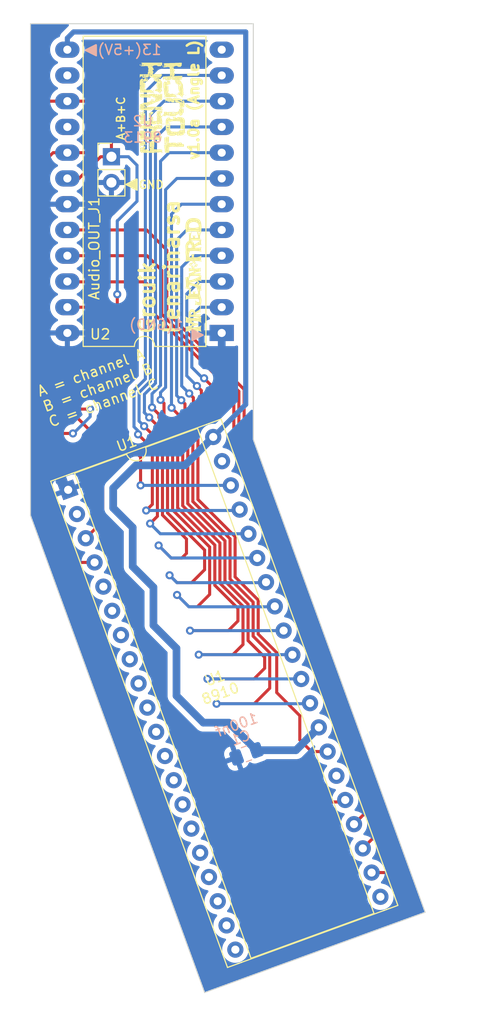
<source format=kicad_pcb>
(kicad_pcb (version 20240108) (generator "pcbnew") (generator_version "8.0")
  (title_block (title "adapter 8913-8910 Angle L") (date "2024-06-29") (rev "1.0a"))
  (layers (0 "F.Cu" signal) (31 "B.Cu" signal) (34 "B.Paste" user) (35 "F.Paste" user) (36 "B.SilkS" user "B.Silkscreen") (37 "F.SilkS" user "F.Silkscreen") (38 "B.Mask" user) (39 "F.Mask" user) (44 "Edge.Cuts" user))
  (net 0 "")
  (net 6 "Net-(U1-D3)")
  (net 7 "Net-(U1-D5)")
  (net 8 "Net-(U1-BC1)")
  (net 12 "Net-(U1-D7)")
  (net 13 "Net-(U1-A8)")
  (net 14 "Net-(U1-~{A9})")
  (net 15 "Net-(U1-D6)")
  (net 16 "Net-(U1-BDIR)")
  (net 17 "Net-(U1-~{RESET})")
  (net 19 "Net-(U1-D0)")
  (net 21 "Net-(U1-D4)")
  (net 22 "Net-(U1-CLOCK)")
  (net 23 "+5V")
  (net 26 "Net-(U1-D1)")
  (net 27 "Net-(U1-D2)")
  (net 31 "GND")
  (net 40 "Net-(Audio_OUT_J1-Pin_1)")
  (footprint "Package_DIP:DIP-40_W15.24mm_Socket" (layer "F.Cu") (at 90.329085 69.012387 20)
    (property "Reference" "U1")
    (property "Value" "PSG_AY-3-8910")
  )
  (footprint "Connector_PinHeader_2.54mm:PinHeader_1x02_P2.54mm_Vertical" (layer "F.Cu") (at 94.6 36.16)
    (property "Reference" "Audio_OUT_J1")
    (property "Value" "Conn_01x02_Pin")
  )
  (footprint "LOGO" (layer "F.Cu") (at 99.6 31.335 90)
    (property "Reference" "G***" (hide yes))
    (property "Value" "LOGO" (hide yes))
  )
  (footprint "Package_DIP:DIP-24_W15.24mm_LongPads" (layer "F.Cu") (at 105.48884 53.539551 180)
    (property "Reference" "U2")
    (property "Value" "PSG_AY-3-8913")
  )
  (footprint "Capacitor_SMD:C_0805_2012Metric_Pad1.18x1.45mm_HandSolder" (layer "B.Cu") (at 107.93 95.05 -160)
    (property "Reference" "C1")
    (property "Value" "100nf")
  )
  (gr_poly (pts (xy 93.075 25.15) (xy 92.075 25.65) (xy 93.075 26.15)) (stroke (width 0.2)) (fill solid) (layer "B.SilkS"))
  (gr_poly (pts (xy 102.59 54.245) (xy 103.59 53.745) (xy 102.59 53.245)) (stroke (width 0.2)) (fill solid) (layer "B.SilkS"))
  (gr_poly (pts (xy 97.1 39.395) (xy 96.1 38.895) (xy 97.1 38.395)) (stroke (width 0.2)) (fill solid) (layer "F.SilkS"))
  (gr_poly (pts (xy 102.186424 52.10167) (xy 102.185742 52.103881) (xy 102.18442 52.103219)) (stroke (width -0.000001)) (fill solid) (layer "F.SilkS"))
  (gr_poly (pts (xy 101.910459 44.971837) (xy 101.910741 44.961371) (xy 101.911209 44.950875) (xy 101.911878 44.940339) (xy 101.912764 44.929757) (xy 101.913883 44.91912) (xy 101.915218 44.908701) (xy 101.916746 44.898274) (xy 101.918476 44.887832) (xy 101.920415 44.877366) (xy 101.922571 44.866869) (xy 101.924952 44.856334) (xy 101.927566 44.845751) (xy 101.930419 44.835115) (xy 101.938167 44.811643) (xy 101.946512 44.788854) (xy 101.95543 44.766747) (xy 101.964898 44.745322) (xy 101.974894 44.724579) (xy 101.985393 44.704518) (xy 101.996373 44.685139) (xy 102.00781 44.666442) (xy 102.01381 44.657365) (xy 102.019901 44.648487) (xy 102.026084 44.639807) (xy 102.032356 44.631323) (xy 102.038718 44.623032) (xy 102.045168 44.614934) (xy 102.051706 44.607025) (xy 102.058329 44.599304) (xy 102.065038 44.591769) (xy 102.071831 44.584419) (xy 102.078707 44.57725) (xy 102.085666 44.570262) (xy 102.092706 44.563452) (xy 102.099826 44.556819) (xy 102.107026 44.550359) (xy 102.114305 44.544073) (xy 102.121777 44.538081) (xy 102.129313 44.532262) (xy 102.136913 44.526617) (xy 102.144577 44.521149) (xy 102.152307 44.515859) (xy 102.160104 44.510749) (xy 102.167969 44.505822) (xy 102.175903 44.501078) (xy 102.183907 44.49652) (xy 102.191981 44.492151) (xy 102.200127 44.487971) (xy 102.208346 44.483983) (xy 102.216638 44.480189) (xy 102.225005 44.476591) (xy 102.233447 44.47319) (xy 102.241966 44.469989) (xy 102.250524 44.466866) (xy 102.259082 44.463943) (xy 102.267639 44.461223) (xy 102.276197 44.458703) (xy 102.284754 44.456386) (xy 102.293312 44.45427) (xy 102.30187 44.452355) (xy 102.310427 44.450642) (xy 102.318985 44.44913) (xy 102.327543 44.44782) (xy 102.3361 44.446712) (xy 102.344658 44.445805) (xy 102.353215 44.445099) (xy 102.361773 44.444596) (xy 102.370331 44.444293) (xy 102.378888 44.444192) (xy 102.38743 44.444285) (xy 102.395943 44.444563) (xy 102.404426 44.445025) (xy 102.412881 44.44567) (xy 102.421309 44.446498) (xy 102.429711 44.447506) (xy 102.438087 44.448695) (xy 102.44644 44.450063) (xy 102.463076 44.453333) (xy 102.479626 44.457308) (xy 102.496099 44.461981) (xy 102.512503 44.467344) (xy 102.520525 44.470297) (xy 102.52847 44.473451) (xy 102.536334 44.476804) (xy 102.544118 44.480356) (xy 102.551821 44.484106) (xy 102.559442 44.488052) (xy 102.566979 44.492194) (xy 102.574432 44.496531) (xy 102.581799 44.501062) (xy 102.589081 44.505785) (xy 102.596275 44.5107) (xy 102.603381 44.515807) (xy 102.610398 44.521103) (xy 102.617325 44.526588) (xy 102.62416 44.532261) (xy 102.630904 44.538121) (xy 102.637547 44.544175) (xy 102.64408 44.55043) (xy 102.650503 44.556887) (xy 102.656814 44.563545) (xy 102.663013 44.570405) (xy 102.669099 44.577467) (xy 102.675071 44.58473) (xy 102.680927 44.592195) (xy 102.686666 44.599861) (xy 102.692289 44.607729) (xy 102.697793 44.615798) (xy 102.703178 44.624069) (xy 102.708443 44.632541) (xy 102.713587 44.641215) (xy 102.718609 44.650091) (xy 102.723508 44.659168) (xy 102.728376 44.668439) (xy 102.733058 44.677896) (xy 102.737554 44.687538) (xy 102.741863 44.697367) (xy 102.745987 44.707382) (xy 102.749925 44.717583) (xy 102.753677 44.72797) (xy 102.757242 44.738543) (xy 102.760622 44.749302) (xy 102.763816 44.760247) (xy 102.766823 44.771378) (xy 102.769645 44.782695) (xy 102.77228 44.794199) (xy 102.77473 44.805888) (xy 102.776993 44.817763) (xy 102.77907 44.829824) (xy 102.815554 44.804875) (xy 102.850673 44.781538) (xy 102.884552 44.759689) (xy 102.917315 44.739205) (xy 102.948672 44.719733) (xy 102.979162 44.701005) (xy 103.037039 44.665783) (xy 103.140227 44.602944) (xy 103.163667 44.588568) (xy 103.186363 44.574254) (xy 103.208316 44.560063) (xy 103.229524 44.546059) (xy 103.239878 44.539084) (xy 103.250101 44.532055) (xy 103.260185 44.524979) (xy 103.270121 44.517864) (xy 103.279902 44.510719) (xy 103.28952 44.50355) (xy 103.298968 44.496366) (xy 103.308237 44.489173) (xy 103.317353 44.481888) (xy 103.326345 44.474425) (xy 103.335212 44.466791) (xy 103.343956 44.458994) (xy 103.352576 44.451043) (xy 103.361071 44.442944) (xy 103.369443 44.434705) (xy 103.37769 44.426335) (xy 103.385814 44.417808) (xy 103.393813 44.409096) (xy 103.401689 44.400197) (xy 103.40944 44.391112) (xy 103.417068 44.381842) (xy 103.424571 44.372385) (xy 103.43195 44.362742) (xy 103.439206 44.352913) (xy 103.446366 44.342865) (xy 103.453448 44.332553) (xy 103.460437 44.321962) (xy 103.467318 44.311077) (xy 103.474075 44.299881) (xy 103.480692 44.28836) (xy 103.487154 44.276497) (xy 103.493445 44.264278) (xy 103.48341 44.313133) (xy 103.47418 44.359445) (xy 103.465819 44.403153) (xy 103.458388 44.444194) (xy 103.4551 44.464164) (xy 103.452177 44.483892) (xy 103.44961 44.503389) (xy 103.447391 44.52266) (xy 103.445514 44.541715) (xy 103.44397 44.56056) (xy 103.442752 44.579204) (xy 103.441852 44.597654) (xy 103.441544 44.61598) (xy 103.441624 44.634251) (xy 103.442107 44.652476) (xy 103.443009 44.670662) (xy 103.444345 44.688817) (xy 103.44613 44.706949) (xy 103.448381 44.725065) (xy 103.451112 44.743174) (xy 103.454368 44.761407) (xy 103.458181 44.779895) (xy 103.462553 44.798647) (xy 103.467483 44.817671) (xy 103.472971 44.836973) (xy 103.479017 44.856563) (xy 103.485622 44.876446) (xy 103.492784 44.896633) (xy 103.488668 44.89347) (xy 103.484504 44.890429) (xy 103.480292 44.887508) (xy 103.47603 44.884706) (xy 103.471718 44.88202) (xy 103.467355 44.879448) (xy 103.46294 44.876988) (xy 103.458471 44.874639) (xy 103.453948 44.872399) (xy 103.449369 44.870265) (xy 103.444735 44.868236) (xy 103.440043 44.866309) (xy 103.435293 44.864483) (xy 103.430484 44.862756) (xy 103.425615 44.861126) (xy 103.420685 44.859591) (xy 103.415708 44.858165) (xy 103.410701 44.85686) (xy 103.405663 44.855676) (xy 103.400593 44.85461) (xy 103.395493 44.85366) (xy 103.390361 44.852825) (xy 103.385199 44.852101) (xy 103.380005 44.851489) (xy 103.374781 44.850985) (xy 103.369525 44.850587) (xy 103.358921 44.850104) (xy 103.348193 44.850023) (xy 103.337341 44.850331) (xy 103.326335 44.851042) (xy 103.315151 44.852171) (xy 103.303797 44.853703) (xy 103.292279 44.855623) (xy 103.280607 44.857915) (xy 103.268787 44.860563) (xy 103.256828 44.863553) (xy 103.244737 44.866868) (xy 103.232583 44.870463) (xy 103.220428 44.874299) (xy 103.208274 44.878367) (xy 103.19612 44.88266) (xy 103.183966 44.88717) (xy 103.171811 44.891889) (xy 103.159657 44.89681) (xy 103.147503 44.901925) (xy 103.135348 44.907227) (xy 103.123194 44.912715) (xy 103.11104 44.918389) (xy 103.098885 44.924249) (xy 103.086731 44.930295) (xy 103.074577 44.936527) (xy 103.062423 44.942946) (xy 103.050268 44.94955) (xy 103.038175 44.956308) (xy 103.026198 44.963182) (xy 103.014329 44.970165) (xy 103.002561 44.977248) (xy 102.979296 44.991687) (xy 102.956341 45.006435) (xy 102.933883 45.021318) (xy 102.912106 45.036201) (xy 102.89095 45.051084) (xy 102.870352 45.065967) (xy 102.860307 45.073159) (xy 102.850518 45.080343) (xy 102.840993 45.087512) (xy 102.831739 45.094658) (xy 102.822764 45.101772) (xy 102.814076 45.108848) (xy 102.805682 45.115877) (xy 102.797591 45.122852) (xy 102.820897 45.12309) (xy 102.844141 45.123761) (xy 102.867261 45.124805) (xy 102.890195 45.126159) (xy 102.913522 45.127927) (xy 102.936911 45.129384) (xy 102.984122 45.132112) (xy 103.07805 45.136743) (xy 103.101356 45.1376) (xy 103.1246 45.138148) (xy 103.14772 45.138323) (xy 103.170654 45.138065) (xy 103.18225 45.137755) (xy 103.193722 45.137321) (xy 103.20507 45.136763) (xy 103.216294 45.136081) (xy 103.227394 45.135275) (xy 103.23837 45.134345) (xy 103.249222 45.13329) (xy 103.25995 45.132112) (xy 103.270615 45.130807) (xy 103.281272 45.129363) (xy 103.291914 45.127764) (xy 103.302532 45.125994) (xy 103.313119 45.124038) (xy 103.323668 45.12188) (xy 103.33417 45.119506) (xy 103.344617 45.116899) (xy 103.354972 45.114075) (xy 103.365195 45.111049) (xy 103.375278 45.107806) (xy 103.385214 45.104331) (xy 103.394995 45.100608) (xy 103.404614 45.096621) (xy 103.414061 45.092355) (xy 103.423331 45.087795) (xy 103.432446 45.082987) (xy 103.441438 45.077986) (xy 103.450306 45.072784) (xy 103.45905 45.067372) (xy 103.467669 45.061743) (xy 103.476165 45.055889) (xy 103.484536 45.049803) (xy 103.492784 45.043477) (xy 103.487058 45.062959) (xy 103.481704 45.081759) (xy 103.471617 45.11756) (xy 103.467287 45.134779) (xy 103.463266 45.151625) (xy 103.459618 45.167976) (xy 103.456404 45.183706) (xy 103.453562 45.199343) (xy 103.451029 45.214547) (xy 103.449899 45.222005) (xy 103.448869 45.229378) (xy 103.447948 45.236673) (xy 103.447143 45.243899) (xy 103.446243 45.251091) (xy 103.445521 45.258275) (xy 103.444969 45.265444) (xy 103.44458 45.27259) (xy 103.444346 45.279705) (xy 103.44426 45.28678) (xy 103.444313 45.29381) (xy 103.444497 45.300785) (xy 103.444805 45.30776) (xy 103.445221 45.314789) (xy 103.446316 45.328979) (xy 103.44766 45.343294) (xy 103.449128 45.35767) (xy 103.453262 45.387436) (xy 103.455639 45.403062) (xy 103.456959 45.411062) (xy 103.458388 45.419185) (xy 103.461489 45.435805) (xy 103.464837 45.45292) (xy 103.468434 45.470531) (xy 103.472279 45.488639) (xy 103.476495 45.507367) (xy 103.481208 45.526838) (xy 103.486417 45.547054) (xy 103.492122 45.568014) (xy 103.490952 45.56603) (xy 103.489674 45.564048) (xy 103.48829 45.562069) (xy 103.4868 45.560097) (xy 103.485205 45.558132) (xy 103.483506 45.556177) (xy 103.481705 45.554234) (xy 103.479803 45.552304) (xy 103.477799 45.55039) (xy 103.475696 45.548493) (xy 103.473493 45.546615) (xy 103.471193 45.544759) (xy 103.468796 45.542926) (xy 103.466303 45.541119) (xy 103.463716 45.539338) (xy 103.461034 45.537587) (xy 103.455391 45.534145) (xy 103.449376 45.530766) (xy 103.442988 45.527448) (xy 103.436229 45.524192) (xy 103.429098 45.520999) (xy 103.421594 45.517867) (xy 103.413719 45.514798) (xy 103.405471 45.51179) (xy 103.396883 45.508844) (xy 103.387984 45.505961) (xy 103.378775 45.503139) (xy 103.369256 45.50038) (xy 103.359428 45.497682) (xy 103.349289 45.495047) (xy 103.33884 45.492473) (xy 103.328081 45.489962) (xy 103.317045 45.487324) (xy 103.305777 45.484856) (xy 103.294292 45.482543) (xy 103.282605 45.48037) (xy 103.270733 45.478321) (xy 103.258689 45.476381) (xy 103.234153 45.472764) (xy 103.208749 45.469405) (xy 103.182229 45.466232) (xy 103.154717 45.463183) (xy 103.126336 45.460196) (xy 103.097211 45.457354) (xy 103.067466 45.454821) (xy 103.037225 45.452661) (xy 103.006612 45.450935) (xy 102.975596 45.449189) (xy 102.944021 45.447876) (xy 102.911827 45.446936) (xy 102.878951 45.446305) (xy 102.845816 45.445933) (xy 102.812805 45.445809) (xy 102.779794 45.445933) (xy 102.746659 45.446305) (xy 102.71341 45.446915) (xy 102.6801 45.447711) (xy 102.613044 45.449613) (xy 102.579537 45.450729) (xy 102.546402 45.452093) (xy 102.513515 45.453705) (xy 102.480753 45.455566) (xy 102.448641 45.457684) (xy 102.416839 45.460113) (xy 102.38541 45.462914) (xy 102.354414 45.466149) (xy 102.323987 45.469646) (xy 102.323987 45.160811) (xy 102.331925 45.16074) (xy 102.339862 45.160553) (xy 102.348142 45.160213) (xy 102.356616 45.159695) (xy 102.365291 45.159006) (xy 102.374175 45.158155) (xy 102.383277 45.157148) (xy 102.392603 45.155995) (xy 102.402162 45.154702) (xy 102.411961 45.153277) (xy 102.456114 45.146662) (xy 102.481538 45.142673) (xy 102.509196 45.138063) (xy 102.51611 45.115836) (xy 102.52197 45.094314) (xy 102.526776 45.07352) (xy 102.530528 45.053479) (xy 102.532008 45.043747) (xy 102.533225 45.034213) (xy 102.534179 45.024878) (xy 102.534868 45.015745) (xy 102.535295 45.006818) (xy 102.535458 44.998099) (xy 102.535357 44.989591) (xy 102.534992 44.981298) (xy 102.533471 44.965051) (xy 102.532495 44.957206) (xy 102.531375 44.949548) (xy 102.530107 44.942075) (xy 102.528691 44.934789) (xy 102.527122 44.927689) (xy 102.525401 44.920774) (xy 102.523525 44.914046) (xy 102.521492 44.907504) (xy 102.5193 44.901148) (xy 102.516947 44.894978) (xy 102.514431 44.888994) (xy 102.511751 44.883196) (xy 102.508904 44.877584) (xy 102.505888 44.872158) (xy 102.502733 44.86691) (xy 102.499468 44.861834) (xy 102.496089 44.856931) (xy 102.492597 44.8522) (xy 102.488989 44.847645) (xy 102.485262 44.843264) (xy 102.481415 44.83906) (xy 102.477446 44.835033) (xy 102.473353 44.831185) (xy 102.469133 44.827516) (xy 102.464787 44.824027) (xy 102.46031 44.820719) (xy 102.455701 44.817593) (xy 102.450959 44.814651) (xy 102.446081 44.811892) (xy 102.441065 44.809319) (xy 102.435965 44.806924) (xy 102.430835 44.8047) (xy 102.425675 44.802649) (xy 102.420488 44.800772) (xy 102.415273 44.799069) (xy 102.410032 44.797541) (xy 102.404766 44.796189) (xy 102.399476 44.795015) (xy 102.394163 44.794019) (xy 102.388827 44.793203) (xy 102.38347 44.792566) (xy 102.378093 44.792111) (xy 102.372696 44.791838) (xy 102.367281 44.791748) (xy 102.361848 44.791842) (xy 102.356399 44.792121) (xy 102.350957 44.792455) (xy 102.345547 44.792959) (xy 102.340167 44.793633) (xy 102.334819 44.794478) (xy 102.329501 44.795493) (xy 102.324215 44.796679) (xy 102.318959 44.798036) (xy 102.313735 44.799563) (xy 102.308541 44.80126) (xy 102.303379 44.803128) (xy 102.298247 44.805167) (xy 102.293147 44.807376) (xy 102.288077 44.809756) (xy 102.283039 44.812306) (xy 102.278031 44.815027) (xy 102.273055 44.817918) (xy 102.268156 44.820864) (xy 102.263379 44.823994) (xy 102.258722 44.827309) (xy 102.254183 44.830806) (xy 102.24976 44.834486) (xy 102.245452 44.838347) (xy 102.241256 44.842388) (xy 102.237171 44.846609) (xy 102.233194 44.851008) (xy 102.229324 44.855584) (xy 102.225558 44.860336) (xy 102.221895 44.865264) (xy 102.218333 44.870366) (xy 102.21487 44.875642) (xy 102.211504 44.88109) (xy 102.208232 44.88671) (xy 102.205093 44.892485) (xy 102.202123 44.898401) (xy 102.199321 44.904461) (xy 102.196688 44.910667) (xy 102.194221 44.917019) (xy 102.191919 44.923521) (xy 102.189782 44.930174) (xy 102.18781 44.93698) (xy 102.185999 44.943941) (xy 102.184351 44.951059) (xy 102.182864 44.958336) (xy 102.181536 44.965774) (xy 102.180367 44.973375) (xy 102.179357 44.98114) (xy 102.178503 44.989072) (xy 102.177805 44.997173) (xy 102.177324 45.005436) (xy 102.177123 45.013855) (xy 102.1772 45.022432) (xy 102.177557 45.031166) (xy 102.178193 45.040059) (xy 102.179107 45.049112) (xy 102.180301 45.058325) (xy 102.181774 45.067701) (xy 102.183526 45.077239) (xy 102.185556 45.086941) (xy 102.187866 45.096808) (xy 102.190455 45.106841) (xy 102.193323 45.11704) (xy 102.196471 45.127407) (xy 102.199897 45.137942) (xy 102.203602 45.148647) (xy 102.203602 45.147324) (xy 102.213863 45.149463) (xy 102.223807 45.151417) (xy 102.233426 45.153184) (xy 102.242711 45.154765) (xy 102.251654 45.156161) (xy 102.260249 45.15737) (xy 102.268488 45.158393) (xy 102.276362 45.15923) (xy 102.292237 45.160088) (xy 102.300175 45.160404) (xy 102.308112 45.160635) (xy 102.31605 45.160774) (xy 102.323987 45.160811) (xy 102.323987 45.469646) (xy 102.293973 45.473095) (xy 102.236013 45.48004) (xy 102.208118 45.48375) (xy 102.181029 45.487894) (xy 102.154809 45.492411) (xy 102.129518 45.497238) (xy 102.081811 45.507821) (xy 102.05929 45.513051) (xy 102.037576 45.518405) (xy 102.017349 45.523882) (xy 102.007682 45.52666) (xy 101.998301 45.529484) (xy 101.9892 45.53237) (xy 101.98037 45.535334) (xy 101.971803 45.53839) (xy 101.963492 45.541555) (xy 101.955493 45.544781) (xy 101.947865 45.548015) (xy 101.94061 45.551264) (xy 101.933727 45.554537) (xy 101.927215 45.55784) (xy 101.921076 45.561182) (xy 101.915309 45.564571) (xy 101.912223 45.56654) (xy 101.914556 45.5568) (xy 101.917573 45.543021) (xy 101.920295 45.529334) (xy 101.92273 45.515756) (xy 101.924886 45.502302) (xy 101.926771 45.488988) (xy 101.928392 45.475828) (xy 101.929758 45.46284) (xy 101.93199 45.436774) (xy 101.933727 45.411081) (xy 101.934967 45.385635) (xy 101.935711 45.360313) (xy 101.935895 45.347973) (xy 101.935939 45.335757) (xy 101.935827 45.323664) (xy 101.935546 45.311696) (xy 101.935078 45.299852) (xy 101.934409 45.288131) (xy 101.933523 45.276535) (xy 101.932404 45.265063) (xy 101.923143 45.174443) (xy 101.920787 45.151871) (xy 101.918679 45.129795) (xy 101.916818 45.108215) (xy 101.915206 45.087131) (xy 101.914274 45.076712) (xy 101.913459 45.066285) (xy 101.912147 45.045376) (xy 101.911206 45.024344) (xy 101.910576 45.003126) (xy 101.910392 44.992706) (xy 101.910348 44.982279)) (stroke (width -0.000001)) (fill solid) (layer "F.SilkS"))
  (gr_poly (pts (xy 101.912764 49.736997) (xy 101.916352 49.742639) (xy 101.920015 49.748155) (xy 101.923753 49.753544) (xy 101.927565 49.758805) (xy 101.931449 49.763937) (xy 101.935405 49.76894) (xy 101.939432 49.773811) (xy 101.943528 49.778551) (xy 101.947694 49.783158) (xy 101.951927 49.787631) (xy 101.956227 49.79197) (xy 101.960593 49.796173) (xy 101.965023 49.80024) (xy 101.969518 49.804169) (xy 101.974076 49.807959) (xy 101.978719 49.811641) (xy 101.983468 49.815244) (xy 101.988322 49.818768) (xy 101.993279 49.822211) (xy 101.998336 49.825573) (xy 102.003493 49.828853) (xy 102.008746 49.832049) (xy 102.014094 49.835161) (xy 102.019535 49.838188) (xy 102.025067 49.841129) (xy 102.030689 49.843982) (xy 102.036398 49.846747) (xy 102.042191 49.849423) (xy 102.048069 49.852009) (xy 102.054027 49.854504) (xy 102.060065 49.856907) (xy 102.072406 49.861435) (xy 102.085118 49.865599) (xy 102.098203 49.869406) (xy 102.111659 49.872865) (xy 102.125488 49.875982) (xy 102.139688 49.878766) (xy 102.154261 49.881225) (xy 102.169206 49.883365) (xy 102.184524 49.885255) (xy 102.200222 49.886952) (xy 102.216308 49.888446) (xy 102.232789 49.889732) (xy 102.249673 49.8908) (xy 102.266967 49.891644) (xy 102.284681 49.892255) (xy 102.302821 49.892626) (xy 102.340286 49.892863) (xy 102.379302 49.892543) (xy 102.41993 49.891602) (xy 102.462232 49.88998) (xy 102.552108 49.885846) (xy 102.599805 49.883469) (xy 102.649425 49.880719) (xy 102.865722 49.868152) (xy 102.924374 49.864803) (xy 102.985197 49.861703) (xy 103.048129 49.85885) (xy 103.113107 49.856246) (xy 103.130326 49.859594) (xy 103.147172 49.862695) (xy 103.163522 49.865547) (xy 103.179253 49.868152) (xy 103.195004 49.870767) (xy 103.202786 49.872186) (xy 103.210507 49.873691) (xy 103.218165 49.87529) (xy 103.225762 49.876988) (xy 103.233296 49.878796) (xy 103.240768 49.880719) (xy 103.248207 49.882796) (xy 103.255631 49.88505) (xy 103.263023 49.887475) (xy 103.270369 49.890063) (xy 103.277652 49.892805) (xy 103.284859 49.895695) (xy 103.291972 49.898725) (xy 103.298977 49.901886) (xy 103.305861 49.905202) (xy 103.31263 49.908697) (xy 103.319289 49.912362) (xy 103.325848 49.91619) (xy 103.332314 49.920173) (xy 103.338695 49.924303) (xy 103.344998 49.928573) (xy 103.351232 49.932975) (xy 103.354317 49.93537) (xy 103.357372 49.937843) (xy 103.360398 49.940393) (xy 103.363397 49.943021) (xy 103.366367 49.945726) (xy 103.369312 49.948509) (xy 103.372232 49.951369) (xy 103.375127 49.954307) (xy 103.377999 49.957322) (xy 103.380849 49.960415) (xy 103.383677 49.963585) (xy 103.386486 49.966833) (xy 103.389274 49.970159) (xy 103.392045 49.973561) (xy 103.397534 49.9806) (xy 103.402959 49.987979) (xy 103.408314 49.995731) (xy 103.413591 50.003854) (xy 103.418783 50.01235) (xy 103.423883 50.021217) (xy 103.428881 50.030457) (xy 103.433771 50.040069) (xy 103.438544 50.050053) (xy 103.443166 50.06041) (xy 103.447609 50.071147) (xy 103.451881 50.082272) (xy 103.455991 50.093792) (xy 103.459945 50.105715) (xy 103.463752 50.118049) (xy 103.46742 50.130801) (xy 103.470956 50.14398) (xy 103.474365 50.157655) (xy 103.477643 50.171895) (xy 103.480781 50.18671) (xy 103.483772 50.202105) (xy 103.486607 50.21809) (xy 103.48928 50.234672) (xy 103.491783 50.251858) (xy 103.494107 50.269657) (xy 103.493849 50.30921) (xy 103.493032 50.346469) (xy 103.491596 50.381371) (xy 103.490625 50.397919) (xy 103.489477 50.413855) (xy 103.486872 50.44423) (xy 103.48402 50.472807) (xy 103.480919 50.499524) (xy 103.477571 50.524318) (xy 103.475802 50.536037) (xy 103.473964 50.547376) (xy 103.472048 50.558328) (xy 103.470047 50.568884) (xy 103.467952 50.579037) (xy 103.465757 50.58878) (xy 103.463454 50.598103) (xy 103.461034 50.607001) (xy 103.458713 50.615556) (xy 103.456228 50.623847) (xy 103.453604 50.63186) (xy 103.450864 50.639577) (xy 103.448031 50.646985) (xy 103.445128 50.654067) (xy 103.442179 50.660809) (xy 103.439206 50.667193) (xy 103.43598 50.673487) (xy 103.432746 50.679472) (xy 103.429497 50.685146) (xy 103.426225 50.69051) (xy 103.422921 50.695564) (xy 103.419579 50.700308) (xy 103.416191 50.704741) (xy 103.412748 50.708865) (xy 103.409245 50.712802) (xy 103.405689 50.716668) (xy 103.402086 50.720458) (xy 103.398444 50.724162) (xy 103.394771 50.727772) (xy 103.391075 50.731282) (xy 103.387363 50.734684) (xy 103.383643 50.737969) (xy 103.381776 50.739559) (xy 103.379893 50.741103) (xy 103.376088 50.744067) (xy 103.372237 50.746876) (xy 103.368347 50.749545) (xy 103.364426 50.75209) (xy 103.360482 50.754526) (xy 103.356522 50.75687) (xy 103.352555 50.759136) (xy 103.344514 50.763218) (xy 103.336349 50.767487) (xy 103.328184 50.771879) (xy 103.320144 50.776334) (xy 103.311061 50.780175) (xy 103.302181 50.783744) (xy 103.293517 50.787019) (xy 103.285086 50.789976) (xy 103.276903 50.792592) (xy 103.268984 50.794844) (xy 103.261344 50.796709) (xy 103.253998 50.798162) (xy 103.246866 50.799497) (xy 103.239859 50.800529) (xy 103.232976 50.801266) (xy 103.226216 50.801717) (xy 103.219581 50.801889) (xy 103.21307 50.80179) (xy 103.206683 50.801427) (xy 103.20042 50.800808) (xy 103.194279 50.799781) (xy 103.188255 50.798669) (xy 103.182339 50.797448) (xy 103.176524 50.796095) (xy 103.170803 50.794587) (xy 103.165166 50.792901) (xy 103.159607 50.791014) (xy 103.154118 50.788902) (xy 103.131793 50.780881) (xy 103.120259 50.776716) (xy 103.108477 50.772365) (xy 103.096715 50.768407) (xy 103.084334 50.76451) (xy 103.077949 50.762605) (xy 103.071456 50.760738) (xy 103.06487 50.758918) (xy 103.058206 50.757152) (xy 103.051414 50.755539) (xy 103.044429 50.754175) (xy 103.037242 50.753059) (xy 103.029846 50.752191) (xy 103.022233 50.751571) (xy 103.014395 50.751199) (xy 103.006324 50.751075) (xy 102.998013 50.751199) (xy 102.989426 50.75163) (xy 102.980536 50.752418) (xy 102.971352 50.753547) (xy 102.961881 50.755002) (xy 102.952131 50.756767) (xy 102.94211 50.758826) (xy 102.931825 50.761164) (xy 102.921284 50.763766) (xy 102.910402 50.766931) (xy 102.899094 50.770484) (xy 102.887368 50.77444) (xy 102.87523 50.778814) (xy 102.86269 50.783623) (xy 102.849754 50.788881) (xy 102.83643 50.794604) (xy 102.822727 50.800808) (xy 102.832836 50.782454) (xy 102.842333 50.764603) (xy 102.851225 50.747265) (xy 102.859521 50.730445) (xy 102.867227 50.714153) (xy 102.874352 50.698396) (xy 102.880903 50.683181) (xy 102.886888 50.668516) (xy 102.892064 50.653942) (xy 102.896666 50.639484) (xy 102.900678 50.625135) (xy 102.904086 50.610887) (xy 102.906874 50.596731) (xy 102.908031 50.589686) (xy 102.909027 50.582661) (xy 102.909859 50.575655) (xy 102.910528 50.568668) (xy 102.911029 50.561699) (xy 102.911362 50.554745) (xy 102.911579 50.540795) (xy 102.911238 50.526737) (xy 102.910339 50.512585) (xy 102.908882 50.498356) (xy 102.906866 50.484065) (xy 102.904293 50.469727) (xy 102.901161 50.455359) (xy 102.897472 50.440975) (xy 102.893194 50.426151) (xy 102.888304 50.41094) (xy 102.88281 50.395326) (xy 102.876718 50.379293) (xy 102.870038 50.362827) (xy 102.862776 50.34591) (xy 102.854941 50.328529) (xy 102.846539 50.310667) (xy 102.87184 50.333239) (xy 102.896149 50.354323) (xy 102.919465 50.373919) (xy 102.930751 50.383159) (xy 102.941789 50.392026) (xy 102.95283 50.400521) (xy 102.963638 50.408635) (xy 102.974229 50.416362) (xy 102.984619 50.423694) (xy 102.994822 50.430622) (xy 103.004855 50.43714) (xy 103.014733 50.443239) (xy 103.024472 50.448912) (xy 103.034022 50.454244) (xy 103.043323 50.45932) (xy 103.052377 50.464132) (xy 103.061183 50.468673) (xy 103.06974 50.472935) (xy 103.07805 50.47691) (xy 103.086111 50.480591) (xy 103.093925 50.483969) (xy 103.101741 50.48704) (xy 103.109324 50.489808) (xy 103.116691 50.492282) (xy 103.123856 50.49447) (xy 103.130835 50.496378) (xy 103.137643 50.498015) (xy 103.144296 50.499388) (xy 103.15081 50.500506) (xy 103.154012 50.500963) (xy 103.157167 50.501344) (xy 103.160275 50.501649) (xy 103.163337 50.50188) (xy 103.166352 50.502037) (xy 103.169321 50.502122) (xy 103.172243 50.502134) (xy 103.175119 50.502077) (xy 103.177948 50.501949) (xy 103.180731 50.501752) (xy 103.183467 50.501488) (xy 103.186157 50.501157) (xy 103.1888 50.50076) (xy 103.191397 50.500297) (xy 103.193947 50.499771) (xy 103.196451 50.499183) (xy 103.201319 50.497878) (xy 103.206001 50.496433) (xy 103.208272 50.495654) (xy 103.210497 50.494834) (xy 103.212675 50.493971) (xy 103.214806 50.493064) (xy 103.216892 50.49211) (xy 103.21893 50.491108) (xy 103.220922 50.490056) (xy 103.222868 50.488951) (xy 103.224767 50.487791) (xy 103.22662 50.486576) (xy 103.228426 50.485303) (xy 103.230185 50.483969) (xy 103.231906 50.482589) (xy 103.233595 50.481177) (xy 103.23525 50.479732) (xy 103.236872 50.478254) (xy 103.238459 50.47674) (xy 103.24001 50.47519) (xy 103.241525 50.473604) (xy 103.243001 50.47198) (xy 103.244439 50.470317) (xy 103.245837 50.468615) (xy 103.247194 50.466871) (xy 103.24851 50.465086) (xy 103.249783 50.463259) (xy 103.251012 50.461388) (xy 103.252197 50.459472) (xy 103.253336 50.457511) (xy 103.255507 50.453481) (xy 103.257553 50.449335) (xy 103.259476 50.445081) (xy 103.261274 50.440726) (xy 103.262948 50.436278) (xy 103.264498 50.431745) (xy 103.265925 50.427134) (xy 103.267227 50.422453) (xy 103.268375 50.41771) (xy 103.269346 50.412904) (xy 103.270145 50.408036) (xy 103.270782 50.403106) (xy 103.271264 50.398114) (xy 103.271599 50.39306) (xy 103.271794 50.387944) (xy 103.271857 50.382766) (xy 103.271794 50.377527) (xy 103.271599 50.372234) (xy 103.271264 50.366895) (xy 103.270782 50.361517) (xy 103.270145 50.356107) (xy 103.269346 50.350675) (xy 103.268375 50.345227) (xy 103.267227 50.339771) (xy 103.265956 50.334315) (xy 103.264622 50.328867) (xy 103.263227 50.323435) (xy 103.26177 50.318026) (xy 103.260251 50.312648) (xy 103.258669 50.307308) (xy 103.257026 50.302015) (xy 103.255321 50.296776) (xy 103.253521 50.291569) (xy 103.25159 50.286369) (xy 103.249519 50.281184) (xy 103.247301 50.276023) (xy 103.244927 50.270893) (xy 103.242391 50.265802) (xy 103.239685 50.260757) (xy 103.2368 50.255766) (xy 103.233791 50.250895) (xy 103.230712 50.246195) (xy 103.227556 50.24165) (xy 103.224315 50.237245) (xy 103.22098 50.232964) (xy 103.217545 50.228791) (xy 103.214001 50.224711) (xy 103.210342 50.220709) (xy 103.206561 50.217022) (xy 103.202673 50.213412) (xy 103.198691 50.209895) (xy 103.194632 50.206487) (xy 103.190511 50.203203) (xy 103.186343 50.200059) (xy 103.182144 50.197069) (xy 103.17793 50.19425) (xy 103.17569 50.192793) (xy 103.173433 50.191396) (xy 103.171159 50.19006) (xy 103.168866 50.188783) (xy 103.166554 50.187564) (xy 103.164222 50.186402) (xy 103.161868 50.185296) (xy 103.159492 50.184246) (xy 103.157093 50.183249) (xy 103.154669 50.182306) (xy 103.152221 50.181416) (xy 103.149746 50.180577) (xy 103.147244 50.179788) (xy 103.144714 50.179048) (xy 103.142155 50.178357) (xy 103.139565 50.177714) (xy 103.136953 50.177124) (xy 103.134324 50.176596) (xy 103.131678 50.176128) (xy 103.129013 50.175719) (xy 103.126329 50.175368) (xy 103.123625 50.175074) (xy 103.118151 50.174655) (xy 103.112584 50.174452) (xy 103.106916 50.174458) (xy 103.10114 50.174666) (xy 103.095248 50.175068) (xy 103.00008 50.173166) (xy 102.905409 50.171761) (xy 102.81264 50.170686) (xy 102.722847 50.169115) (xy 102.635617 50.168205) (xy 102.550868 50.167792) (xy 102.509568 50.16803) (xy 102.469012 50.168701) (xy 102.429201 50.169745) (xy 102.390133 50.171099) (xy 102.352316 50.173239) (xy 102.315306 50.175812) (xy 102.279163 50.179006) (xy 102.261437 50.180893) (xy 102.243951 50.183005) (xy 102.226713 50.185083) (xy 102.209731 50.187346) (xy 102.193012 50.189796) (xy 102.176565 50.192431) (xy 102.160397 50.195253) (xy 102.144515 50.19826) (xy 102.128928 50.201454) (xy 102.113644 50.204834) (xy 102.098637 50.208429) (xy 102.083878 50.212265) (xy 102.069367 50.216333) (xy 102.055105 50.220626) (xy 102.04109 50.225136) (xy 102.027323 50.229855) (xy 102.013805 50.234776) (xy 102.000534 50.239891) (xy 101.987604 50.245254) (xy 101.975099 50.250919) (xy 101.963013 50.256878) (xy 101.951338 50.263125) (xy 101.940066 50.26965) (xy 101.92919 50.276447) (xy 101.918701 50.283507) (xy 101.910431 50.289492) (xy 101.913126 50.278876) (xy 101.916798 50.263373) (xy 101.920252 50.247622) (xy 101.923474 50.231623) (xy 101.926448 50.215376) (xy 101.929159 50.198881) (xy 101.93159 50.182138) (xy 101.933727 50.165146) (xy 101.935587 50.147969) (xy 101.937199 50.130668) (xy 101.938564 50.113243) (xy 101.93968 50.095693) (xy 101.940548 50.07802) (xy 101.941168 50.060223) (xy 101.94154 50.042301) (xy 101.941664 50.024256) (xy 101.94154 50.006147) (xy 101.941168 49.988031) (xy 101.940548 49.969899) (xy 101.93968 49.951743) (xy 101.938564 49.933557) (xy 101.937199 49.915332) (xy 101.935587 49.897061) (xy 101.933727 49.878735) (xy 101.93159 49.860378) (xy 101.929159 49.842014) (xy 101.926448 49.823634) (xy 101.923474 49.80523) (xy 101.920252 49.786796) (xy 101.916798 49.768323) (xy 101.909253 49.73123)) (stroke (width -0.000001)) (fill solid) (layer "F.SilkS"))
  (gr_poly (pts (xy 101.910576 48.060382) (xy 101.910722 48.061976) (xy 101.909253 48.06237)) (stroke (width -0.000001)) (fill solid) (layer "F.SilkS"))
  (gr_poly (pts (xy 101.912223 45.56654) (xy 101.911237 45.570657) (xy 101.909914 45.568014)) (stroke (width -0.000001)) (fill solid) (layer "F.SilkS"))
  (gr_poly (pts (xy 102.231538 49.992919) (xy 102.234938 49.973324) (xy 102.238215 49.95224) (xy 102.239787 49.94114) (xy 102.241305 49.929668) (xy 102.244168 49.906082) (xy 102.246845 49.881877) (xy 102.249397 49.856928) (xy 102.251888 49.83111) (xy 102.255774 49.777532) (xy 102.257562 49.749999) (xy 102.259164 49.721969) (xy 102.260415 49.693692) (xy 102.261231 49.665415) (xy 102.261676 49.637137) (xy 102.26181 49.60886) (xy 102.261727 49.552719) (xy 102.261531 49.524865) (xy 102.261149 49.497074) (xy 102.26103 49.483496) (xy 102.260694 49.470057) (xy 102.260172 49.456774) (xy 102.259495 49.443661) (xy 102.2578 49.418009) (xy 102.255857 49.393225) (xy 102.254804 49.381196) (xy 102.253635 49.369423) (xy 102.252357 49.357913) (xy 102.250979 49.346675) (xy 102.24795 49.325043) (xy 102.244612 49.304589) (xy 102.242845 49.294825) (xy 102.241015 49.285386) (xy 102.239124 49.276289) (xy 102.237171 49.267548) (xy 102.235155 49.259179) (xy 102.233078 49.251197) (xy 102.230939 49.243619) (xy 102.228737 49.236459) (xy 102.233713 49.23701) (xy 102.23872 49.237421) (xy 102.243755 49.237692) (xy 102.248819 49.237824) (xy 102.253909 49.237816) (xy 102.259026 49.237669) (xy 102.264168 49.237382) (xy 102.269334 49.236955) (xy 102.274524 49.23639) (xy 102.279735 49.235684) (xy 102.284968 49.234839) (xy 102.290222 49.233855) (xy 102.295495 49.232731) (xy 102.300786 49.231467) (xy 102.306094 49.230064) (xy 102.311419 49.228522) (xy 102.322084 49.225111) (xy 102.332741 49.221328) (xy 102.343383 49.217174) (xy 102.354001 49.212647) (xy 102.364588 49.207748) (xy 102.375137 49.202477) (xy 102.385638 49.196834) (xy 102.396086 49.190819) (xy 102.406473 49.18449) (xy 102.416798 49.177889) (xy 102.427061 49.170994) (xy 102.437262 49.163782) (xy 102.447401 49.156228) (xy 102.457478 49.14831) (xy 102.467493 49.140004) (xy 102.477445 49.131287) (xy 102.487245 49.122514) (xy 102.496803 49.113562) (xy 102.50613 49.10444) (xy 102.515231 49.095155) (xy 102.524116 49.085715) (xy 102.532791 49.076128) (xy 102.541265 49.066401) (xy 102.549544 49.056543) (xy 102.540551 49.075052) (xy 102.531923 49.093863) (xy 102.523651 49.112969) (xy 102.515727 49.132362) (xy 102.508145 49.152034) (xy 102.500896 49.171978) (xy 102.493973 49.192184) (xy 102.487367 49.212647) (xy 102.481323 49.233262) (xy 102.475595 49.253916) (xy 102.470194 49.274585) (xy 102.465126 49.295246) (xy 102.460399 49.315877) (xy 102.45602 49.336453) (xy 102.451999 49.356952) (xy 102.448341 49.37735) (xy 102.445055 49.397814) (xy 102.44214 49.41803) (xy 102.439598 49.437998) (xy 102.437427 49.457717) (xy 102.435629 49.477189) (xy 102.434203 49.496413) (xy 102.433148 49.515388) (xy 102.432466 49.534116) (xy 102.432155 49.552722) (xy 102.432208 49.570847) (xy 102.432617 49.588508) (xy 102.433376 49.605718) (xy 102.434475 49.622495) (xy 102.435908 49.638853) (xy 102.437666 49.654809) (xy 102.439742 49.670376) (xy 102.458346 49.675482) (xy 102.475461 49.679967) (xy 102.505227 49.687574) (xy 102.51189 49.689219) (xy 102.518477 49.690685) (xy 102.52497 49.691981) (xy 102.531354 49.693114) (xy 102.537615 49.694092) (xy 102.543736 49.694922) (xy 102.549702 49.695614) (xy 102.555498 49.696173) (xy 102.561421 49.696546) (xy 102.56729 49.696679) (xy 102.573113 49.69658) (xy 102.578897 49.696256) (xy 102.58465 49.695714) (xy 102.590379 49.694964) (xy 102.596093 49.694012) (xy 102.6018 49.692866) (xy 102.607568 49.691503) (xy 102.613468 49.6899) (xy 102.619508 49.688064) (xy 102.625695 49.686003) (xy 102.632037 49.683726) (xy 102.638542 49.681239) (xy 102.645217 49.67855) (xy 102.65207 49.675668) (xy 102.65294 49.665778) (xy 102.653569 49.655959) (xy 102.653966 49.646216) (xy 102.654138 49.636559) (xy 102.654092 49.626995) (xy 102.653838 49.617532) (xy 102.653382 49.608177) (xy 102.652732 49.598939) (xy 102.651924 49.589823) (xy 102.650985 49.580831) (xy 102.649907 49.571964) (xy 102.648681 49.56322) (xy 102.647299 49.5546) (xy 102.645756 49.546105) (xy 102.644041 49.537733) (xy 102.642149 49.529486) (xy 102.640071 49.521364) (xy 102.637808 49.513373) (xy 102.635358 49.505522) (xy 102.632723 49.497818) (xy 102.629901 49.49027) (xy 102.626894 49.482884) (xy 102.6237 49.475669) (xy 102.620321 49.468632) (xy 102.616787 49.461781) (xy 102.613137 49.455124) (xy 102.609379 49.448668) (xy 102.60552 49.442421) (xy 102.601568 49.436392) (xy 102.597531 49.430587) (xy 102.593416 49.425015) (xy 102.589232 49.419684) (xy 102.599557 49.425672) (xy 102.609696 49.431249) (xy 102.619649 49.436438) (xy 102.629416 49.441264) (xy 102.638996 49.445748) (xy 102.648391 49.449914) (xy 102.6576 49.453786) (xy 102.666623 49.457387) (xy 102.675581 49.460424) (xy 102.684585 49.463082) (xy 102.693621 49.465351) (xy 102.698145 49.466339) (xy 102.702672 49.467226) (xy 102.707199 49.468013) (xy 102.711723 49.468697) (xy 102.716244 49.46928) (xy 102.720759 49.469758) (xy 102.725266 49.470132) (xy 102.729763 49.4704) (xy 102.734249 49.470562) (xy 102.738722 49.470616) (xy 102.747774 49.470431) (xy 102.757067 49.469882) (xy 102.766592 49.468977) (xy 102.776342 49.467722) (xy 102.786309 49.466127) (xy 102.796485 49.464198) (xy 102.806863 49.461944) (xy 102.817435 49.459371) (xy 102.828071 49.456426) (xy 102.83915 49.453046) (xy 102.850677 49.449232) (xy 102.862662 49.444985) (xy 102.875112 49.440303) (xy 102.888035 49.435187) (xy 102.901439 49.429637) (xy 102.915331 49.423653) (xy 102.910215 49.431652) (xy 102.905285 49.439776) (xy 102.900541 49.448023) (xy 102.895983 49.456395) (xy 102.891611 49.46489) (xy 102.887426 49.47351) (xy 102.883426 49.482254) (xy 102.879612 49.491121) (xy 102.876016 49.50005) (xy 102.872667 49.50897) (xy 102.869566 49.517876) (xy 102.866714 49.526757) (xy 102.864109 49.535608) (xy 102.861753 49.54442) (xy 102.859644 49.553186) (xy 102.857784 49.561897) (xy 102.856172 49.570548) (xy 102.854807 49.579137) (xy 102.853691 49.587663) (xy 102.852823 49.596128) (xy 102.852203 49.60453) (xy 102.851831 49.612871) (xy 102.851707 49.621149) (xy 102.851831 49.629366) (xy 102.851892 49.633428) (xy 102.852074 49.637429) (xy 102.852372 49.64137) (xy 102.852782 49.645251) (xy 102.8533 49.649075) (xy 102.853924 49.652841) (xy 102.854648 49.656552) (xy 102.855469 49.660207) (xy 102.856383 49.663807) (xy 102.857386 49.667355) (xy 102.858475 49.67085) (xy 102.859644 49.674294) (xy 102.860892 49.677687) (xy 102.862213 49.681031) (xy 102.86506 49.687574) (xy 102.872193 49.68801) (xy 102.879705 49.688329) (xy 102.887605 49.68854) (xy 102.895901 49.688649) (xy 102.904599 49.688666) (xy 102.913708 49.688598) (xy 102.93319 49.688236) (xy 102.943143 49.688145) (xy 102.953158 49.687884) (xy 102.963235 49.687468) (xy 102.973374 49.686913) (xy 102.993838 49.685445) (xy 103.01455 49.683606) (xy 103.054651 49.679554) (xy 103.074174 49.677373) (xy 103.093263 49.675007) (xy 103.102503 49.673704) (xy 103.111371 49.672278) (xy 103.119866 49.670728) (xy 103.12799 49.669054) (xy 103.135741 49.667255) (xy 103.143121 49.665333) (xy 103.150128 49.663286) (xy 103.156763 49.661116) (xy 103.156629 49.644869) (xy 103.156184 49.627878) (xy 103.155827 49.619103) (xy 103.155368 49.610142) (xy 103.154801 49.600996) (xy 103.154117 49.591663) (xy 103.152495 49.572191) (xy 103.150562 49.552472) (xy 103.148257 49.532504) (xy 103.146946 49.522427) (xy 103.145518 49.512288) (xy 103.142294 49.4917) (xy 103.138573 49.470616) (xy 103.134356 49.449036) (xy 103.129643 49.42696) (xy 103.124662 49.404749) (xy 103.119556 49.382725) (xy 103.114202 49.360824) (xy 103.108477 49.338986) (xy 103.102792 49.317158) (xy 103.096736 49.295329) (xy 103.090431 49.273501) (xy 103.084003 49.251673) (xy 103.07744 49.230103) (xy 103.070691 49.209092) (xy 103.063818 49.1887) (xy 103.056883 49.168991) (xy 103.053379 49.159161) (xy 103.049814 49.149509) (xy 103.046186 49.140028) (xy 103.042496 49.130709) (xy 103.038744 49.121545) (xy 103.034931 49.112529) (xy 103.031055 49.103652) (xy 103.027117 49.094907) (xy 103.01919 49.077927) (xy 103.011325 49.061752) (xy 103.003584 49.046445) (xy 102.996029 49.032069) (xy 103.013052 49.047048) (xy 103.029898 49.061235) (xy 103.046572 49.074648) (xy 103.063084 49.087301) (xy 103.079441 49.09921) (xy 103.095651 49.11039) (xy 103.111721 49.120857) (xy 103.127659 49.130626) (xy 103.143409 49.139712) (xy 103.158903 49.148124) (xy 103.174133 49.155869) (xy 103.189092 49.162955) (xy 103.203772 49.16939) (xy 103.218165 49.175182) (xy 103.232264 49.180338) (xy 103.24606 49.184866) (xy 103.252843 49.186881) (xy 103.259548 49.188713) (xy 103.266175 49.190362) (xy 103.272725 49.191832) (xy 103.279198 49.193123) (xy 103.285592 49.194237) (xy 103.29191 49.195177) (xy 103.29815 49.195945) (xy 103.304312 49.196542) (xy 103.310397 49.196971) (xy 103.316405 49.197233) (xy 103.322334 49.19733) (xy 103.328187 49.197265) (xy 103.333962 49.197038) (xy 103.339659 49.196653) (xy 103.345279 49.19611) (xy 103.35079 49.195413) (xy 103.356163 49.19456) (xy 103.361398 49.193552) (xy 103.366497 49.19239) (xy 103.37146 49.191072) (xy 103.376289 49.189599) (xy 103.380983 49.187971) (xy 103.385545 49.186189) (xy 103.389975 49.184251) (xy 103.394274 49.182158) (xy 103.398444 49.17991) (xy 103.402485 49.177507) (xy 103.406397 49.174949) (xy 103.410183 49.172236) (xy 103.413843 49.169368) (xy 103.417378 49.166345) (xy 103.399601 49.234806) (xy 103.391612 49.266804) (xy 103.384305 49.297314) (xy 103.377721 49.326469) (xy 103.37182 49.354447) (xy 103.366539 49.381309) (xy 103.361815 49.407116) (xy 103.359673 49.419673) (xy 103.357702 49.432044) (xy 103.354208 49.456229) (xy 103.351211 49.479669) (xy 103.348586 49.502366) (xy 103.347657 49.513497) (xy 103.34686 49.524566) (xy 103.346202 49.535573) (xy 103.345692 49.546518) (xy 103.345337 49.557401) (xy 103.345144 49.568222) (xy 103.345122 49.578981) (xy 103.345279 49.589678) (xy 103.345399 49.600375) (xy 103.345744 49.611134) (xy 103.34629 49.621955) (xy 103.347015 49.632838) (xy 103.347895 49.643783) (xy 103.348906 49.65479) (xy 103.351232 49.676991) (xy 103.352563 49.688246) (xy 103.354064 49.699687) (xy 103.357516 49.723127) (xy 103.361464 49.747312) (xy 103.365784 49.77224) (xy 103.376285 49.824909) (xy 103.382062 49.852887) (xy 103.388274 49.882043) (xy 103.417378 50.013011) (xy 103.415843 50.011654) (xy 103.414216 50.010311) (xy 103.412499 50.00898) (xy 103.410691 50.007658) (xy 103.408794 50.006343) (xy 103.406809 50.005035) (xy 103.404736 50.003731) (xy 103.402578 50.002428) (xy 103.400334 50.001125) (xy 103.398006 49.999821) (xy 103.3931 49.997198) (xy 103.387869 49.994545) (xy 103.38232 49.991845) (xy 103.376493 49.989177) (xy 103.370424 49.986625) (xy 103.364124 49.984182) (xy 103.357598 49.98184) (xy 103.350856 49.979591) (xy 103.343904 49.977427) (xy 103.336751 49.975341) (xy 103.329404 49.973324) (xy 103.321621 49.971369) (xy 103.313653 49.969469) (xy 103.297158 49.9658) (xy 103.279919 49.962255) (xy 103.261935 49.958772) (xy 103.243207 49.955423) (xy 103.223736 49.952323) (xy 103.20352 49.94947) (xy 103.18256 49.946866) (xy 103.16099 49.944406) (xy 103.138986 49.94207) (xy 103.116611 49.939982) (xy 103.093925 49.938267) (xy 103.070598 49.936406) (xy 103.047209 49.934794) (xy 103.023696 49.93343) (xy 102.999997 49.932313) (xy 102.975947 49.931052) (xy 102.951463 49.930164) (xy 102.926607 49.929523) (xy 102.90144 49.929006) (xy 102.800237 49.929006) (xy 102.774947 49.929234) (xy 102.749718 49.929833) (xy 102.699695 49.931652) (xy 102.6505 49.933719) (xy 102.626119 49.934908) (xy 102.6018 49.936282) (xy 102.578235 49.937894) (xy 102.555167 49.939755) (xy 102.532595 49.941863) (xy 102.510518 49.94422) (xy 102.488949 49.946803) (xy 102.467937 49.949511) (xy 102.427836 49.954803) (xy 102.408478 49.957397) (xy 102.39005 49.960177) (xy 102.372491 49.963081) (xy 102.355737 49.966048) (xy 102.347645 49.967567) (xy 102.339738 49.969148) (xy 102.332018 49.970792) (xy 102.324483 49.972497) (xy 102.317135 49.974264) (xy 102.309973 49.976093) (xy 102.302996 49.977985) (xy 102.296206 49.979938) (xy 102.289881 49.981924) (xy 102.283804 49.983917) (xy 102.277974 49.985926) (xy 102.272393 49.987958) (xy 102.26706 49.990022) (xy 102.261975 49.992123) (xy 102.257139 49.994272) (xy 102.25255 49.996475) (xy 102.250364 49.997591) (xy 102.24827 49.998706) (xy 102.246267 49.999819) (xy 102.244354 50.000929) (xy 102.24253 50.002036) (xy 102.240795 50.003137) (xy 102.239146 50.004233) (xy 102.237584 50.005322) (xy 102.236107 50.006403) (xy 102.234715 50.007475) (xy 102.233406 50.008538) (xy 102.232179 50.00959) (xy 102.231033 50.010631) (xy 102.229968 50.011658) (xy 102.228983 50.012673) (xy 102.228076 50.013672) (xy 102.228076 50.011027)) (stroke (width -0.000001)) (fill solid) (layer "F.SilkS"))
  (gr_poly (pts (xy 102.601831 46.525322) (xy 102.601924 46.522887) (xy 102.602079 46.520481) (xy 102.602296 46.518103) (xy 102.602575 46.515752) (xy 102.602916 46.513428) (xy 102.603319 46.511128) (xy 102.603784 46.508853) (xy 102.604311 46.506601) (xy 102.6049 46.504371) (xy 102.605551 46.502163) (xy 102.606265 46.499975) (xy 102.60704 46.497806) (xy 102.607877 46.495656) (xy 102.608776 46.493523) (xy 102.609737 46.491407) (xy 102.612032 46.487224) (xy 102.61445 46.483118) (xy 102.615706 46.481099) (xy 102.616993 46.479105) (xy 102.61831 46.477139) (xy 102.619659 46.475201) (xy 102.621039 46.473295) (xy 102.62245 46.471421) (xy 102.623891 46.469582) (xy 102.625364 46.467781) (xy 102.626868 46.466017) (xy 102.628403 46.464295) (xy 102.629968 46.462615) (xy 102.631565 46.46098) (xy 102.633201 46.459267) (xy 102.634882 46.4576) (xy 102.636607 46.45598) (xy 102.638376 46.454407) (xy 102.640188 46.45288) (xy 102.642041 46.451399) (xy 102.643936 46.449965) (xy 102.645869 46.448578) (xy 102.647842 46.447237) (xy 102.649852 46.445942) (xy 102.651899 46.444694) (xy 102.653983 46.443493) (xy 102.6561 46.442338) (xy 102.658252 46.441229) (xy 102.660437 46.440167) (xy 102.662654 46.439152) (xy 102.664902 46.438183) (xy 102.667179 46.437262) (xy 102.669486 46.436389) (xy 102.671821 46.435565) (xy 102.674183 46.434792) (xy 102.676572 46.434071) (xy 102.678985 46.433401) (xy 102.681423 46.432785) (xy 102.683884 46.432223) (xy 102.686367 46.431717) (xy 102.688871 46.431266) (xy 102.691396 46.430873) (xy 102.693941 46.430538) (xy 102.696503 46.430262) (xy 102.699083 46.430046) (xy 102.70168 46.429891) (xy 102.706749 46.429953) (xy 102.711787 46.430139) (xy 102.716791 46.430449) (xy 102.721761 46.430883) (xy 102.726697 46.431441) (xy 102.731597 46.432124) (xy 102.73646 46.43293) (xy 102.741285 46.43386) (xy 102.746071 46.434914) (xy 102.750818 46.436092) (xy 102.755524 46.437394) (xy 102.760188 46.438821) (xy 102.76481 46.440371) (xy 102.769388 46.442045) (xy 102.773921 46.443844) (xy 102.778409 46.445766) (xy 102.782843 46.447789) (xy 102.787213 46.449891) (xy 102.79152 46.452072) (xy 102.795762 46.454334) (xy 102.799938 46.456677) (xy 102.804047 46.459103) (xy 102.808088 46.461611) (xy 102.812061 46.464204) (xy 102.815963 46.466883) (xy 102.819795 46.469647) (xy 102.823556 46.472499) (xy 102.827243 46.475439) (xy 102.830857 46.478468) (xy 102.834397 46.481587) (xy 102.83786 46.484797) (xy 102.841248 46.4881) (xy 102.84455 46.491479) (xy 102.84776 46.494922) (xy 102.850879 46.498429) (xy 102.853908 46.502001) (xy 102.856848 46.505638) (xy 102.8597 46.509343) (xy 102.862464 46.513115) (xy 102.865143 46.516956) (xy 102.867736 46.520867) (xy 102.870245 46.524848) (xy 102.87267 46.528901) (xy 102.875013 46.533027) (xy 102.877275 46.537227) (xy 102.879456 46.541501) (xy 102.881558 46.545851) (xy 102.883581 46.550277) (xy 102.885503 46.554633) (xy 102.887302 46.559023) (xy 102.888976 46.563447) (xy 102.890526 46.567909) (xy 102.891953 46.572409) (xy 102.893255 46.57695) (xy 102.894433 46.581533) (xy 102.895487 46.586161) (xy 102.896417 46.590835) (xy 102.897224 46.595558) (xy 102.897906 46.600332) (xy 102.898464 46.605157) (xy 102.898898 46.610037) (xy 102.899208 46.614973) (xy 102.899394 46.619967) (xy 102.899456 46.625022) (xy 102.899394 46.630083) (xy 102.899209 46.635098) (xy 102.898902 46.640067) (xy 102.898474 46.644989) (xy 102.897926 46.649865) (xy 102.897258 46.654694) (xy 102.896473 46.659476) (xy 102.89557 46.664213) (xy 102.894551 46.668902) (xy 102.893416 46.673545) (xy 102.892167 46.678142) (xy 102.890805 46.682692) (xy 102.889331 46.687196) (xy 102.887745 46.691653) (xy 102.886048 46.696064) (xy 102.884242 46.700428) (xy 102.882336 46.704737) (xy 102.880336 46.708984) (xy 102.878243 46.713167) (xy 102.876057 46.717284) (xy 102.873778 46.721336) (xy 102.871406 46.725321) (xy 102.868941 46.729238) (xy 102.866383 46.733087) (xy 102.863732 46.736866) (xy 102.860988 46.740573) (xy 102.858151 46.74421) (xy 102.855221 46.747773) (xy 102.852198 46.751263) (xy 102.849082 46.754679) (xy 102.845873 46.758018) (xy 102.842571 46.761282) (xy 102.839183 46.764467) (xy 102.83572 46.767575) (xy 102.83218 46.770602) (xy 102.828566 46.77355) (xy 102.824879 46.776416) (xy 102.821118 46.779199) (xy 102.817286 46.7819) (xy 102.813384 46.784516) (xy 102.809411 46.787046) (xy 102.80537 46.789491) (xy 102.801261 46.791848) (xy 102.797085 46.794117) (xy 102.792843 46.796297) (xy 102.788536 46.798387) (xy 102.784166 46.800386) (xy 102.779732 46.802292) (xy 102.775127 46.804098) (xy 102.770491 46.805795) (xy 102.765822 46.807381) (xy 102.761118 46.808855) (xy 102.75638 46.810217) (xy 102.751606 46.811466) (xy 102.746795 46.812601) (xy 102.741946 46.81362) (xy 102.737059 46.814523) (xy 102.732132 46.815308) (xy 102.727164 46.815976) (xy 102.722154 46.816524) (xy 102.720202 46.816689) (xy 102.721276 46.816513) (xy 102.723713 46.816048) (xy 102.726127 46.815519) (xy 102.728515 46.814923) (xy 102.730877 46.81426) (xy 102.733212 46.813527) (xy 102.735519 46.812723) (xy 102.737797 46.811845) (xy 102.740044 46.810891) (xy 102.742261 46.809883) (xy 102.744446 46.808843) (xy 102.746598 46.807771) (xy 102.748716 46.806664) (xy 102.750799 46.805522) (xy 102.752846 46.804345) (xy 102.754856 46.803131) (xy 102.756829 46.801879) (xy 102.758763 46.800588) (xy 102.760657 46.799257) (xy 102.76251 46.797886) (xy 102.764322 46.796473) (xy 102.766091 46.795018) (xy 102.767817 46.793519) (xy 102.769498 46.791975) (xy 102.771133 46.790386) (xy 102.772846 46.788758) (xy 102.774513 46.787098) (xy 102.776133 46.785405) (xy 102.777706 46.783678) (xy 102.779233 46.781917) (xy 102.780714 46.780119) (xy 102.782148 46.778285) (xy 102.783535 46.776413) (xy 102.784876 46.774502) (xy 102.786171 46.772551) (xy 102.787419 46.77056) (xy 102.78862 46.768527) (xy 102.789775 46.766451) (xy 102.790884 46.764332) (xy 102.791946 46.762168) (xy 102.792961 46.759959) (xy 102.793922 46.757835) (xy 102.794821 46.755681) (xy 102.795659 46.753498) (xy 102.796434 46.751288) (xy 102.797147 46.749049) (xy 102.797798 46.746785) (xy 102.798387 46.744496) (xy 102.798914 46.742182) (xy 102.799379 46.739845) (xy 102.799782 46.737486) (xy 102.800123 46.735106) (xy 102.800402 46.732705) (xy 102.80062 46.730285) (xy 102.800775 46.727846) (xy 102.800868 46.72539) (xy 102.800899 46.722918) (xy 102.800868 46.720445) (xy 102.800775 46.717988) (xy 102.80062 46.715546) (xy 102.800402 46.71312) (xy 102.800123 46.710709) (xy 102.799782 46.708314) (xy 102.799379 46.705934) (xy 102.798914 46.70357) (xy 102.798387 46.701221) (xy 102.797798 46.698888) (xy 102.797147 46.69657) (xy 102.796434 46.694268) (xy 102.795659 46.691981) (xy 102.794821 46.68971) (xy 102.793922 46.687454) (xy 102.792961 46.685214) (xy 102.791829 46.683005) (xy 102.790667 46.68084) (xy 102.789473 46.678717) (xy 102.788248 46.676636) (xy 102.786992 46.674593) (xy 102.785706 46.672587) (xy 102.784388 46.670616) (xy 102.783039 46.668678) (xy 102.781659 46.666771) (xy 102.780249 46.664892) (xy 102.778807 46.663041) (xy 102.777334 46.661216) (xy 102.774296 46.657632) (xy 102.771133 46.654126) (xy 102.769498 46.65242) (xy 102.767817 46.650774) (xy 102.766091 46.649187) (xy 102.764322 46.647656) (xy 102.76251 46.646179) (xy 102.760657 46.644754) (xy 102.758763 46.64338) (xy 102.756829 46.642054) (xy 102.754856 46.640775) (xy 102.752846 46.63954) (xy 102.750799 46.638348) (xy 102.748716 46.637197) (xy 102.746598 46.636084) (xy 102.744446 46.635008) (xy 102.740044 46.632959) (xy 102.737797 46.632114) (xy 102.735519 46.631317) (xy 102.733212 46.630568) (xy 102.730877 46.629869) (xy 102.728515 46.62922) (xy 102.726127 46.628622) (xy 102.723713 46.628077) (xy 102.721276 46.627585) (xy 102.718815 46.627147) (xy 102.716331 46.626764) (xy 102.713827 46.626438) (xy 102.711302 46.626169) (xy 102.708758 46.625958) (xy 102.706195 46.625806) (xy 102.703615 46.625714) (xy 102.701018 46.625683) (xy 102.696088 46.625587) (xy 102.693647 46.625465) (xy 102.691221 46.62529) (xy 102.68881 46.625061) (xy 102.686415 46.624776) (xy 102.684035 46.624433) (xy 102.681671 46.624029) (xy 102.679322 46.623564) (xy 102.676989 46.623035) (xy 102.674671 46.622439) (xy 102.672369 46.621776) (xy 102.670082 46.621043) (xy 102.667811 46.620239) (xy 102.665555 46.619361) (xy 102.663315 46.618407) (xy 102.661098 46.617399) (xy 102.658912 46.616359) (xy 102.656758 46.615286) (xy 102.654634 46.61418) (xy 102.652541 46.613038) (xy 102.650479 46.611861) (xy 102.648448 46.610647) (xy 102.646448 46.609395) (xy 102.644479 46.608104) (xy 102.642541 46.606773) (xy 102.640635 46.605402) (xy 102.638759 46.603989) (xy 102.636914 46.602534) (xy 102.6351 46.601035) (xy 102.633317 46.599491) (xy 102.631565 46.597902) (xy 102.629852 46.596266) (xy 102.628186 46.594585) (xy 102.626566 46.59286) (xy 102.624992 46.591091) (xy 102.623465 46.589279) (xy 102.621984 46.587426) (xy 102.62055 46.585532) (xy 102.619163 46.583598) (xy 102.617822 46.581625) (xy 102.616527 46.579615) (xy 102.615279 46.577568) (xy 102.614078 46.575485) (xy 102.612923 46.573367) (xy 102.611815 46.571215) (xy 102.610753 46.56903) (xy 102.609737 46.566813) (xy 102.608776 46.564565) (xy 102.607877 46.562288) (xy 102.60704 46.559981) (xy 102.606265 46.557646) (xy 102.605551 46.555284) (xy 102.6049 46.552896) (xy 102.604311 46.550482) (xy 102.603784 46.548045) (xy 102.603319 46.545584) (xy 102.602916 46.5431) (xy 102.602575 46.540596) (xy 102.602296 46.538071) (xy 102.602079 46.535527) (xy 102.601924 46.532964) (xy 102.601831 46.530384) (xy 102.6018 46.527787)) (stroke (width -0.000001)) (fill solid) (layer "F.SilkS"))
  (gr_poly (pts (xy 101.913644 46.516334) (xy 101.918379 46.497358) (xy 101.922788 46.478135) (xy 101.926864 46.458663) (xy 101.930599 46.438943) (xy 101.933985 46.418975) (xy 101.937015 46.398759) (xy 101.93968 46.378295) (xy 101.942255 46.357678) (xy 101.944527 46.337006) (xy 101.946505 46.316288) (xy 101.948196 46.295531) (xy 101.949608 46.274743) (xy 101.950749 46.253931) (xy 101.951626 46.233104) (xy 101.952247 46.212269) (xy 101.952971 46.170618) (xy 101.953074 46.129091) (xy 101.952434 46.087812) (xy 101.951795 46.067304) (xy 101.950925 46.046905) (xy 101.94679 45.967365) (xy 101.944413 45.928773) (xy 101.941664 45.890801) (xy 101.935628 45.819363) (xy 101.932455 45.785877) (xy 101.929096 45.753879) (xy 101.922565 45.694927) (xy 101.919516 45.66821) (xy 101.916529 45.643416) (xy 101.913738 45.622073) (xy 101.912552 45.612964) (xy 101.911568 45.604638) (xy 101.910831 45.5969) (xy 101.91039 45.589558) (xy 101.910289 45.582418) (xy 101.910381 45.578863) (xy 101.910576 45.575285) (xy 101.910839 45.57138) (xy 101.911136 45.567826) (xy 101.911468 45.564586) (xy 101.911837 45.561622) (xy 101.912244 45.558899) (xy 101.912692 45.55638) (xy 101.913182 45.554027) (xy 101.913718 45.551804) (xy 101.914299 45.549673) (xy 101.914929 45.5476) (xy 101.916343 45.543473) (xy 101.919836 45.534275) (xy 101.919175 45.53097) (xy 101.922275 45.522615) (xy 101.925377 45.515254) (xy 101.928482 45.508839) (xy 101.93159 45.503319) (xy 101.934703 45.498647) (xy 101.937822 45.494773) (xy 101.940948 45.491649) (xy 101.944083 45.489225) (xy 101.947227 45.487454) (xy 101.950382 45.486286) (xy 101.95355 45.485673) (xy 101.956731 45.485565) (xy 101.959926 45.485915) (xy 101.963137 45.486672) (xy 101.966365 45.487788) (xy 101.969611 45.489215) (xy 101.976163 45.492805) (xy 101.982801 45.497051) (xy 101.996379 45.505948) (xy 102.003338 45.509819) (xy 102.006864 45.511439) (xy 102.010422 45.512784) (xy 102.014015 45.513804) (xy 102.017643 45.514452) (xy 102.021307 45.514678) (xy 102.025008 45.514433) (xy 102.039892 45.512356) (xy 102.054784 45.510092) (xy 102.069691 45.507643) (xy 102.084622 45.505007) (xy 102.099584 45.502186) (xy 102.114584 45.499178) (xy 102.129631 45.495985) (xy 102.144732 45.492605) (xy 102.159894 45.489009) (xy 102.175118 45.485164) (xy 102.190404 45.481071) (xy 102.205752 45.47673) (xy 102.221161 45.472141) (xy 102.236633 45.467304) (xy 102.252167 45.462219) (xy 102.267763 45.456886) (xy 102.28345 45.451181) (xy 102.299245 45.44498) (xy 102.315132 45.438283) (xy 102.331098 45.431089) (xy 102.347125 45.4234) (xy 102.363199 45.415214) (xy 102.379304 45.406533) (xy 102.395425 45.397355) (xy 102.381876 45.41828) (xy 102.369018 45.439368) (xy 102.356857 45.460595) (xy 102.345402 45.481939) (xy 102.33466 45.503376) (xy 102.324638 45.524882) (xy 102.315346 45.546435) (xy 102.306789 45.568011) (xy 102.298883 45.589807) (xy 102.291534 45.611533) (xy 102.284744 45.633182) (xy 102.278512 45.654745) (xy 102.272838 45.676215) (xy 102.267722 45.697585) (xy 102.263164 45.718846) (xy 102.259164 45.73999) (xy 102.255662 45.761201) (xy 102.252601 45.782179) (xy 102.24999 45.80294) (xy 102.247837 45.8235) (xy 102.246148 45.843873) (xy 102.244933 45.864076) (xy 102.244197 45.884124) (xy 102.243951 45.904032) (xy 102.244137 45.923631) (xy 102.244695 45.942748) (xy 102.245625 45.961401) (xy 102.246927 45.979604) (xy 102.248602 45.997373) (xy 102.250648 46.014723) (xy 102.253066 46.031671) (xy 102.255857 46.04823) (xy 102.264508 46.051609) (xy 102.273096 46.054793) (xy 102.281623 46.057776) (xy 102.290087 46.06055) (xy 102.29849 46.063106) (xy 102.306831 46.065438) (xy 102.315109 46.067538) (xy 102.323326 46.069397) (xy 102.331482 46.07107) (xy 102.339583 46.072611) (xy 102.347638 46.074013) (xy 102.355654 46.075267) (xy 102.36364 46.076367) (xy 102.371602 46.077303) (xy 102.379548 46.078069) (xy 102.387487 46.078657) (xy 102.403238 46.079629) (xy 102.418741 46.080476) (xy 102.433996 46.081076) (xy 102.44153 46.081244) (xy 102.449003 46.081303) (xy 102.464123 46.081169) (xy 102.47185 46.080989) (xy 102.479678 46.080724) (xy 102.487599 46.080366) (xy 102.495605 46.079908) (xy 102.503688 46.079341) (xy 102.511841 46.078657) (xy 102.511905 46.075399) (xy 102.5121 46.071567) (xy 102.512434 46.067146) (xy 102.512916 46.062121) (xy 102.513553 46.056475) (xy 102.514353 46.050194) (xy 102.515323 46.043261) (xy 102.516472 46.035662) (xy 102.51759 46.027539) (xy 102.518477 46.019043) (xy 102.519146 46.010175) (xy 102.519613 46.000936) (xy 102.519895 45.991324) (xy 102.520006 45.98134) (xy 102.519962 45.970984) (xy 102.519779 45.960256) (xy 102.519347 45.949191) (xy 102.518559 45.937839) (xy 102.51743 45.926223) (xy 102.515975 45.914367) (xy 102.514211 45.902294) (xy 102.512151 45.890028) (xy 102.509813 45.877591) (xy 102.507211 45.865006) (xy 102.505653 45.858564) (xy 102.503956 45.852136) (xy 102.502118 45.845719) (xy 102.500142 45.839313) (xy 102.49577 45.82652) (xy 102.49084 45.813743) (xy 102.485352 45.800966) (xy 102.479306 45.788174) (xy 102.472702 45.77535) (xy 102.465539 45.76248) (xy 102.476643 45.765858) (xy 102.487646 45.769043) (xy 102.498572 45.772026) (xy 102.509444 45.774799) (xy 102.520284 45.777356) (xy 102.531117 45.779688) (xy 102.541965 45.781787) (xy 102.552852 45.783646) (xy 102.563578 45.785229) (xy 102.574421 45.786509) (xy 102.585373 45.787495) (xy 102.596425 45.788194) (xy 102.607571 45.788614) (xy 102.618801 45.788762) (xy 102.630109 45.788647) (xy 102.641487 45.788277) (xy 102.652869 45.787566) (xy 102.664204 45.786437) (xy 102.675508 45.784905) (xy 102.686797 45.782985) (xy 102.698086 45.780693) (xy 102.70939 45.778045) (xy 102.720725 45.775055) (xy 102.732107 45.77174) (xy 102.743549 45.768081) (xy 102.755062 45.764051) (xy 102.766651 45.759648) (xy 102.778326 45.754873) (xy 102.790094 45.749726) (xy 102.801963 45.744207) (xy 102.81394 45.738316) (xy 102.826034 45.732053) (xy 102.817603 45.746473) (xy 102.809684 45.760475) (xy 102.802291 45.774073) (xy 102.795442 45.787284) (xy 102.78915 45.800123) (xy 102.783432 45.812606) (xy 102.778303 45.824747) (xy 102.773779 45.836563) (xy 102.769531 45.848131) (xy 102.765717 45.859528) (xy 102.762338 45.870771) (xy 102.759392 45.881873) (xy 102.756881 45.892852) (xy 102.754803 45.903722) (xy 102.75316 45.914499) (xy 102.751951 45.925198) (xy 102.750865 45.935554) (xy 102.75009 45.945786) (xy 102.749625 45.955894) (xy 102.74947 45.965878) (xy 102.749625 45.975738) (xy 102.75009 45.985474) (xy 102.750865 45.995085) (xy 102.751951 46.004573) (xy 102.753285 46.013844) (xy 102.754814 46.023301) (xy 102.756543 46.032943) (xy 102.758483 46.042772) (xy 102.760639 46.052787) (xy 102.76302 46.062988) (xy 102.765633 46.073375) (xy 102.768487 46.083948) (xy 102.792886 46.084882) (xy 102.817456 46.085219) (xy 102.84218 46.084983) (xy 102.867044 46.084196) (xy 102.892033 46.082882) (xy 102.917129 46.081064) (xy 102.942319 46.078766) (xy 102.967586 46.07601) (xy 102.992794 46.072601) (xy 103.017816 46.068827) (xy 103.042651 46.064697) (xy 103.067301 46.060218) (xy 103.091764 46.055398) (xy 103.116042 46.050244) (xy 103.140134 46.044765) (xy 103.164039 46.038969) (xy 103.187695 46.03264) (xy 103.211034 46.026039) (xy 103.234046 46.019144) (xy 103.256726 46.011932) (xy 103.279064 46.004378) (xy 103.301054 45.99646) (xy 103.322687 45.988154) (xy 103.343956 45.979437) (xy 103.364949 45.970665) (xy 103.385276 45.961723) (xy 103.404952 45.952625) (xy 103.423992 45.943388) (xy 103.442412 45.934027) (xy 103.460228 45.924557) (xy 103.477454 45.914994) (xy 103.494107 45.905354) (xy 103.484299 45.948896) (xy 103.475669 45.991261) (xy 103.468155 46.032509) (xy 103.461695 46.072703) (xy 103.458904 46.092485) (xy 103.456476 46.112142) (xy 103.454405 46.131676) (xy 103.452683 46.151086) (xy 103.451302 46.170371) (xy 103.450254 46.189533) (xy 103.449532 46.20857) (xy 103.449128 46.227484) (xy 103.449067 46.246337) (xy 103.449386 46.265197) (xy 103.450093 46.284073) (xy 103.451195 46.302973) (xy 103.4527 46.321903) (xy 103.454616 46.340872) (xy 103.45695 46.359888) (xy 103.459711 46.378958) (xy 103.462845 46.397871) (xy 103.466305 46.416909) (xy 103.470106 46.436071) (xy 103.474263 46.455356) (xy 103.478792 46.474766) (xy 103.483709 46.4943) (xy 103.48903 46.513957) (xy 103.494768 46.533739) (xy 103.489898 46.530269) (xy 103.484702 46.526814) (xy 103.479165 46.523391) (xy 103.476263 46.521695) (xy 103.473271 46.520014) (xy 103.470185 46.518347) (xy 103.467005 46.516698) (xy 103.463728 46.515069) (xy 103.460352 46.513461) (xy 103.456875 46.511876) (xy 103.453295 46.510316) (xy 103.449611 46.508784) (xy 103.44582 46.50728) (xy 103.438225 46.504088) (xy 103.430328 46.500966) (xy 103.422136 46.497921) (xy 103.413657 46.494961) (xy 103.404899 46.492094) (xy 103.39587 46.489328) (xy 103.386577 46.486671) (xy 103.377029 46.484129) (xy 103.367259 46.481491) (xy 103.357288 46.479024) (xy 103.3471 46.476711) (xy 103.33668 46.474538) (xy 103.326011 46.472489) (xy 103.315079 46.470549) (xy 103.303868 46.468701) (xy 103.292362 46.466931) (xy 103.244654 46.459986) (xy 103.194466 46.453041) (xy 103.168514 46.449806) (xy 103.142128 46.447005) (xy 103.115122 46.444576) (xy 103.08731 46.442457) (xy 103.059167 46.44069) (xy 103.030342 46.439233) (xy 102.970893 46.436504) (xy 102.910204 46.434603) (xy 102.87955 46.433807) (xy 102.848523 46.433197) (xy 102.817652 46.432825) (xy 102.786594 46.432701) (xy 102.755413 46.432825) (xy 102.724169 46.433197) (xy 102.692812 46.43392) (xy 102.661331 46.435016) (xy 102.598492 46.437827) (xy 102.474138 46.445103) (xy 102.413532 46.449237) (xy 102.383818 46.451614) (xy 102.354414 46.454363) (xy 102.297198 46.460317) (xy 102.241966 46.46627) (xy 102.214939 46.46937) (xy 102.188471 46.472719) (xy 102.162622 46.476315) (xy 102.137456 46.48016) (xy 102.113044 46.48414) (xy 102.0895 46.488181) (xy 102.066948 46.492346) (xy 102.045513 46.496697) (xy 102.035189 46.49874) (xy 102.02506 46.500893) (xy 102.015131 46.503138) (xy 102.005412 46.505461) (xy 101.986633 46.510277) (xy 101.968784 46.515217) (xy 101.951937 46.52055) (xy 101.936207 46.525635) (xy 101.921717 46.530472) (xy 101.908591 46.535061)) (stroke (width -0.000001)) (fill solid) (layer "F.SilkS"))
  (gr_poly (pts (xy 102.304206 46.815207) (xy 102.304393 46.810293) (xy 102.304706 46.805413) (xy 102.305146 46.800567) (xy 102.305714 46.795755) (xy 102.306411 46.790979) (xy 102.307238 46.78624) (xy 102.308195 46.781539) (xy 102.309284 46.776877) (xy 102.310506 46.772254) (xy 102.311862 46.767672) (xy 102.313352 46.763132) (xy 102.314978 46.758635) (xy 102.316741 46.75418) (xy 102.318641 46.749771) (xy 102.32068 46.745407) (xy 102.322711 46.740981) (xy 102.324834 46.736631) (xy 102.327047 46.732357) (xy 102.329351 46.728158) (xy 102.331744 46.724032) (xy 102.334226 46.719979) (xy 102.336794 46.715997) (xy 102.339449 46.712086) (xy 102.342189 46.708245) (xy 102.345013 46.704473) (xy 102.347921 46.700769) (xy 102.350911 46.697131) (xy 102.353982 46.693559) (xy 102.357134 46.690053) (xy 102.360365 46.68661) (xy 102.363675 46.68323) (xy 102.367062 46.679928) (xy 102.370527 46.676718) (xy 102.37407 46.673598) (xy 102.377689 46.670569) (xy 102.381387 46.667629) (xy 102.385162 46.664778) (xy 102.389014 46.662013) (xy 102.392944 46.659335) (xy 102.396952 46.656742) (xy 102.401037 46.654233) (xy 102.405199 46.651808) (xy 102.409439 46.649465) (xy 102.413757 46.647203) (xy 102.418152 46.645022) (xy 102.422625 46.64292) (xy 102.427175 46.640897) (xy 102.431779 46.638974) (xy 102.436415 46.637176) (xy 102.441081 46.635502) (xy 102.445778 46.633951) (xy 102.450507 46.632525) (xy 102.455266 46.631223) (xy 102.460057 46.630045) (xy 102.464878 46.62899) (xy 102.46973 46.62806) (xy 102.474614 46.627254) (xy 102.479528 46.626572) (xy 102.484474 46.626014) (xy 102.48945 46.62558) (xy 102.494458 46.62527) (xy 102.499496 46.625084) (xy 102.504565 46.625022) (xy 102.509642 46.625084) (xy 102.514702 46.62527) (xy 102.519742 46.62558) (xy 102.524761 46.626014) (xy 102.529756 46.626572) (xy 102.534726 46.627254) (xy 102.53967 46.62806) (xy 102.544584 46.628991) (xy 102.549467 46.630045) (xy 102.554317 46.631223) (xy 102.559132 46.632525) (xy 102.563911 46.633952) (xy 102.56865 46.635502) (xy 102.573349 46.637176) (xy 102.578006 46.638974) (xy 102.582618 46.640897) (xy 102.587051 46.64292) (xy 102.591422 46.645022) (xy 102.595729 46.647203) (xy 102.59997 46.649465) (xy 102.604146 46.651808) (xy 102.608256 46.654233) (xy 102.612297 46.656742) (xy 102.616269 46.659335) (xy 102.620172 46.662013) (xy 102.624004 46.664778) (xy 102.627764 46.66763) (xy 102.631452 46.670569) (xy 102.635066 46.673598) (xy 102.638605 46.676718) (xy 102.642069 46.679928) (xy 102.645456 46.68323) (xy 102.648758 46.68661) (xy 102.651967 46.690052) (xy 102.655083 46.693559) (xy 102.658106 46.697131) (xy 102.661036 46.700768) (xy 102.663874 46.704473) (xy 102.666618 46.708245) (xy 102.669269 46.712086) (xy 102.671827 46.715997) (xy 102.674291 46.719978) (xy 102.676663 46.724032) (xy 102.678942 46.728158) (xy 102.681128 46.732357) (xy 102.683221 46.736631) (xy 102.685221 46.740981) (xy 102.687128 46.745407) (xy 102.688934 46.749887) (xy 102.69063 46.754398) (xy 102.692216 46.758937) (xy 102.693691 46.763504) (xy 102.695053 46.768099) (xy 102.696302 46.77272) (xy 102.697436 46.777365) (xy 102.698455 46.782035) (xy 102.699358 46.786729) (xy 102.700144 46.791444) (xy 102.700811 46.796181) (xy 102.70136 46.800939) (xy 102.701788 46.805715) (xy 102.702095 46.81051) (xy 102.70228 46.815323) (xy 102.702307 46.817498) (xy 102.706866 46.817444) (xy 102.712006 46.817259) (xy 102.717102 46.816952) (xy 102.720202 46.816689) (xy 102.718815 46.816917) (xy 102.716331 46.81726) (xy 102.713827 46.817545) (xy 102.711302 46.817774) (xy 102.708758 46.817949) (xy 102.706195 46.818072) (xy 102.702316 46.818143) (xy 102.702341 46.820152) (xy 102.70168 46.820152) (xy 102.701656 46.818155) (xy 102.701018 46.818167) (xy 102.701648 46.817538) (xy 102.701557 46.815004) (xy 102.701405 46.812474) (xy 102.701194 46.809972) (xy 102.700925 46.807497) (xy 102.700599 46.805048) (xy 102.700216 46.802625) (xy 102.699778 46.800225) (xy 102.699286 46.797849) (xy 102.698741 46.795496) (xy 102.698143 46.793163) (xy 102.697494 46.790851) (xy 102.696046 46.786284) (xy 102.694404 46.781787) (xy 102.693396 46.779578) (xy 102.692355 46.777413) (xy 102.691279 46.77529) (xy 102.690166 46.773209) (xy 102.689015 46.771166) (xy 102.687823 46.76916) (xy 102.686588 46.767189) (xy 102.685309 46.765251) (xy 102.683983 46.763343) (xy 102.682609 46.761465) (xy 102.681184 46.759614) (xy 102.679707 46.757789) (xy 102.678176 46.755986) (xy 102.676588 46.754205) (xy 102.674943 46.752443) (xy 102.673237 46.750699) (xy 102.671602 46.749102) (xy 102.669921 46.747537) (xy 102.668195 46.746006) (xy 102.666426 46.744508) (xy 102.664615 46.743045) (xy 102.662761 46.741618) (xy 102.660867 46.740228) (xy 102.658933 46.738875) (xy 102.656961 46.737561) (xy 102.65495 46.736287) (xy 102.652903 46.735054) (xy 102.65082 46.733862) (xy 102.648702 46.732713) (xy 102.64655 46.731608) (xy 102.644365 46.730547) (xy 102.642149 46.729532) (xy 102.639908 46.728578) (xy 102.637652 46.7277) (xy 102.635377 46.726895) (xy 102.633085 46.726162) (xy 102.630773 46.725499) (xy 102.62844 46.724904) (xy 102.626087 46.724375) (xy 102.623711 46.723909) (xy 102.621311 46.723506) (xy 102.618888 46.723163) (xy 102.616439 46.722877) (xy 102.613964 46.722648) (xy 102.611462 46.722474) (xy 102.608932 46.722351) (xy 102.606373 46.722279) (xy 102.603784 46.722256) (xy 102.601188 46.722287) (xy 102.598607 46.722379) (xy 102.596045 46.72253) (xy 102.593501 46.722742) (xy 102.590976 46.723011) (xy 102.588471 46.723337) (xy 102.585988 46.72372) (xy 102.583527 46.724158) (xy 102.581089 46.72465) (xy 102.578676 46.725195) (xy 102.576288 46.725793) (xy 102.573925 46.726442) (xy 102.57159 46.727141) (xy 102.569284 46.72789) (xy 102.567006 46.728687) (xy 102.564758 46.729532) (xy 102.560356 46.731581) (xy 102.558205 46.732657) (xy 102.556087 46.733769) (xy 102.554004 46.734921) (xy 102.551956 46.736113) (xy 102.549946 46.737348) (xy 102.547974 46.738627) (xy 102.54604 46.739953) (xy 102.544146 46.741327) (xy 102.542292 46.742752) (xy 102.54048 46.744229) (xy 102.538711 46.74576) (xy 102.536986 46.747347) (xy 102.535305 46.748993) (xy 102.533669 46.750699) (xy 102.532073 46.752334) (xy 102.530507 46.754015) (xy 102.528972 46.75574) (xy 102.527468 46.75751) (xy 102.525996 46.759321) (xy 102.524554 46.761175) (xy 102.523143 46.763069) (xy 102.521763 46.765003) (xy 102.520414 46.766975) (xy 102.519097 46.768986) (xy 102.51781 46.771033) (xy 102.516554 46.773116) (xy 102.51533 46.775234) (xy 102.514136 46.777385) (xy 102.512973 46.77957) (xy 102.511841 46.781787) (xy 102.51088 46.784027) (xy 102.509981 46.786284) (xy 102.509144 46.788559) (xy 102.508369 46.790851) (xy 102.507656 46.793163) (xy 102.507004 46.795496) (xy 102.506415 46.797849) (xy 102.505888 46.800225) (xy 102.505423 46.802625) (xy 102.50502 46.805048) (xy 102.504679 46.807497) (xy 102.5044 46.809972) (xy 102.504183 46.812474) (xy 102.504028 46.815004) (xy 102.503935 46.817563) (xy 102.503904 46.820152) (xy 102.503873 46.822624) (xy 102.503781 46.82508) (xy 102.503629 46.827519) (xy 102.503418 46.829939) (xy 102.503149 46.83234) (xy 102.502823 46.834721) (xy 102.50244 46.83708) (xy 102.502002 46.839417) (xy 102.50151 46.84173) (xy 102.500965 46.84402) (xy 102.500367 46.846284) (xy 102.499718 46.848522) (xy 102.499019 46.850733) (xy 102.49827 46.852916) (xy 102.497473 46.85507) (xy 102.496628 46.857194) (xy 102.49562 46.859403) (xy 102.494579 46.861567) (xy 102.493503 46.863686) (xy 102.49239 46.865761) (xy 102.491239 46.867794) (xy 102.490047 46.869786) (xy 102.488812 46.871736) (xy 102.487533 46.873647) (xy 102.486207 46.875519) (xy 102.484833 46.877354) (xy 102.483408 46.879151) (xy 102.481931 46.880913) (xy 102.4804 46.88264) (xy 102.478812 46.884333) (xy 102.477167 46.885993) (xy 102.475461 46.887621) (xy 102.473818 46.88921) (xy 102.472116 46.890753) (xy 102.470358 46.892252) (xy 102.468547 46.893708) (xy 102.466685 46.895121) (xy 102.464776 46.896492) (xy 102.462822 46.897822) (xy 102.460826 46.899113) (xy 102.458792 46.900365) (xy 102.456722 46.901579) (xy 102.454619 46.902757) (xy 102.452486 46.903898) (xy 102.450326 46.905005) (xy 102.448141 46.906078) (xy 102.443711 46.908125) (xy 102.441347 46.909079) (xy 102.438967 46.909957) (xy 102.436572 46.910762) (xy 102.434161 46.911495) (xy 102.431735 46.912158) (xy 102.429294 46.912753) (xy 102.426836 46.913283) (xy 102.424364 46.913748) (xy 102.421875 46.914151) (xy 102.419372 46.914495) (xy 102.416852 46.91478) (xy 102.414318 46.915009) (xy 102.411767 46.915184) (xy 102.409202 46.915306) (xy 102.404024 46.915402) (xy 102.401427 46.915371) (xy 102.398847 46.915279) (xy 102.396284 46.915127) (xy 102.39374 46.914916) (xy 102.391215 46.914647) (xy 102.388711 46.91432) (xy 102.386228 46.913938) (xy 102.383767 46.9135) (xy 102.381329 46.913008) (xy 102.378915 46.912462) (xy 102.376527 46.911865) (xy 102.374165 46.911216) (xy 102.37183 46.910516) (xy 102.369523 46.909767) (xy 102.367245 46.90897) (xy 102.364998 46.908125) (xy 102.360596 46.906078) (xy 102.358444 46.905005) (xy 102.356326 46.903898) (xy 102.354243 46.902757) (xy 102.352196 46.901579) (xy 102.350186 46.900365) (xy 102.348213 46.899113) (xy 102.346279 46.897822) (xy 102.344385 46.896492) (xy 102.342532 46.895121) (xy 102.34072 46.893708) (xy 102.338951 46.892252) (xy 102.337226 46.890753) (xy 102.335545 46.88921) (xy 102.333909 46.887621) (xy 102.332312 46.885993) (xy 102.330747 46.884333) (xy 102.329212 46.88264) (xy 102.327708 46.880913) (xy 102.326235 46.879151) (xy 102.324793 46.877354) (xy 102.323383 46.875519) (xy 102.322003 46.873647) (xy 102.320654 46.871736) (xy 102.319336 46.869786) (xy 102.31805 46.867794) (xy 102.316794 46.865761) (xy 102.315569 46.863686) (xy 102.314376 46.861567) (xy 102.313213 46.859403) (xy 102.312081 46.857194) (xy 102.31112 46.854961) (xy 102.310221 46.852726) (xy 102.309384 46.850487) (xy 102.308608 46.848243) (xy 102.307895 46.845991) (xy 102.307244 46.843729) (xy 102.306655 46.841456) (xy 102.306128 46.839169) (xy 102.305663 46.836866) (xy 102.30526 46.834546) (xy 102.304919 46.832207) (xy 102.30464 46.829846) (xy 102.304423 46.827462) (xy 102.304268 46.825053) (xy 102.304175 46.822617) (xy 102.304144 46.820152)) (stroke (width -0.000001)) (fill solid) (layer "F.SilkS"))
  (gr_poly (pts (xy 101.922482 52.408152) (xy 101.926306 52.38807) (xy 101.929758 52.368547) (xy 101.931306 52.359014) (xy 101.932714 52.349644) (xy 101.933967 52.340444) (xy 101.93505 52.331423) (xy 101.93623 52.322524) (xy 101.937303 52.313687) (xy 101.939184 52.2962) (xy 101.940817 52.278961) (xy 101.942326 52.261969) (xy 101.943297 52.245216) (xy 101.944145 52.228648) (xy 101.944744 52.212205) (xy 101.944912 52.20401) (xy 101.944972 52.195824) (xy 101.944837 52.179442) (xy 101.944393 52.162999) (xy 101.944035 52.154734) (xy 101.943576 52.146431) (xy 101.943009 52.138082) (xy 101.942326 52.129678) (xy 101.941769 52.121213) (xy 101.941096 52.112687) (xy 101.940314 52.104098) (xy 101.939432 52.095447) (xy 101.937396 52.07796) (xy 101.93505 52.060225) (xy 101.932445 52.04189) (xy 101.929593 52.022687) (xy 101.926492 52.00274) (xy 101.923143 51.982173) (xy 101.919536 51.960975) (xy 101.915619 51.939095) (xy 101.91133 51.916595) (xy 101.906607 51.893537) (xy 101.909506 51.896746) (xy 101.912497 51.899924) (xy 101.915579 51.903071) (xy 101.918751 51.906188) (xy 101.922012 51.909273) (xy 101.925362 51.912327) (xy 101.928798 51.91535) (xy 101.932321 51.918342) (xy 101.935929 51.921303) (xy 101.939622 51.924233) (xy 101.943398 51.927132) (xy 101.947256 51.93) (xy 101.951195 51.932837) (xy 101.955215 51.935643) (xy 101.959315 51.938418) (xy 101.963492 51.941162) (xy 101.97205 51.946557) (xy 101.980856 51.951828) (xy 101.989909 51.956975) (xy 101.999211 51.961998) (xy 102.008761 51.966897) (xy 102.018559 51.971672) (xy 102.028605 51.976323) (xy 102.038899 51.98085) (xy 102.04941 51.985224) (xy 102.060107 51.989428) (xy 102.07099 51.993477) (xy 102.082059 51.997386) (xy 102.093314 52.001171) (xy 102.104755 52.004848) (xy 102.116382 52.008432) (xy 102.128196 52.011938) (xy 102.140225 52.01535) (xy 102.152494 52.018646) (xy 102.164996 52.021833) (xy 102.177722 52.024919) (xy 102.203819 52.030821) (xy 102.230722 52.036412) (xy 102.244426 52.03905) (xy 102.258255 52.041518) (xy 102.272207 52.04383) (xy 102.286284 52.046003) (xy 102.314809 52.049993) (xy 102.343831 52.05361) (xy 102.373235 52.056845) (xy 102.402949 52.059646) (xy 102.433035 52.062075) (xy 102.463555 52.064193) (xy 102.478964 52.065095) (xy 102.494426 52.065826) (xy 102.525484 52.066839) (xy 102.556666 52.067356) (xy 102.587909 52.067501) (xy 102.619287 52.067366) (xy 102.650913 52.066922) (xy 102.682787 52.066105) (xy 102.714909 52.064855) (xy 102.746938 52.063625) (xy 102.778657 52.061961) (xy 102.810252 52.059925) (xy 102.841909 52.057579) (xy 102.873039 52.054964) (xy 102.903921 52.052039) (xy 102.934555 52.048742) (xy 102.96494 52.045011) (xy 102.994964 52.040929) (xy 103.024554 52.03666) (xy 103.08268 52.027813) (xy 103.110709 52.023224) (xy 103.138242 52.018387) (xy 103.16528 52.013302) (xy 103.19182 52.007969) (xy 103.217628 52.002492) (xy 103.242505 51.99689) (xy 103.266514 51.99104) (xy 103.278212 51.987983) (xy 103.289716 51.984818) (xy 103.301005 51.981563) (xy 103.312061 51.978245) (xy 103.3229 51.974865) (xy 103.333538 51.971424) (xy 103.35427 51.964354) (xy 103.374383 51.957037) (xy 103.38415 51.953315) (xy 103.393607 51.949585) (xy 103.402753 51.94584) (xy 103.41159 51.942072) (xy 103.420117 51.938272) (xy 103.428333 51.934434) (xy 103.43624 51.930549) (xy 103.443836 51.92661) (xy 103.451121 51.92286) (xy 103.458088 51.919055) (xy 103.46473 51.915204) (xy 103.471039 51.911314) (xy 103.477006 51.907393) (xy 103.482624 51.903449) (xy 103.487886 51.899489) (xy 103.492784 51.895521) (xy 103.482521 51.934621) (xy 103.47356 51.974039) (xy 103.465902 52.013782) (xy 103.459546 52.053858) (xy 103.454492 52.094275) (xy 103.45074 52.135042) (xy 103.448291 52.176165) (xy 103.447143 52.217652) (xy 103.447639 52.259388) (xy 103.449624 52.301264) (xy 103.453096 52.343295) (xy 103.458057 52.385497) (xy 103.464507 52.427884) (xy 103.472444 52.470473) (xy 103.48187 52.51328) (xy 103.492784 52.556318) (xy 103.481809 52.547731) (xy 103.470718 52.539337) (xy 103.459519 52.531145) (xy 103.448218 52.523163) (xy 103.436825 52.515397) (xy 103.425346 52.507856) (xy 103.41379 52.500548) (xy 103.402164 52.49348) (xy 103.390443 52.486629) (xy 103.378589 52.479972) (xy 103.366597 52.473516) (xy 103.354456 52.46727) (xy 103.342161 52.46124) (xy 103.329703 52.455436) (xy 103.317075 52.449864) (xy 103.304268 52.444532) (xy 103.291338 52.439417) (xy 103.278337 52.434496) (xy 103.265259 52.429777) (xy 103.252096 52.425267) (xy 103.238839 52.420974) (xy 103.225482 52.416906) (xy 103.212017 52.41307) (xy 103.198435 52.409475) (xy 103.184729 52.406065) (xy 103.170891 52.402788) (xy 103.156914 52.39965) (xy 103.14279 52.396659) (xy 103.12851 52.393823) (xy 103.114068 52.39115) (xy 103.099455 52.388648) (xy 103.084664 52.386324) (xy 103.05463 52.381993) (xy 103.023975 52.377973) (xy 102.992577 52.374324) (xy 102.96031 52.37111) (xy 102.943846 52.369712) (xy 102.927196 52.368485) (xy 102.893337 52.36648) (xy 102.858735 52.364971) (xy 102.823388 52.363834) (xy 102.749305 52.362925) (xy 102.671253 52.362511) (xy 102.630573 52.362645) (xy 102.588901 52.36309) (xy 102.546237 52.363906) (xy 102.502581 52.365157) (xy 102.516132 52.377871) (xy 102.53 52.39022) (xy 102.544195 52.402213) (xy 102.558722 52.413857) (xy 102.573591 52.42516) (xy 102.588808 52.436129) (xy 102.604382 52.446773) (xy 102.62032 52.4571) (xy 102.636602 52.467113) (xy 102.653218 52.476809) (xy 102.670189 52.486179) (xy 102.687541 52.495216) (xy 102.705296 52.503912) (xy 102.723477 52.512259) (xy 102.742108 52.52025) (xy 102.761211 52.527876) (xy 102.780559 52.535131) (xy 102.800402 52.542014) (xy 102.820742 52.548526) (xy 102.841578 52.554665) (xy 102.86291 52.560432) (xy 102.884738 52.565827) (xy 102.907063 52.57085) (xy 102.929883 52.575501) (xy 102.953233 52.579781) (xy 102.977157 52.583697) (xy 103.001669 52.587256) (xy 103.026787 52.590466) (xy 103.052524 52.593336) (xy 103.078897 52.595872) (xy 103.105921 52.598082) (xy 103.133612 52.599975) (xy 103.133591 52.615488) (xy 103.133447 52.629327) (xy 103.133289 52.635638) (xy 103.133054 52.641554) (xy 103.132726 52.647082) (xy 103.132289 52.65223) (xy 103.131783 52.662017) (xy 103.131214 52.671495) (xy 103.130522 52.6806) (xy 103.13011 52.684994) (xy 103.129643 52.689272) (xy 103.129426 52.693739) (xy 103.129271 52.698222) (xy 103.129178 52.702736) (xy 103.129147 52.707296) (xy 103.129178 52.711919) (xy 103.129271 52.716619) (xy 103.129426 52.721412) (xy 103.129643 52.726313) (xy 103.129984 52.731431) (xy 103.130511 52.736866) (xy 103.131225 52.742626) (xy 103.132124 52.74872) (xy 103.133209 52.755155) (xy 103.13448 52.761939) (xy 103.135937 52.769079) (xy 103.137581 52.776584) (xy 103.117737 52.779933) (xy 103.097893 52.783033) (xy 103.07805 52.785886) (xy 103.058206 52.78849) (xy 102.980154 52.797751) (xy 102.903425 52.807011) (xy 102.884067 52.809626) (xy 102.864647 52.812551) (xy 102.845103 52.815848) (xy 102.835265 52.817655) (xy 102.825372 52.819579) (xy 102.815451 52.821625) (xy 102.805529 52.823796) (xy 102.795607 52.82609) (xy 102.785685 52.828509) (xy 102.775763 52.831051) (xy 102.765841 52.833718) (xy 102.755919 52.836508) (xy 102.745997 52.839423) (xy 102.736076 52.842522) (xy 102.726154 52.845862) (xy 102.716232 52.849434) (xy 102.70631 52.853231) (xy 102.696388 52.857245) (xy 102.686466 52.861468) (xy 102.676544 52.865893) (xy 102.666622 52.870511) (xy 102.65667 52.875567) (xy 102.646655 52.880816) (xy 102.636578 52.886266) (xy 102.626439 52.891926) (xy 102.616238 52.897803) (xy 102.605975 52.903905) (xy 102.59565 52.910239) (xy 102.585263 52.916813) (xy 102.574844 52.923667) (xy 102.564417 52.930838) (xy 102.553974 52.938335) (xy 102.543509 52.946166) (xy 102.533012 52.954337) (xy 102.522476 52.962857) (xy 102.511894 52.971734) (xy 102.501258 52.980975) (xy 102.571538 52.980809) (xy 102.607112 52.980417) (xy 102.64281 52.979652) (xy 102.678901 52.978928) (xy 102.714744 52.977833) (xy 102.785685 52.975022) (xy 102.856378 52.970888) (xy 102.891446 52.96851) (xy 102.926576 52.965761) (xy 102.943907 52.964181) (xy 102.961168 52.962423) (xy 102.99545 52.958403) (xy 103.02936 52.953762) (xy 103.062836 52.948563) (xy 103.095712 52.942476) (xy 103.127907 52.936078) (xy 103.159481 52.929309) (xy 103.190497 52.922105) (xy 103.205782 52.918291) (xy 103.220873 52.914292) (xy 103.235762 52.910106) (xy 103.250442 52.905734) (xy 103.264905 52.901176) (xy 103.279143 52.896432) (xy 103.293149 52.891502) (xy 103.306914 52.886386) (xy 103.320462 52.881055) (xy 103.333817 52.875483) (xy 103.34697 52.869678) (xy 103.359913 52.863649) (xy 103.37264 52.857402) (xy 103.385142 52.850947) (xy 103.397411 52.844289) (xy 103.40944 52.837438) (xy 103.421159 52.830403) (xy 103.432498 52.823196) (xy 103.44345 52.815835) (xy 103.454006 52.808334) (xy 103.464159 52.800709) (xy 103.473901 52.792976) (xy 103.483225 52.78515) (xy 103.492122 52.777246) (xy 103.485859 52.7965) (xy 103.479968 52.816065) (xy 103.474449 52.83594) (xy 103.469302 52.856125) (xy 103.464527 52.876619) (xy 103.460124 52.897424) (xy 103.456094 52.918539) (xy 103.452435 52.939964) (xy 103.449179 52.961546) (xy 103.446358 52.983135) (xy 103.44397 53.00474) (xy 103.442017 53.026367) (xy 103.440498 53.048026) (xy 103.439412 53.069724) (xy 103.438761 53.091468) (xy 103.438544 53.113267) (xy 103.438732 53.135065) (xy 103.439299 53.156809) (xy 103.440253 53.178507) (xy 103.441603 53.200166) (xy 103.443357 53.221793) (xy 103.445521 53.243398) (xy 103.448103 53.264987) (xy 103.451112 53.286569) (xy 103.454556 53.307994) (xy 103.45845 53.329109) (xy 103.462809 53.349914) (xy 103.467648 53.370408) (xy 103.472984 53.390593) (xy 103.478831 53.410468) (xy 103.485206 53.430033) (xy 103.492122 53.449287) (xy 103.487022 53.445225) (xy 103.48164 53.441225) (xy 103.475975 53.437284) (xy 103.470026 53.433402) (xy 103.463789 53.429578) (xy 103.457264 53.425812) (xy 103.450448 53.422102) (xy 103.44334 53.418447) (xy 103.435937 53.414846) (xy 103.428238 53.411299) (xy 103.42024 53.407804) (xy 103.411941 53.40436) (xy 103.403341 53.400966) (xy 103.394436 53.397623) (xy 103.385225 53.394327) (xy 103.375706 53.391079) (xy 103.356234 53.384782) (xy 103.336018 53.37878) (xy 103.315058 53.373057) (xy 103.293354 53.367597) (xy 103.270906 53.362386) (xy 103.247714 53.357407) (xy 103.223777 53.352645) (xy 103.199096 53.348084) (xy 103.173793 53.343773) (xy 103.147978 53.339764) (xy 103.121636 53.33605) (xy 103.094751 53.332623) (xy 103.067309 53.329474) (xy 103.039292 53.326597) (xy 103.010687 53.323984) (xy 102.981477 53.321626) (xy 102.922462 53.317554) (xy 102.86258 53.31435) (xy 102.801953 53.312138) (xy 102.740706 53.311043) (xy 102.679201 53.311063) (xy 102.617757 53.3122) (xy 102.556438 53.314577) (xy 102.525844 53.31627) (xy 102.495305 53.318319) (xy 102.46498 53.320458) (xy 102.435019 53.322907) (xy 102.405415 53.325667) (xy 102.37616 53.328737) (xy 102.347245 53.332116) (xy 102.318664 53.335806) (xy 102.290409 53.339806) (xy 102.262472 53.344115) (xy 102.235217 53.348706) (xy 102.208521 53.353552) (xy 102.182383 53.358661) (xy 102.156804 53.364042) (xy 102.131782 53.369702) (xy 102.107318 53.375648) (xy 102.083413 53.38189) (xy 102.060065 53.388433) (xy 102.038772 53.395036) (xy 102.018083 53.401941) (xy 101.998046 53.409141) (xy 101.978706 53.416628) (xy 101.96011 53.424393) (xy 101.942305 53.43243) (xy 101.925337 53.440731) (xy 101.909253 53.449287) (xy 101.919164 53.412576) (xy 101.923729 53.394593) (xy 101.928022 53.376857) (xy 101.932036 53.35937) (xy 101.935763 53.342131) (xy 101.939195 53.32514) (xy 101.942326 53.308396) (xy 101.945335 53.291807) (xy 101.947917 53.275272) (xy 101.950081 53.258783) (xy 101.951834 53.242333) (xy 101.953184 53.225914) (xy 101.954139 53.209519) (xy 101.954706 53.193139) (xy 101.954893 53.176766) (xy 101.954707 53.160426) (xy 101.954149 53.144148) (xy 101.953219 53.127932) (xy 101.951917 53.111778) (xy 101.950243 53.095686) (xy 101.948196 53.079656) (xy 101.945778 53.063688) (xy 101.942987 53.047782) (xy 101.939853 53.031816) (xy 101.936393 53.01568) (xy 101.932592 52.999389) (xy 101.928435 52.982959) (xy 101.923906 52.966404) (xy 101.918989 52.949741) (xy 101.913669 52.932985) (xy 101.90793 52.916152) (xy 101.937357 52.914259) (xy 101.966118 52.912049) (xy 101.994227 52.909513) (xy 102.021701 52.906643) (xy 102.048554 52.903433) (xy 102.074803 52.899874) (xy 102.100463 52.895958) (xy 102.12555 52.891678) (xy 102.150047 52.887088) (xy 102.173939 52.882242) (xy 102.197243 52.877132) (xy 102.219973 52.871751) (xy 102.242145 52.866091) (xy 102.263774 52.860145) (xy 102.284876 52.853904) (xy 102.305466 52.84736) (xy 102.325557 52.840539) (xy 102.345143 52.833469) (xy 102.364219 52.826152) (xy 102.382774 52.818587) (xy 102.400803 52.810773) (xy 102.418297 52.802712) (xy 102.435248 52.794402) (xy 102.451649 52.785844) (xy 102.467774 52.777072) (xy 102.483419 52.76813) (xy 102.498599 52.759032) (xy 102.51333 52.749795) (xy 102.527626 52.740434) (xy 102.541504 52.730964) (xy 102.554978 52.721401) (xy 102.568065 52.711761) (xy 102.553366 52.701064) (xy 102.538527 52.690801) (xy 102.523533 52.680972) (xy 102.508369 52.671577) (xy 102.493018 52.662617) (xy 102.477466 52.65409) (xy 102.461697 52.645998) (xy 102.445695 52.638339) (xy 102.429545 52.63121) (xy 102.41286 52.624221) (xy 102.395664 52.617387) (xy 102.377979 52.610723) (xy 102.359829 52.604246) (xy 102.341237 52.59797) (xy 102.322226 52.59191) (xy 102.302821 52.586084) (xy 102.262017 52.574808) (xy 102.218981 52.563842) (xy 102.196625 52.558495) (xy 102.173712 52.553249) (xy 102.150241 52.548111) (xy 102.126211 52.543089) (xy 102.075878 52.532671) (xy 102.022197 52.521261) (xy 101.965291 52.508859) (xy 101.905284 52.495464)) (stroke (width -0.000001)) (fill solid) (layer "F.SilkS"))
  (gr_poly (pts (xy 102.2322 44.476357) (xy 102.2356 44.456761) (xy 102.238876 44.435677) (xy 102.240448 44.424577) (xy 102.241966 44.413106) (xy 102.244829 44.38952) (xy 102.247506 44.365315) (xy 102.250059 44.340365) (xy 102.25255 44.314547) (xy 102.256436 44.260969) (xy 102.258224 44.233437) (xy 102.259826 44.205408) (xy 102.261076 44.17713) (xy 102.261893 44.148852) (xy 102.262337 44.120575) (xy 102.262472 44.092297) (xy 102.262389 44.036156) (xy 102.262192 44.008302) (xy 102.26181 43.980511) (xy 102.261691 43.966933) (xy 102.261355 43.953495) (xy 102.260833 43.940211) (xy 102.260156 43.927098) (xy 102.258461 43.901446) (xy 102.256518 43.876662) (xy 102.255465 43.864633) (xy 102.254296 43.852859) (xy 102.253019 43.841349) (xy 102.25164 43.830111) (xy 102.248612 43.80848) (xy 102.245274 43.788026) (xy 102.243506 43.778262) (xy 102.241677 43.768824) (xy 102.239786 43.759726) (xy 102.237832 43.750985) (xy 102.235817 43.742616) (xy 102.233739 43.734634) (xy 102.2316 43.727056) (xy 102.229399 43.719896) (xy 102.234375 43.720446) (xy 102.239381 43.720857) (xy 102.244417 43.721128) (xy 102.24948 43.72126) (xy 102.254571 43.721252) (xy 102.259687 43.721105) (xy 102.264829 43.720818) (xy 102.269996 43.720392) (xy 102.275185 43.719826) (xy 102.280397 43.719121) (xy 102.28563 43.718276) (xy 102.290883 43.717291) (xy 102.296156 43.716167) (xy 102.301447 43.714904) (xy 102.306756 43.713501) (xy 102.312081 43.711958) (xy 102.322746 43.708548) (xy 102.333403 43.704765) (xy 102.344044 43.70061) (xy 102.354662 43.696083) (xy 102.36525 43.691184) (xy 102.375798 43.685913) (xy 102.3863 43.68027) (xy 102.396748 43.674255) (xy 102.407135 43.667926) (xy 102.41746 43.661326) (xy 102.427722 43.654431) (xy 102.437923 43.647219) (xy 102.448062 43.639665) (xy 102.458139 43.631747) (xy 102.468154 43.623441) (xy 102.478107 43.614725) (xy 102.48349 43.609558) (xy 102.48964 43.602882) (xy 102.496439 43.594905) (xy 102.503769 43.585837) (xy 102.519558 43.565274) (xy 102.536067 43.542873) (xy 102.567497 43.499289) (xy 102.580541 43.48147) (xy 102.590555 43.468542) (xy 102.566639 43.516932) (xy 102.536646 43.579832) (xy 102.521735 43.612577) (xy 102.508141 43.643973) (xy 102.496811 43.672362) (xy 102.49229 43.68491) (xy 102.48869 43.696084) (xy 102.482645 43.716699) (xy 102.476918 43.737352) (xy 102.471517 43.758022) (xy 102.466449 43.778683) (xy 102.461722 43.799314) (xy 102.457343 43.81989) (xy 102.453322 43.840389) (xy 102.449664 43.860787) (xy 102.446378 43.881251) (xy 102.443463 43.901467) (xy 102.440921 43.921434) (xy 102.43875 43.941154) (xy 102.436952 43.960626) (xy 102.435526 43.979849) (xy 102.434471 43.998825) (xy 102.433789 44.017552) (xy 102.433478 44.036158) (xy 102.433531 44.054284) (xy 102.43394 44.071944) (xy 102.434699 44.089155) (xy 102.435798 44.105932) (xy 102.437231 44.12229) (xy 102.438989 44.138245) (xy 102.441065 44.153813) (xy 102.459669 44.158918) (xy 102.476784 44.163404) (xy 102.50655 44.171011) (xy 102.513213 44.172655) (xy 102.519799 44.174121) (xy 102.526293 44.175417) (xy 102.532677 44.17655) (xy 102.538938 44.177528) (xy 102.545059 44.178359) (xy 102.551025 44.17905) (xy 102.55682 44.17961) (xy 102.562744 44.179983) (xy 102.568613 44.180116) (xy 102.574436 44.180017) (xy 102.58022 44.179692) (xy 102.585972 44.179151) (xy 102.591702 44.1784) (xy 102.597416 44.177448) (xy 102.603123 44.176302) (xy 102.608891 44.174939) (xy 102.614791 44.173335) (xy 102.620831 44.1715) (xy 102.627018 44.169439) (xy 102.63336 44.167161) (xy 102.639864 44.164675) (xy 102.64654 44.161986) (xy 102.653393 44.159104) (xy 102.654263 44.149215) (xy 102.654892 44.139395) (xy 102.655289 44.129653) (xy 102.65546 44.119996) (xy 102.655415 44.110432) (xy 102.655161 44.100968) (xy 102.654705 44.091614) (xy 102.654055 44.082375) (xy 102.653247 44.073259) (xy 102.652308 44.064268) (xy 102.651229 44.0554) (xy 102.650003 44.046656) (xy 102.648622 44.038036) (xy 102.647079 44.029541) (xy 102.645364 44.021169) (xy 102.643472 44.012922) (xy 102.641394 44.004799) (xy 102.639131 43.996809) (xy 102.636681 43.988958) (xy 102.634046 43.981254) (xy 102.631224 43.973706) (xy 102.628217 43.96632) (xy 102.625023 43.959105) (xy 102.621643 43.952068) (xy 102.61811 43.945217) (xy 102.61446 43.93856) (xy 102.610702 43.932104) (xy 102.606843 43.925857) (xy 102.602891 43.919828) (xy 102.598854 43.914024) (xy 102.594739 43.908452) (xy 102.590555 43.90312) (xy 102.60088 43.909135) (xy 102.611019 43.914778) (xy 102.620972 43.920049) (xy 102.630738 43.924948) (xy 102.640319 43.929475) (xy 102.649714 43.933629) (xy 102.658923 43.937412) (xy 102.667945 43.940823) (xy 102.676904 43.94386) (xy 102.685908 43.946518) (xy 102.694944 43.948788) (xy 102.699468 43.949775) (xy 102.703995 43.950662) (xy 102.708521 43.951449) (xy 102.713046 43.952133) (xy 102.717567 43.952715) (xy 102.722082 43.953194) (xy 102.726589 43.953568) (xy 102.731086 43.953836) (xy 102.735572 43.953997) (xy 102.740044 43.954052) (xy 102.749097 43.953867) (xy 102.75839 43.953318) (xy 102.767915 43.952412) (xy 102.777665 43.951158) (xy 102.787632 43.949562) (xy 102.797808 43.947634) (xy 102.808186 43.945379) (xy 102.818758 43.942807) (xy 102.829394 43.939861) (xy 102.840472 43.936482) (xy 102.852 43.932668) (xy 102.863985 43.928421) (xy 102.876435 43.923739) (xy 102.889358 43.918623) (xy 102.902762 43.913073) (xy 102.916654 43.907089) (xy 102.911538 43.915088) (xy 102.906608 43.923212) (xy 102.901864 43.93146) (xy 102.897306 43.939831) (xy 102.892934 43.948327) (xy 102.888748 43.956947) (xy 102.884749 43.96569) (xy 102.880935 43.974558) (xy 102.877338 43.983487) (xy 102.87399 43.992407) (xy 102.870889 44.001312) (xy 102.868037 44.010194) (xy 102.865432 44.019045) (xy 102.863076 44.027857) (xy 102.860967 44.036623) (xy 102.859107 44.045334) (xy 102.857495 44.053985) (xy 102.85613 44.062574) (xy 102.855014 44.071101) (xy 102.854146 44.079565) (xy 102.853526 44.087968) (xy 102.853154 44.096308) (xy 102.85303 44.104587) (xy 102.853154 44.112803) (xy 102.853215 44.116865) (xy 102.853397 44.120866) (xy 102.853694 44.124807) (xy 102.854105 44.128689) (xy 102.854623 44.132512) (xy 102.855247 44.136279) (xy 102.855971 44.139989) (xy 102.856792 44.143644) (xy 102.857706 44.147245) (xy 102.858709 44.150792) (xy 102.859797 44.154287) (xy 102.860967 44.157731) (xy 102.862215 44.161125) (xy 102.863535 44.164469) (xy 102.866383 44.171012) (xy 102.873516 44.171448) (xy 102.881028 44.171767) (xy 102.888928 44.171977) (xy 102.897223 44.172087) (xy 102.905922 44.172104) (xy 102.915031 44.172035) (xy 102.934513 44.171673) (xy 102.944466 44.171583) (xy 102.954481 44.171322) (xy 102.964558 44.170906) (xy 102.974697 44.17035) (xy 102.995161 44.168882) (xy 103.015872 44.167042) (xy 103.055973 44.162991) (xy 103.075497 44.16081) (xy 103.094586 44.158443) (xy 103.103826 44.157141) (xy 103.112693 44.155715) (xy 103.121189 44.154164) (xy 103.129313 44.15249) (xy 103.137064 44.150692) (xy 103.144443 44.148769) (xy 103.151451 44.146723) (xy 103.158086 44.144552) (xy 103.157952 44.128305) (xy 103.157507 44.111314) (xy 103.157149 44.102539) (xy 103.156691 44.093578) (xy 103.156124 44.084432) (xy 103.15544 44.075099) (xy 103.153817 44.055627) (xy 103.151885 44.035907) (xy 103.14958 44.01594) (xy 103.148269 44.005863) (xy 103.146841 43.995724) (xy 103.143617 43.975136) (xy 103.139896 43.954052) (xy 103.135679 43.932472) (xy 103.130966 43.910396) (xy 103.125985 43.888186) (xy 103.120879 43.866162) (xy 103.115525 43.844261) (xy 103.1098 43.822423) (xy 103.104115 43.800594) (xy 103.098059 43.778766) (xy 103.091754 43.756938) (xy 103.085326 43.735109) (xy 103.078763 43.713539) (xy 103.072014 43.692528) (xy 103.065141 43.672137) (xy 103.058206 43.652427) (xy 103.054702 43.642597) (xy 103.051136 43.632945) (xy 103.047509 43.623464) (xy 103.043819 43.614145) (xy 103.040067 43.604982) (xy 103.036254 43.595965) (xy 103.032378 43.587089) (xy 103.02844 43.578344) (xy 103.026225 43.573781) (xy 103.02359 43.568817) (xy 103.017299 43.557942) (xy 103.010046 43.546229) (xy 103.002312 43.534192) (xy 102.987326 43.511186) (xy 102.981035 43.501241) (xy 102.976185 43.493017) (xy 102.994091 43.508961) (xy 103.013268 43.525697) (xy 103.033251 43.542711) (xy 103.053575 43.559493) (xy 103.073776 43.575531) (xy 103.093387 43.590313) (xy 103.102826 43.597073) (xy 103.111944 43.603328) (xy 103.120682 43.609013) (xy 103.128982 43.614064) (xy 103.144731 43.62315) (xy 103.160225 43.631561) (xy 103.175456 43.639306) (xy 103.190415 43.646392) (xy 103.205095 43.652827) (xy 103.219488 43.658619) (xy 103.233586 43.663775) (xy 103.247383 43.668303) (xy 103.254165 43.670319) (xy 103.26087 43.67215) (xy 103.267498 43.6738) (xy 103.274048 43.675269) (xy 103.28052 43.67656) (xy 103.286915 43.677675) (xy 103.293233 43.678615) (xy 103.299473 43.679383) (xy 103.305635 43.67998) (xy 103.31172 43.680408) (xy 103.317727 43.68067) (xy 103.323657 43.680767) (xy 103.329509 43.680702) (xy 103.335284 43.680475) (xy 103.340982 43.68009) (xy 103.346601 43.679548) (xy 103.349437 43.679106) (xy 103.352358 43.678412) (xy 103.355356 43.677479) (xy 103.358424 43.676321) (xy 103.361553 43.674952) (xy 103.364736 43.673388) (xy 103.37123 43.669729) (xy 103.377846 43.665458) (xy 103.384518 43.660689) (xy 103.391184 43.655536) (xy 103.397782 43.650113) (xy 103.404248 43.644536) (xy 103.410519 43.638918) (xy 103.422225 43.628016) (xy 103.440529 43.610756) (xy 103.434969 43.630107) (xy 103.428054 43.651829) (xy 103.412169 43.698731) (xy 103.396903 43.744144) (xy 103.390763 43.764006) (xy 103.386289 43.780752) (xy 103.379705 43.809908) (xy 103.373804 43.837886) (xy 103.368523 43.864747) (xy 103.363799 43.890555) (xy 103.361657 43.903112) (xy 103.359686 43.915483) (xy 103.356193 43.939668) (xy 103.353195 43.963108) (xy 103.35057 43.985805) (xy 103.349641 43.996936) (xy 103.348844 44.008005) (xy 103.348187 44.019012) (xy 103.347676 44.029957) (xy 103.347321 44.04084) (xy 103.347129 44.051661) (xy 103.347107 44.062421) (xy 103.347263 44.073118) (xy 103.347383 44.083815) (xy 103.347728 44.094574) (xy 103.348275 44.105395) (xy 103.348999 44.116278) (xy 103.349879 44.127223) (xy 103.350891 44.13823) (xy 103.353216 44.16043) (xy 103.354547 44.171685) (xy 103.356048 44.183126) (xy 103.3595 44.206567) (xy 103.363448 44.230751) (xy 103.367768 44.255681) (xy 103.378269 44.308349) (xy 103.384046 44.336327) (xy 103.390258 44.365483) (xy 103.419362 44.496452) (xy 103.417827 44.495095) (xy 103.416201 44.493752) (xy 103.414483 44.49242) (xy 103.412675 44.491098) (xy 103.410778 44.489784) (xy 103.408793 44.488475) (xy 103.40672 44.487171) (xy 103.404562 44.485868) (xy 103.402318 44.484565) (xy 103.39999 44.483261) (xy 103.395084 44.480638) (xy 103.389853 44.477984) (xy 103.384305 44.475284) (xy 103.378477 44.472617) (xy 103.372409 44.470065) (xy 103.366108 44.467622) (xy 103.359583 44.46528) (xy 103.35284 44.463031) (xy 103.345888 44.460867) (xy 103.338735 44.458781) (xy 103.331388 44.456764) (xy 103.323606 44.454809) (xy 103.315637 44.452909) (xy 103.299142 44.44924) (xy 103.281903 44.445695) (xy 103.263919 44.442212) (xy 103.245192 44.438863) (xy 103.22572 44.435762) (xy 103.205504 44.43291) (xy 103.184544 44.430306) (xy 103.162974 44.427846) (xy 103.140971 44.42551) (xy 103.118595 44.423422) (xy 103.095909 44.421707) (xy 103.072582 44.419846) (xy 103.049193 44.418234) (xy 103.025681 44.41687) (xy 103.001982 44.415754) (xy 102.977932 44.414493) (xy 102.953447 44.413604) (xy 102.928591 44.412963) (xy 102.903424 44.412446) (xy 102.802221 44.412446) (xy 102.776931 44.412673) (xy 102.751702 44.413273) (xy 102.70168 44.415091) (xy 102.652484 44.417158) (xy 102.628103 44.418347) (xy 102.603784 44.419722) (xy 102.580219 44.421335) (xy 102.557151 44.423195) (xy 102.534579 44.425304) (xy 102.512503 44.42766) (xy 102.490933 44.430243) (xy 102.469921 44.432951) (xy 102.42982 44.438242) (xy 102.410462 44.440837) (xy 102.392035 44.443617) (xy 102.374475 44.446521) (xy 102.357721 44.449487) (xy 102.349629 44.451007) (xy 102.341722 44.452588) (xy 102.334002 44.454231) (xy 102.326467 44.455937) (xy 102.319119 44.457704) (xy 102.311957 44.459534) (xy 102.30498 44.461425) (xy 102.29819 44.463378) (xy 102.291865 44.465364) (xy 102.285788 44.467358) (xy 102.279959 44.469367) (xy 102.274378 44.471399) (xy 102.269045 44.473462) (xy 102.26396 44.475564) (xy 102.259123 44.477713) (xy 102.254534 44.479915) (xy 102.252348 44.481031) (xy 102.250254 44.482146) (xy 102.248251 44.483259) (xy 102.246338 44.48437) (xy 102.244514 44.485476) (xy 102.242779 44.486577) (xy 102.24113 44.487673) (xy 102.239568 44.488762) (xy 102.238092 44.489843) (xy 102.236699 44.490915) (xy 102.23539 44.491978) (xy 102.234163 44.49303) (xy 102.233018 44.494071) (xy 102.231953 44.495099) (xy 102.230967 44.496113) (xy 102.23006 44.497113) (xy 102.228737 44.494464)) (stroke (width -0.000001)) (fill solid) (layer "F.SilkS"))
  (gr_poly (pts (xy 101.910431 50.289492) (xy 101.909253 50.294131) (xy 101.908592 50.290823)) (stroke (width -0.000001)) (fill solid) (layer "F.SilkS"))
  (gr_poly (pts (xy 102.236724 47.649198) (xy 102.245294 47.649921) (xy 102.253772 47.650472) (xy 102.262141 47.650861) (xy 102.270386 47.651095) (xy 102.278491 47.651181) (xy 102.286442 47.651129) (xy 102.294222 47.650944) (xy 102.302131 47.650825) (xy 102.309993 47.650489) (xy 102.317825 47.649967) (xy 102.325641 47.64929) (xy 102.333457 47.648489) (xy 102.341288 47.647595) (xy 102.35706 47.645652) (xy 102.364968 47.644568) (xy 102.372821 47.643306) (xy 102.380628 47.641873) (xy 102.388397 47.640278) (xy 102.396134 47.638527) (xy 102.403848 47.636629) (xy 102.411546 47.634592) (xy 102.419237 47.632423) (xy 102.42696 47.630127) (xy 102.434761 47.6277) (xy 102.442654 47.625133) (xy 102.450656 47.622419) (xy 102.458783 47.619549) (xy 102.467048 47.616517) (xy 102.475469 47.613315) (xy 102.48406 47.609934) (xy 102.492556 47.606369) (xy 102.501175 47.602627) (xy 102.509919 47.598714) (xy 102.518787 47.594638) (xy 102.536894 47.586028) (xy 102.555498 47.576861) (xy 102.565016 47.572024) (xy 102.574721 47.566939) (xy 102.584612 47.561606) (xy 102.594689 47.556025) (xy 102.604952 47.550196) (xy 102.615401 47.544119) (xy 102.626036 47.537793) (xy 102.636857 47.53122) (xy 102.659057 47.517846) (xy 102.682001 47.503604) (xy 102.70569 47.488618) (xy 102.730123 47.473012) (xy 102.755547 47.456135) (xy 102.782212 47.438203) (xy 102.810118 47.419155) (xy 102.839263 47.398928) (xy 102.782719 47.399166) (xy 102.728221 47.399838) (xy 102.675831 47.400882) (xy 102.625612 47.402236) (xy 102.601336 47.403353) (xy 102.577625 47.404727) (xy 102.554489 47.406364) (xy 102.531933 47.408272) (xy 102.509967 47.410459) (xy 102.488597 47.412933) (xy 102.467832 47.415701) (xy 102.44768 47.418772) (xy 102.428208 47.422211) (xy 102.409481 47.426069) (xy 102.391497 47.43033) (xy 102.374258 47.434978) (xy 102.357763 47.439998) (xy 102.342012 47.445375) (xy 102.327005 47.451094) (xy 102.312742 47.457137) (xy 102.305905 47.460315) (xy 102.299284 47.463647) (xy 102.292879 47.467132) (xy 102.286687 47.470769) (xy 102.280709 47.474558) (xy 102.274942 47.478496) (xy 102.269387 47.482584) (xy 102.264042 47.48682) (xy 102.258907 47.491203) (xy 102.25398 47.495733) (xy 102.24926 47.500408) (xy 102.244746 47.505227) (xy 102.240438 47.51019) (xy 102.236335 47.515295) (xy 102.232435 47.520541) (xy 102.228737 47.525929) (xy 102.23159 47.514923) (xy 102.234194 47.503739) (xy 102.236551 47.492384) (xy 102.238659 47.480867) (xy 102.240519 47.469194) (xy 102.242132 47.457375) (xy 102.243496 47.445415) (xy 102.244612 47.433324) (xy 102.245513 47.42108) (xy 102.246235 47.408665) (xy 102.246786 47.396094) (xy 102.247175 47.383384) (xy 102.247409 47.370551) (xy 102.247496 47.357608) (xy 102.247258 47.33146) (xy 102.247138 47.318032) (xy 102.246793 47.304526) (xy 102.246246 47.290928) (xy 102.245522 47.27722) (xy 102.24363 47.249419) (xy 102.241305 47.220996) (xy 102.2387 47.192099) (xy 102.235848 47.162953) (xy 102.232747 47.13356) (xy 102.229399 47.103919) (xy 102.234235 47.10739) (xy 102.23932 47.110853) (xy 102.244653 47.114302) (xy 102.250234 47.117727) (xy 102.256064 47.12112) (xy 102.262141 47.124476) (xy 102.268466 47.127784) (xy 102.275039 47.131039) (xy 102.28161 47.134232) (xy 102.288413 47.137364) (xy 102.295433 47.140433) (xy 102.302655 47.143441) (xy 102.310063 47.146386) (xy 102.317641 47.14927) (xy 102.325375 47.152091) (xy 102.333247 47.154851) (xy 102.341467 47.157519) (xy 102.349763 47.16007) (xy 102.358153 47.162513) (xy 102.366651 47.164855) (xy 102.375273 47.167105) (xy 102.384035 47.169269) (xy 102.392952 47.171355) (xy 102.402039 47.173372) (xy 102.420643 47.177217) (xy 102.439742 47.180813) (xy 102.459338 47.184162) (xy 102.47943 47.187263) (xy 102.500007 47.190125) (xy 102.521019 47.192802) (xy 102.564096 47.197846) (xy 102.608331 47.201732) (xy 102.630976 47.20352) (xy 102.654055 47.205122) (xy 102.677268 47.206383) (xy 102.700357 47.207272) (xy 102.723446 47.207913) (xy 102.746659 47.208429) (xy 102.793292 47.208347) (xy 102.816608 47.20815) (xy 102.839924 47.207768) (xy 102.886888 47.205701) (xy 102.910432 47.204512) (xy 102.933852 47.203138) (xy 102.957137 47.201629) (xy 102.980236 47.199996) (xy 103.002964 47.198115) (xy 103.01413 47.197043) (xy 103.025133 47.195862) (xy 103.04723 47.193764) (xy 103.068954 47.19148) (xy 103.111784 47.186601) (xy 103.122171 47.1853) (xy 103.132496 47.183883) (xy 103.152959 47.180731) (xy 103.173175 47.177207) (xy 103.193143 47.173372) (xy 103.212522 47.169393) (xy 103.231094 47.165352) (xy 103.249047 47.161187) (xy 103.266565 47.156836) (xy 103.283174 47.152361) (xy 103.299224 47.147824) (xy 103.314655 47.143162) (xy 103.322118 47.140766) (xy 103.329404 47.138315) (xy 103.343418 47.133354) (xy 103.356689 47.128393) (xy 103.369215 47.123432) (xy 103.380997 47.118471) (xy 103.38658 47.115741) (xy 103.391922 47.113004) (xy 103.397031 47.110251) (xy 103.401916 47.107474) (xy 103.406584 47.104667) (xy 103.411042 47.101821) (xy 103.415299 47.098928) (xy 103.419362 47.095982) (xy 103.417657 47.100479) (xy 103.416013 47.105046) (xy 103.414432 47.10969) (xy 103.412913 47.11442) (xy 103.411455 47.119243) (xy 103.41006 47.124166) (xy 103.408727 47.129198) (xy 103.407456 47.134347) (xy 103.404996 47.145023) (xy 103.403805 47.150567) (xy 103.40266 47.156257) (xy 103.401577 47.162103) (xy 103.400572 47.168112) (xy 103.39966 47.174291) (xy 103.398857 47.180648) (xy 103.397925 47.186881) (xy 103.39711 47.193175) (xy 103.396403 47.199531) (xy 103.395797 47.205949) (xy 103.395285 47.21243) (xy 103.394857 47.218972) (xy 103.394507 47.225576) (xy 103.394227 47.232242) (xy 103.394227 47.285159) (xy 103.394314 47.291855) (xy 103.394557 47.298543) (xy 103.394924 47.305216) (xy 103.395384 47.311865) (xy 103.397534 47.338076) (xy 103.40051 47.363707) (xy 103.403487 47.388347) (xy 103.405471 47.400408) (xy 103.407456 47.411911) (xy 103.411424 47.433988) (xy 103.413409 47.444168) (xy 103.415393 47.453914) (xy 103.417378 47.463288) (xy 103.419362 47.472352) (xy 103.39033 47.474936) (xy 103.362725 47.477644) (xy 103.311544 47.482936) (xy 103.287494 47.48553) (xy 103.264002 47.48831) (xy 103.24113 47.491215) (xy 103.21894 47.494181) (xy 103.197474 47.497281) (xy 103.17669 47.50063) (xy 103.156525 47.504226) (xy 103.136919 47.508071) (xy 103.117685 47.512174) (xy 103.098638 47.516587) (xy 103.089164 47.51893) (xy 103.079714 47.521373) (xy 103.070279 47.523924) (xy 103.060852 47.526592) (xy 103.042011 47.532194) (xy 103.032609 47.535126) (xy 103.023231 47.538167) (xy 103.013884 47.541333) (xy 103.004576 47.544637) (xy 102.995315 47.548097) (xy 102.986107 47.551727) (xy 102.976648 47.555541) (xy 102.967111 47.55954) (xy 102.957481 47.563726) (xy 102.947742 47.568098) (xy 102.93788 47.572656) (xy 102.927878 47.5774) (xy 102.907393 47.587446) (xy 102.886578 47.598226) (xy 102.864895 47.609687) (xy 102.842467 47.621769) (xy 102.81942 47.634409) (xy 102.807637 47.641012) (xy 102.795607 47.647918) (xy 102.770802 47.662604) (xy 102.745005 47.678407) (xy 102.718216 47.695263) (xy 102.80156 47.691791) (xy 102.876966 47.689311) (xy 102.945262 47.686665) (xy 102.976867 47.685404) (xy 103.006612 47.684019) (xy 103.035127 47.68251) (xy 103.062092 47.680877) (xy 103.087444 47.678996) (xy 103.099497 47.677923) (xy 103.111123 47.676743) (xy 103.13384 47.674634) (xy 103.15544 47.672278) (xy 103.176049 47.669673) (xy 103.195789 47.666821) (xy 103.214538 47.664226) (xy 103.23217 47.661446) (xy 103.248809 47.658542) (xy 103.264581 47.655576) (xy 103.27218 47.654026) (xy 103.279609 47.652351) (xy 103.286882 47.650553) (xy 103.294016 47.648631) (xy 103.301026 47.646584) (xy 103.307927 47.644414) (xy 103.314736 47.642119) (xy 103.321467 47.639701) (xy 103.327885 47.63719) (xy 103.334241 47.634616) (xy 103.340535 47.631981) (xy 103.346767 47.629283) (xy 103.352937 47.626524) (xy 103.359046 47.623702) (xy 103.365092 47.620818) (xy 103.371076 47.617873) (xy 103.37703 47.614834) (xy 103.382992 47.611672) (xy 103.38897 47.608385) (xy 103.394971 47.604974) (xy 103.401003 47.60144) (xy 103.407074 47.597781) (xy 103.413191 47.593998) (xy 103.419362 47.590092) (xy 103.414775 47.600136) (xy 103.410443 47.610421) (xy 103.406375 47.620939) (xy 103.402578 47.631681) (xy 103.39906 47.64264) (xy 103.395829 47.653809) (xy 103.392892 47.665179) (xy 103.390258 47.676743) (xy 103.387961 47.688464) (xy 103.386021 47.700318) (xy 103.384421 47.71231) (xy 103.383147 47.72445) (xy 103.382184 47.736746) (xy 103.381514 47.749203) (xy 103.381124 47.761832) (xy 103.380998 47.774639) (xy 103.381151 47.787571) (xy 103.381608 47.80058) (xy 103.382358 47.813683) (xy 103.383396 47.826894) (xy 103.384712 47.840229) (xy 103.3863 47.853704) (xy 103.388151 47.867333) (xy 103.390258 47.881134) (xy 103.392865 47.894806) (xy 103.395736 47.908533) (xy 103.398886 47.922306) (xy 103.40233 47.936117) (xy 103.406084 47.94996) (xy 103.410164 47.963826) (xy 103.414585 47.977708) (xy 103.419362 47.991597) (xy 103.417974 47.99024) (xy 103.416537 47.988897) (xy 103.415047 47.987565) (xy 103.413502 47.986243) (xy 103.411899 47.984929) (xy 103.410235 47.983621) (xy 103.408507 47.982316) (xy 103.406712 47.981014) (xy 103.404847 47.979711) (xy 103.40291 47.978407) (xy 103.400897 47.977098) (xy 103.398805 47.975784) (xy 103.396633 47.974462) (xy 103.394375 47.973131) (xy 103.389597 47.97043) (xy 103.387202 47.969081) (xy 103.384731 47.967761) (xy 103.379571 47.965201) (xy 103.374132 47.962733) (xy 103.36843 47.960343) (xy 103.362479 47.958015) (xy 103.356296 47.955734) (xy 103.349896 47.953483) (xy 103.343294 47.951248) (xy 103.336474 47.949045) (xy 103.329414 47.946897) (xy 103.322121 47.944795) (xy 103.314604 47.942732) (xy 103.298925 47.938691) (xy 103.28244 47.934712) (xy 103.273914 47.932758) (xy 103.265201 47.930867) (xy 103.256302 47.929037) (xy 103.247218 47.92727) (xy 103.22849 47.923921) (xy 103.209018 47.920821) (xy 103.188916 47.917958) (xy 103.168256 47.915281) (xy 103.146976 47.912728) (xy 103.125013 47.910237) (xy 103.034393 47.902299) (xy 103.011046 47.900543) (xy 102.987512 47.899158) (xy 102.963607 47.898021) (xy 102.939143 47.897008) (xy 102.914721 47.89614) (xy 102.890113 47.89552) (xy 102.86538 47.895147) (xy 102.840586 47.895023) (xy 102.790977 47.895106) (xy 102.766172 47.895303) (xy 102.741367 47.895685) (xy 102.728995 47.895773) (xy 102.716676 47.896016) (xy 102.692171 47.896843) (xy 102.643472 47.898993) (xy 102.619783 47.900502) (xy 102.596343 47.902135) (xy 102.57315 47.904016) (xy 102.550206 47.906269) (xy 102.538886 47.90732) (xy 102.527737 47.90848) (xy 102.505888 47.911064) (xy 102.484535 47.913896) (xy 102.463555 47.916853) (xy 102.443463 47.919953) (xy 102.423867 47.923301) (xy 102.404768 47.926898) (xy 102.386164 47.930743) (xy 102.368295 47.934722) (xy 102.351355 47.938763) (xy 102.335284 47.942928) (xy 102.327554 47.945077) (xy 102.320018 47.94728) (xy 102.312671 47.949543) (xy 102.305518 47.951868) (xy 102.298566 47.954256) (xy 102.291824 47.956705) (xy 102.285298 47.959217) (xy 102.278998 47.96179) (xy 102.27293 47.964426) (xy 102.267102 47.967123) (xy 102.261304 47.969883) (xy 102.255816 47.972704) (xy 102.250638 47.975588) (xy 102.24577 47.978534) (xy 102.241212 47.981541) (xy 102.239049 47.983068) (xy 102.236964 47.984611) (xy 102.234956 47.986169) (xy 102.233026 47.987742) (xy 102.231174 47.989331) (xy 102.229399 47.990936) (xy 102.228076 47.991594) (xy 102.231889 47.978573) (xy 102.235393 47.965808) (xy 102.238587 47.953306) (xy 102.24147 47.941076) (xy 102.244044 47.929124) (xy 102.246307 47.917459) (xy 102.248261 47.906089) (xy 102.249904 47.895022) (xy 102.251298 47.88395) (xy 102.252498 47.873049) (xy 102.253497 47.862303) (xy 102.254286 47.851696) (xy 102.254858 47.841213) (xy 102.255206 47.830839) (xy 102.255321 47.820558) (xy 102.255196 47.810355) (xy 102.255044 47.800433) (xy 102.254606 47.790511) (xy 102.253905 47.780589) (xy 102.252963 47.770667) (xy 102.251804 47.760746) (xy 102.250452 47.750824) (xy 102.248928 47.740902) (xy 102.247258 47.73098) (xy 102.24543 47.721025) (xy 102.243424 47.710992) (xy 102.241247 47.700866) (xy 102.238907 47.690631) (xy 102.236412 47.680273) (xy 102.23377 47.669775) (xy 102.228076 47.648298)) (stroke (width -0.000001)) (fill solid) (layer "F.SilkS"))
  (gr_poly (pts (xy 102.501444 47.008897) (xy 102.501753 47.003882) (xy 102.502184 46.998913) (xy 102.502736 46.993991) (xy 102.503408 46.989116) (xy 102.5042 46.984286) (xy 102.505109 46.979504) (xy 102.506136 46.974768) (xy 102.50728 46.970078) (xy 102.508538 46.965435) (xy 102.509911 46.960838) (xy 102.511397 46.956288) (xy 102.512996 46.951785) (xy 102.514706 46.947328) (xy 102.516526 46.942917) (xy 102.518456 46.938553) (xy 102.520487 46.934243) (xy 102.522609 46.929997) (xy 102.524823 46.925814) (xy 102.527127 46.921696) (xy 102.52952 46.917644) (xy 102.532002 46.913659) (xy 102.53457 46.909742) (xy 102.537225 46.905893) (xy 102.539965 46.902115) (xy 102.542789 46.898407) (xy 102.545697 46.894771) (xy 102.548687 46.891207) (xy 102.551758 46.887717) (xy 102.55491 46.884302) (xy 102.558141 46.880962) (xy 102.561451 46.877699) (xy 102.564838 46.874513) (xy 102.568302 46.871406) (xy 102.571841 46.868378) (xy 102.575455 46.865431) (xy 102.579143 46.862565) (xy 102.582903 46.859781) (xy 102.586735 46.857081) (xy 102.590638 46.854465) (xy 102.59461 46.851934) (xy 102.598651 46.84949) (xy 102.60276 46.847133) (xy 102.606936 46.844863) (xy 102.611178 46.842683) (xy 102.615485 46.840594) (xy 102.619856 46.838595) (xy 102.624289 46.836688) (xy 102.628777 46.834882) (xy 102.633311 46.833186) (xy 102.637889 46.8316) (xy 102.64251 46.830125) (xy 102.647175 46.828763) (xy 102.651881 46.827514) (xy 102.656627 46.82638) (xy 102.661414 46.825361) (xy 102.666239 46.824458) (xy 102.671102 46.823672) (xy 102.676001 46.823005) (xy 102.679847 46.822578) (xy 102.67765 46.823091) (xy 102.675333 46.823689) (xy 102.673031 46.824338) (xy 102.670744 46.825037) (xy 102.668473 46.825786) (xy 102.663977 46.827428) (xy 102.659574 46.829476) (xy 102.655295 46.831655) (xy 102.653202 46.832797) (xy 102.65114 46.833974) (xy 102.649109 46.835188) (xy 102.64711 46.83644) (xy 102.645141 46.837731) (xy 102.643203 46.839062) (xy 102.641296 46.840433) (xy 102.63942 46.841846) (xy 102.637575 46.843301) (xy 102.635762 46.8448) (xy 102.633979 46.846344) (xy 102.632227 46.847933) (xy 102.630514 46.849561) (xy 102.628847 46.851221) (xy 102.627227 46.852914) (xy 102.625654 46.85464) (xy 102.624127 46.856402) (xy 102.622646 46.8582) (xy 102.621212 46.860034) (xy 102.619824 46.861906) (xy 102.618483 46.863817) (xy 102.617189 46.865768) (xy 102.615941 46.867759) (xy 102.61474 46.869792) (xy 102.613585 46.871868) (xy 102.612476 46.873987) (xy 102.611414 46.876151) (xy 102.610399 46.87836) (xy 102.609438 46.880593) (xy 102.608538 46.882827) (xy 102.607701 46.885066) (xy 102.606926 46.88731) (xy 102.606213 46.889563) (xy 102.605562 46.891824) (xy 102.604973 46.894098) (xy 102.604446 46.896385) (xy 102.603981 46.898687) (xy 102.603577 46.901007) (xy 102.603236 46.903347) (xy 102.602957 46.905707) (xy 102.60274 46.908091) (xy 102.602585 46.9105) (xy 102.602492 46.912936) (xy 102.602461 46.915402) (xy 102.602492 46.917991) (xy 102.602585 46.92055) (xy 102.60274 46.92308) (xy 102.602957 46.925582) (xy 102.603236 46.928057) (xy 102.603577 46.930505) (xy 102.603981 46.932929) (xy 102.604446 46.935328) (xy 102.604973 46.937704) (xy 102.605562 46.940058) (xy 102.606213 46.94239) (xy 102.606926 46.944702) (xy 102.607701 46.946995) (xy 102.608538 46.949269) (xy 102.609438 46.951526) (xy 102.610399 46.953766) (xy 102.611414 46.955976) (xy 102.612476 46.958141) (xy 102.613585 46.960263) (xy 102.61474 46.962345) (xy 102.615941 46.964387) (xy 102.617189 46.966394) (xy 102.618483 46.968365) (xy 102.619824 46.970303) (xy 102.621212 46.97221) (xy 102.622646 46.974088) (xy 102.624127 46.975939) (xy 102.625654 46.977765) (xy 102.627227 46.979567) (xy 102.628847 46.981349) (xy 102.630514 46.98311) (xy 102.632227 46.984855) (xy 102.633979 46.986451) (xy 102.635762 46.988016) (xy 102.637575 46.989548) (xy 102.63942 46.991046) (xy 102.641296 46.992508) (xy 102.643203 46.993936) (xy 102.645141 46.995326) (xy 102.64711 46.996678) (xy 102.64911 46.997992) (xy 102.65114 46.999266) (xy 102.653202 47.000499) (xy 102.655295 47.001691) (xy 102.657419 47.00284) (xy 102.659574 47.003945) (xy 102.66176 47.005006) (xy 102.663977 47.006022) (xy 102.666217 47.006975) (xy 102.668473 47.007853) (xy 102.670744 47.008658) (xy 102.673031 47.009391) (xy 102.675333 47.010054) (xy 102.67765 47.010649) (xy 102.679984 47.011178) (xy 102.682332 47.011644) (xy 102.684696 47.012047) (xy 102.687076 47.012391) (xy 102.689471 47.012676) (xy 102.691882 47.012905) (xy 102.694308 47.01308) (xy 102.69675 47.013202) (xy 102.70168 47.013298) (xy 102.704269 47.013328) (xy 102.706828 47.01342) (xy 102.709358 47.013572) (xy 102.71186 47.013783) (xy 102.714335 47.014053) (xy 102.716784 47.014379) (xy 102.719207 47.014762) (xy 102.721606 47.015199) (xy 102.723982 47.015691) (xy 102.726336 47.016237) (xy 102.728668 47.016834) (xy 102.73098 47.017483) (xy 102.735547 47.018932) (xy 102.740045 47.020574) (xy 102.742254 47.021582) (xy 102.744419 47.022623) (xy 102.746541 47.023699) (xy 102.748623 47.024811) (xy 102.750666 47.025963) (xy 102.752672 47.027155) (xy 102.754643 47.02839) (xy 102.756581 47.029669) (xy 102.758488 47.030995) (xy 102.760366 47.032369) (xy 102.762217 47.033794) (xy 102.764043 47.035271) (xy 102.765846 47.036802) (xy 102.767627 47.038389) (xy 102.769389 47.040035) (xy 102.771133 47.04174) (xy 102.77273 47.043376) (xy 102.774294 47.045057) (xy 102.775826 47.046782) (xy 102.777324 47.048551) (xy 102.778787 47.050363) (xy 102.780214 47.052216) (xy 102.781604 47.054111) (xy 102.782957 47.056044) (xy 102.78427 47.058017) (xy 102.785544 47.060027) (xy 102.786778 47.062075) (xy 102.787969 47.064158) (xy 102.789118 47.066275) (xy 102.790224 47.068427) (xy 102.791284 47.070612) (xy 102.7923 47.072829) (xy 102.793253 47.075069) (xy 102.794132 47.077326) (xy 102.794936 47.0796) (xy 102.795669 47.081893) (xy 102.796332 47.084205) (xy 102.796927 47.086537) (xy 102.797457 47.088891) (xy 102.797922 47.091267) (xy 102.798325 47.093666) (xy 102.798669 47.09609) (xy 102.798954 47.098539) (xy 102.799183 47.101013) (xy 102.799358 47.103515) (xy 102.79948 47.106045) (xy 102.799552 47.108605) (xy 102.799576 47.111194) (xy 102.799545 47.113666) (xy 102.799453 47.116124) (xy 102.799301 47.118565) (xy 102.79909 47.120991) (xy 102.798821 47.123402) (xy 102.798494 47.125797) (xy 102.798112 47.128177) (xy 102.797674 47.130541) (xy 102.797182 47.13289) (xy 102.796637 47.135223) (xy 102.796039 47.137541) (xy 102.79539 47.139843) (xy 102.79469 47.14213) (xy 102.793942 47.144401) (xy 102.7923 47.148897) (xy 102.790251 47.153298) (xy 102.789175 47.15545) (xy 102.788062 47.157568) (xy 102.786911 47.159651) (xy 102.785719 47.161698) (xy 102.784484 47.163708) (xy 102.783205 47.165681) (xy 102.781879 47.167615) (xy 102.780505 47.169509) (xy 102.77908 47.171362) (xy 102.777603 47.173174) (xy 102.776072 47.174943) (xy 102.774484 47.176669) (xy 102.772839 47.17835) (xy 102.771133 47.179985) (xy 102.769498 47.181574) (xy 102.767817 47.183118) (xy 102.766091 47.184617) (xy 102.764322 47.186073) (xy 102.76251 47.187485) (xy 102.760657 47.188857) (xy 102.758763 47.190187) (xy 102.756829 47.191478) (xy 102.754856 47.19273) (xy 102.752846 47.193944) (xy 102.750799 47.195122) (xy 102.748716 47.196263) (xy 102.746598 47.19737) (xy 102.744446 47.198443) (xy 102.742261 47.199483) (xy 102.740045 47.200491) (xy 102.737804 47.201444) (xy 102.735547 47.202322) (xy 102.733273 47.203127) (xy 102.73098 47.20386) (xy 102.728668 47.204523) (xy 102.726336 47.205118) (xy 102.723982 47.205647) (xy 102.721606 47.206113) (xy 102.719207 47.206516) (xy 102.716784 47.20686) (xy 102.714335 47.207145) (xy 102.71186 47.207374) (xy 102.709358 47.207549) (xy 102.706828 47.207671) (xy 102.704269 47.207743) (xy 102.70168 47.207767) (xy 102.69661 47.207705) (xy 102.691572 47.20752) (xy 102.686565 47.207213) (xy 102.681588 47.206785) (xy 102.676643 47.206236) (xy 102.671728 47.205569) (xy 102.666845 47.204783) (xy 102.661992 47.20388) (xy 102.657171 47.202861) (xy 102.652381 47.201727) (xy 102.647621 47.200478) (xy 102.642893 47.199116) (xy 102.638195 47.197641) (xy 102.633529 47.196055) (xy 102.628894 47.194359) (xy 102.624289 47.192553) (xy 102.619739 47.190646) (xy 102.615267 47.188646) (xy 102.610872 47.186553) (xy 102.606554 47.184367) (xy 102.602314 47.182088) (xy 102.598151 47.179716) (xy 102.594066 47.177251) (xy 102.590059 47.174693) (xy 102.586129 47.172042) (xy 102.582276 47.169298) (xy 102.578501 47.166461) (xy 102.574804 47.163531) (xy 102.571184 47.160508) (xy 102.567642 47.157392) (xy 102.564177 47.154183) (xy 102.560789 47.150881) (xy 102.55748 47.147501) (xy 102.554248 47.144058) (xy 102.551097 47.140552) (xy 102.548025 47.13698) (xy 102.545035 47.133343) (xy 102.542128 47.129638) (xy 102.539303 47.125866) (xy 102.536563 47.122025) (xy 102.533909 47.118114) (xy 102.53134 47.114133) (xy 102.528859 47.110079) (xy 102.526466 47.105953) (xy 102.524162 47.101754) (xy 102.521948 47.09748) (xy 102.519825 47.09313) (xy 102.517795 47.088704) (xy 102.515865 47.084224) (xy 102.514045 47.079713) (xy 102.512338 47.075174) (xy 102.510746 47.070607) (xy 102.50927 47.066012) (xy 102.507911 47.061392) (xy 102.506673 47.056746) (xy 102.505558 47.052076) (xy 102.504566 47.047382) (xy 102.5037 47.042667) (xy 102.502962 47.03793) (xy 102.502354 47.033172) (xy 102.501877 47.028396) (xy 102.501535 47.023601) (xy 102.501327 47.018788) (xy 102.501258 47.013959)) (stroke (width -0.000001)) (fill solid) (layer "F.SilkS"))
  (gr_poly (pts (xy 102.704326 46.820152) (xy 102.704357 46.822624) (xy 102.704448 46.82508) (xy 102.7046 46.827519) (xy 102.704812 46.829939) (xy 102.705081 46.83234) (xy 102.705407 46.834721) (xy 102.70579 46.83708) (xy 102.706227 46.839417) (xy 102.706719 46.84173) (xy 102.707265 46.84402) (xy 102.707862 46.846284) (xy 102.708512 46.848522) (xy 102.709211 46.850733) (xy 102.70996 46.852916) (xy 102.710757 46.85507) (xy 102.711602 46.857194) (xy 102.712493 46.859403) (xy 102.713431 46.861568) (xy 102.714416 46.86369) (xy 102.715446 46.865772) (xy 102.716524 46.867815) (xy 102.717648 46.869821) (xy 102.718818 46.871792) (xy 102.720035 46.87373) (xy 102.721299 46.875637) (xy 102.722609 46.877515) (xy 102.723965 46.879366) (xy 102.725368 46.881192) (xy 102.726818 46.882995) (xy 102.728314 46.884776) (xy 102.729856 46.886538) (xy 102.731446 46.888282) (xy 102.733074 46.889879) (xy 102.734735 46.891444) (xy 102.736431 46.892979) (xy 102.738163 46.894483) (xy 102.739935 46.895956) (xy 102.741747 46.897398) (xy 102.743602 46.898808) (xy 102.745502 46.900188) (xy 102.747447 46.901537) (xy 102.749442 46.902855) (xy 102.751487 46.904141) (xy 102.753584 46.905397) (xy 102.755735 46.906622) (xy 102.757943 46.907816) (xy 102.760208 46.908978) (xy 102.762534 46.91011) (xy 102.764774 46.911071) (xy 102.76703 46.911971) (xy 102.769301 46.912808) (xy 102.771588 46.913583) (xy 102.77389 46.914296) (xy 102.776208 46.914947) (xy 102.778541 46.915536) (xy 102.78089 46.916063) (xy 102.783254 46.916529) (xy 102.785633 46.916932) (xy 102.788029 46.917273) (xy 102.790439 46.917552) (xy 102.792866 46.917769) (xy 102.795307 46.917924) (xy 102.797764 46.918017) (xy 102.800237 46.918048) (xy 102.802834 46.918017) (xy 102.805414 46.917925) (xy 102.807977 46.917773) (xy 102.810521 46.917562) (xy 102.813046 46.917293) (xy 102.81555 46.916967) (xy 102.818033 46.916584) (xy 102.820494 46.916146) (xy 102.822932 46.915654) (xy 102.825345 46.915109) (xy 102.827734 46.914511) (xy 102.830096 46.913862) (xy 102.832431 46.913163) (xy 102.834738 46.912414) (xy 102.837015 46.911617) (xy 102.839263 46.910772) (xy 102.843665 46.908724) (xy 102.845817 46.907651) (xy 102.847935 46.906545) (xy 102.850018 46.905403) (xy 102.852065 46.904226) (xy 102.854075 46.903012) (xy 102.856048 46.90176) (xy 102.857982 46.900469) (xy 102.859876 46.899138) (xy 102.861729 46.897767) (xy 102.863541 46.896354) (xy 102.86531 46.894899) (xy 102.867035 46.8934) (xy 102.868716 46.891856) (xy 102.870352 46.890267) (xy 102.871949 46.888639) (xy 102.873514 46.886979) (xy 102.875049 46.885286) (xy 102.876553 46.883559) (xy 102.878026 46.881798) (xy 102.879467 46.88) (xy 102.880878 46.878166) (xy 102.882258 46.876294) (xy 102.883607 46.874383) (xy 102.884925 46.872432) (xy 102.886211 46.870441) (xy 102.887467 46.868408) (xy 102.888692 46.866332) (xy 102.889885 46.864213) (xy 102.891048 46.862049) (xy 102.89218 46.85984) (xy 102.893141 46.857607) (xy 102.89404 46.855372) (xy 102.894877 46.853134) (xy 102.895653 46.850889) (xy 102.896366 46.848637) (xy 102.897017 46.846375) (xy 102.897606 46.844102) (xy 102.898133 46.841815) (xy 102.898598 46.839512) (xy 102.899001 46.837193) (xy 102.899342 46.834853) (xy 102.899621 46.832493) (xy 102.899838 46.830109) (xy 102.899993 46.8277) (xy 102.900086 46.825264) (xy 102.900117 46.822798) (xy 102.900148 46.820209) (xy 102.900241 46.81765) (xy 102.900396 46.81512) (xy 102.900613 46.812618) (xy 102.900893 46.810143) (xy 102.901234 46.807695) (xy 102.901637 46.805271) (xy 102.902102 46.802872) (xy 102.902629 46.800496) (xy 102.903218 46.798142) (xy 102.903869 46.79581) (xy 102.904582 46.793498) (xy 102.905357 46.791205) (xy 102.906195 46.788931) (xy 102.907094 46.786674) (xy 102.908055 46.784433) (xy 102.90907 46.782224) (xy 102.910132 46.780059) (xy 102.911241 46.777937) (xy 102.912396 46.775855) (xy 102.913597 46.773812) (xy 102.914845 46.771806) (xy 102.91614 46.769835) (xy 102.917481 46.767897) (xy 102.918868 46.76599) (xy 102.920302 46.764112) (xy 102.921783 46.762261) (xy 102.92331 46.760435) (xy 102.924883 46.758632) (xy 102.926503 46.756851) (xy 102.92817 46.755089) (xy 102.929883 46.753345) (xy 102.931635 46.751748) (xy 102.933418 46.750184) (xy 102.935231 46.748652) (xy 102.937076 46.747154) (xy 102.938952 46.745691) (xy 102.940859 46.744264) (xy 102.942797 46.742874) (xy 102.944766 46.741522) (xy 102.946766 46.740208) (xy 102.948797 46.738934) (xy 102.950858 46.737701) (xy 102.952951 46.736509) (xy 102.955075 46.73536) (xy 102.95723 46.734254) (xy 102.959416 46.733194) (xy 102.961633 46.732178) (xy 102.963873 46.731224) (xy 102.966129 46.730346) (xy 102.9684 46.729542) (xy 102.970687 46.728809) (xy 102.972989 46.728146) (xy 102.975307 46.727551) (xy 102.97764 46.727021) (xy 102.979988 46.726556) (xy 102.982353 46.726152) (xy 102.984732 46.725809) (xy 102.987128 46.725524) (xy 102.989538 46.725295) (xy 102.991964 46.72512) (xy 102.994406 46.724998) (xy 102.999336 46.724902) (xy 103.001933 46.725057) (xy 103.004514 46.725273) (xy 103.00708 46.725549) (xy 103.00963 46.725884) (xy 103.012165 46.726277) (xy 103.014684 46.726728) (xy 103.017188 46.727234) (xy 103.019676 46.727796) (xy 103.022149 46.728412) (xy 103.024606 46.729081) (xy 103.029474 46.730576) (xy 103.03428 46.732272) (xy 103.039024 46.734162) (xy 103.041357 46.735178) (xy 103.043643 46.73624) (xy 103.045884 46.737348) (xy 103.048077 46.738503) (xy 103.050225 46.739705) (xy 103.052325 46.740953) (xy 103.054379 46.742247) (xy 103.056387 46.743588) (xy 103.058348 46.744976) (xy 103.060263 46.74641) (xy 103.062131 46.747891) (xy 103.063952 46.749418) (xy 103.065727 46.750991) (xy 103.067456 46.752611) (xy 103.069138 46.754278) (xy 103.070774 46.755991) (xy 103.07237 46.757626) (xy 103.073935 46.759307) (xy 103.075467 46.761033) (xy 103.076964 46.762802) (xy 103.078427 46.764613) (xy 103.079854 46.766467) (xy 103.081245 46.768361) (xy 103.082597 46.770295) (xy 103.083911 46.772267) (xy 103.085185 46.774278) (xy 103.086418 46.776325) (xy 103.08761 46.778408) (xy 103.088759 46.780526) (xy 103.089864 46.782678) (xy 103.090925 46.784863) (xy 103.09194 46.787079) (xy 103.092894 46.78932) (xy 103.093772 46.791577) (xy 103.094577 46.793851) (xy 103.09531 46.796143) (xy 103.095973 46.798455) (xy 103.096568 46.800788) (xy 103.097097 46.803142) (xy 103.097563 46.805518) (xy 103.097966 46.807917) (xy 103.098309 46.81034) (xy 103.098595 46.812789) (xy 103.098824 46.815264) (xy 103.098998 46.817766) (xy 103.099121 46.820296) (xy 103.099193 46.822855) (xy 103.099216 46.825444) (xy 103.099154 46.83039) (xy 103.098967 46.835303) (xy 103.098654 46.840183) (xy 103.098214 46.84503) (xy 103.097646 46.849841) (xy 103.096949 46.854617) (xy 103.096122 46.859356) (xy 103.095165 46.864057) (xy 103.094076 46.868719) (xy 103.092854 46.873342) (xy 103.091498 46.877924) (xy 103.090008 46.882464) (xy 103.088382 46.886961) (xy 103.086619 46.891416) (xy 103.084719 46.895825) (xy 103.08268 46.900189) (xy 103.080533 46.904615) (xy 103.078307 46.908964) (xy 103.076002 46.913235) (xy 103.073616 46.917428) (xy 103.071149 46.921544) (xy 103.068599 46.925583) (xy 103.065967 46.929544) (xy 103.06325 46.933427) (xy 103.060447 46.937233) (xy 103.057559 46.940961) (xy 103.054583 46.944612) (xy 103.051519 46.948186) (xy 103.048366 46.951682) (xy 103.045123 46.9551) (xy 103.041789 46.958441) (xy 103.038362 46.961704) (xy 103.034866 46.96489) (xy 103.03132 46.967997) (xy 103.027722 46.971025) (xy 103.024068 46.973972) (xy 103.020357 46.976838) (xy 103.016584 46.979622) (xy 103.012748 46.982322) (xy 103.008845 46.984938) (xy 103.004871 46.987469) (xy 103.000826 46.989913) (xy 102.996704 46.992271) (xy 102.992505 46.99454) (xy 102.988223 46.99672) (xy 102.983858 46.99881) (xy 102.979405 47.000808) (xy 102.974862 47.002715) (xy 102.970367 47.004506) (xy 102.965811 47.006159) (xy 102.961197 47.007677) (xy 102.956527 47.009061) (xy 102.951803 47.010313) (xy 102.947027 47.011436) (xy 102.9422 47.01243) (xy 102.937324 47.013298) (xy 102.932403 47.014043) (xy 102.927436 47.014665) (xy 102.922427 47.015167) (xy 102.917377 47.015551) (xy 102.912289 47.015819) (xy 102.907164 47.015972) (xy 102.902003 47.016013) (xy 102.89681 47.015944) (xy 102.891748 47.015882) (xy 102.886732 47.015696) (xy 102.88176 47.015386) (xy 102.876832 47.014952) (xy 102.871947 47.014394) (xy 102.867103 47.013712) (xy 102.8623 47.012905) (xy 102.857536 47.011975) (xy 102.852811 47.010921) (xy 102.848124 47.009743) (xy 102.843474 47.008441) (xy 102.83886 47.007014) (xy 102.834281 47.005464) (xy 102.829735 47.00379) (xy 102.825223 47.001991) (xy 102.820742 47.000069) (xy 102.816316 46.998046) (xy 102.811968 46.995945) (xy 102.807697 46.993767) (xy 102.803503 46.991511) (xy 102.799387 46.989178) (xy 102.795349 46.986767) (xy 102.791388 46.984279) (xy 102.787504 46.981713) (xy 102.783698 46.97907) (xy 102.77997 46.97635) (xy 102.776319 46.973551) (xy 102.772745 46.970676) (xy 102.769249 46.967722) (xy 102.765831 46.964692) (xy 102.76249 46.961583) (xy 102.759227 46.958397) (xy 102.756041 46.955127) (xy 102.752934 46.951765) (xy 102.749906 46.948314) (xy 102.746959 46.944775) (xy 102.744093 46.941152) (xy 102.741309 46.937445) (xy 102.738609 46.933657) (xy 102.735993 46.929789) (xy 102.733462 46.925844) (xy 102.731018 46.921823) (xy 102.728661 46.917729) (xy 102.726392 46.913563) (xy 102.724212 46.909327) (xy 102.722122 46.905023) (xy 102.720123 46.900654) (xy 102.718216 46.89622) (xy 102.716418 46.89174) (xy 102.714743 46.887228) (xy 102.713189 46.882686) (xy 102.711757 46.878113) (xy 102.710445 46.873508) (xy 102.709252 46.868873) (xy 102.708177 46.864207) (xy 102.70722 46.859509) (xy 102.706378 46.854781) (xy 102.705653 46.850021) (xy 102.705041 46.845231) (xy 102.704543 46.84041) (xy 102.704157 46.835557) (xy 102.703883 46.830674) (xy 102.703719 46.825759) (xy 102.703664 46.820814)) (stroke (width -0.000001)) (fill solid) (layer "F.SilkS"))
  (gr_poly (pts (xy 101.915166 49.136771) (xy 101.919516 49.120493) (xy 101.923633 49.104277) (xy 101.927525 49.088123) (xy 101.931201 49.072031) (xy 101.934667 49.056001) (xy 101.937932 49.040033) (xy 101.941003 49.024128) (xy 101.943885 49.008252) (xy 101.946573 48.992377) (xy 101.94906 48.976502) (xy 101.951338 48.960627) (xy 101.953398 48.944752) (xy 101.955234 48.928878) (xy 101.956838 48.913003) (xy 101.958201 48.897128) (xy 101.959598 48.881441) (xy 101.960826 48.865646) (xy 101.962831 48.833793) (xy 101.96434 48.801692) (xy 101.965477 48.769466) (xy 101.965735 48.736713) (xy 101.965559 48.703899) (xy 101.965011 48.670961) (xy 101.964154 48.637836) (xy 101.962913 48.604474) (xy 101.961177 48.570863) (xy 101.958945 48.537005) (xy 101.956216 48.502898) (xy 101.95018 48.433859) (xy 101.943648 48.36333) (xy 101.940041 48.327746) (xy 101.936124 48.29148) (xy 101.931835 48.254593) (xy 101.927112 48.217148) (xy 101.922668 48.179073) (xy 101.918348 48.140254) (xy 101.914276 48.10069) (xy 101.910722 48.061976) (xy 101.925376 48.05804) (xy 101.941003 48.05402) (xy 101.956134 48.050371) (xy 101.963513 48.048706) (xy 101.970768 48.047157) (xy 101.985145 48.044294) (xy 101.999459 48.041617) (xy 102.027654 48.036573) (xy 102.041544 48.033968) (xy 102.055435 48.031116) (xy 102.069326 48.028015) (xy 102.083216 48.024667) (xy 102.097241 48.021081) (xy 102.111576 48.017308) (xy 102.141425 48.009453) (xy 102.148927 48.007407) (xy 102.156545 48.005236) (xy 102.164272 48.002942) (xy 102.1721 48.000523) (xy 102.180021 47.997981) (xy 102.188027 47.995314) (xy 102.19611 47.992524) (xy 102.204263 47.989609) (xy 102.220882 47.983387) (xy 102.229378 47.980051) (xy 102.237998 47.976545) (xy 102.246741 47.972853) (xy 102.255609 47.968959) (xy 102.264601 47.964848) (xy 102.273716 47.960505) (xy 102.292723 47.951306) (xy 102.312164 47.941488) (xy 102.332224 47.930925) (xy 102.353091 47.919494) (xy 102.374413 47.907588) (xy 102.396665 47.894689) (xy 102.419785 47.880799) (xy 102.443711 47.865916) (xy 102.437091 47.872892) (xy 102.430627 47.87993) (xy 102.424317 47.887027) (xy 102.418162 47.894183) (xy 102.412163 47.901398) (xy 102.406318 47.90867) (xy 102.400628 47.915997) (xy 102.395094 47.923381) (xy 102.389714 47.930818) (xy 102.38449 47.938309) (xy 102.37942 47.945852) (xy 102.374506 47.953446) (xy 102.369747 47.961091) (xy 102.365142 47.968785) (xy 102.360693 47.976527) (xy 102.356399 47.984317) (xy 102.348121 47.999975) (xy 102.340162 48.015695) (xy 102.332528 48.031477) (xy 102.325227 48.047321) (xy 102.318268 48.063227) (xy 102.311657 48.079195) (xy 102.305403 48.095225) (xy 102.299513 48.111317) (xy 102.293936 48.12719) (xy 102.28863 48.143046) (xy 102.283619 48.158872) (xy 102.278925 48.174652) (xy 102.274573 48.190369) (xy 102.270585 48.206009) (xy 102.266984 48.221556) (xy 102.263794 48.236994) (xy 102.257593 48.267256) (xy 102.251888 48.296526) (xy 102.246679 48.324803) (xy 102.241966 48.352088) (xy 102.256073 48.351902) (xy 102.270605 48.351344) (xy 102.285557 48.350414) (xy 102.300919 48.349111) (xy 102.316684 48.347437) (xy 102.332845 48.345391) (xy 102.349393 48.342972) (xy 102.366321 48.340182) (xy 102.401161 48.333743) (xy 102.437179 48.326374) (xy 102.474314 48.318137) (xy 102.512503 48.309093) (xy 102.552066 48.298655) (xy 102.572127 48.293024) (xy 102.592374 48.2871) (xy 102.612807 48.280865) (xy 102.633426 48.274305) (xy 102.654231 48.267403) (xy 102.675222 48.260145) (xy 102.717906 48.245283) (xy 102.760715 48.229553) (xy 102.803772 48.213078) (xy 102.847201 48.195984) (xy 102.890857 48.178249) (xy 102.934513 48.159769) (xy 102.978169 48.140545) (xy 103.021826 48.120577) (xy 103.065234 48.1) (xy 103.108146 48.078988) (xy 103.150562 48.057605) (xy 103.192482 48.035911) (xy 103.233782 48.013845) (xy 103.274337 47.991345) (xy 103.314149 47.968473) (xy 103.353216 47.945291) (xy 103.390909 47.921851) (xy 103.409364 47.910037) (xy 103.427548 47.898162) (xy 103.445452 47.886225) (xy 103.46307 47.874226) (xy 103.480393 47.862164) (xy 103.497414 47.850041) (xy 103.490841 47.877202) (xy 103.485012 47.903123) (xy 103.479927 47.927804) (xy 103.475586 47.951244) (xy 103.468145 47.994983) (xy 103.464796 48.015519) (xy 103.461696 48.035249) (xy 103.458967 48.054235) (xy 103.457789 48.063468) (xy 103.456735 48.072539) (xy 103.455804 48.081454) (xy 103.454998 48.090222) (xy 103.454316 48.098851) (xy 103.453758 48.107348) (xy 103.4529 48.12408) (xy 103.452352 48.140503) (xy 103.452214 48.148579) (xy 103.452177 48.156554) (xy 103.452248 48.16442) (xy 103.452435 48.172171) (xy 103.453045 48.187942) (xy 103.453841 48.20359) (xy 103.455742 48.235009) (xy 103.4563 48.242979) (xy 103.456982 48.251018) (xy 103.457789 48.259135) (xy 103.458719 48.267338) (xy 103.459773 48.275633) (xy 103.460951 48.284029) (xy 103.462253 48.292534) (xy 103.46368 48.301155) (xy 103.46678 48.31887) (xy 103.470129 48.337205) (xy 103.473726 48.356035) (xy 103.47757 48.375238) (xy 103.485921 48.417075) (xy 103.490314 48.439792) (xy 103.494768 48.463873) (xy 103.490381 48.460199) (xy 103.485901 48.456618) (xy 103.481327 48.45313) (xy 103.476661 48.449735) (xy 103.471901 48.446433) (xy 103.467049 48.443224) (xy 103.462104 48.440108) (xy 103.457065 48.437085) (xy 103.451934 48.434155) (xy 103.446709 48.431317) (xy 103.441392 48.428573) (xy 103.435981 48.425922) (xy 103.430478 48.423364) (xy 103.424881 48.420899) (xy 103.419192 48.418527) (xy 103.413409 48.416248) (xy 103.401687 48.411966) (xy 103.389834 48.408032) (xy 103.377841 48.404424) (xy 103.365701 48.401118) (xy 103.353406 48.398091) (xy 103.340948 48.39532) (xy 103.32832 48.392781) (xy 103.315513 48.390451) (xy 103.302615 48.388655) (xy 103.289716 48.387237) (xy 103.276818 48.386208) (xy 103.263919 48.385573) (xy 103.251021 48.385342) (xy 103.238122 48.385522) (xy 103.225224 48.38612) (xy 103.212326 48.387144) (xy 103.199241 48.38851) (xy 103.186281 48.390131) (xy 103.173444 48.392016) (xy 103.160732 48.394172) (xy 103.148144 48.396608) (xy 103.135679 48.39933) (xy 103.123339 48.402346) (xy 103.111122 48.405665) (xy 103.115089 48.409045) (xy 103.119039 48.412238) (xy 103.122959 48.415246) (xy 103.126832 48.418067) (xy 103.130643 48.420703) (xy 103.134377 48.423152) (xy 103.138017 48.425416) (xy 103.14155 48.427493) (xy 103.144991 48.429479) (xy 103.148371 48.431472) (xy 103.151688 48.433481) (xy 103.154944 48.435513) (xy 103.158138 48.437577) (xy 103.161269 48.439679) (xy 103.164339 48.441827) (xy 103.167346 48.44403) (xy 103.173175 48.447874) (xy 103.178756 48.451471) (xy 103.184089 48.45482) (xy 103.189175 48.45792) (xy 103.191872 48.459439) (xy 103.194507 48.461021) (xy 103.197081 48.462664) (xy 103.199592 48.464369) (xy 103.202042 48.466137) (xy 103.204429 48.467966) (xy 103.206755 48.469857) (xy 103.209018 48.471811) (xy 103.213586 48.47579) (xy 103.218279 48.479831) (xy 103.220632 48.481894) (xy 103.222971 48.483996) (xy 103.225278 48.486144) (xy 103.227539 48.488347) (xy 103.228655 48.489362) (xy 103.22977 48.490423) (xy 103.230883 48.491529) (xy 103.231994 48.492678) (xy 103.2331 48.493869) (xy 103.234201 48.495103) (xy 103.235297 48.496377) (xy 103.236386 48.49769) (xy 103.237467 48.499043) (xy 103.23854 48.500433) (xy 103.239602 48.50186) (xy 103.240655 48.503323) (xy 103.241695 48.504821) (xy 103.242723 48.506353) (xy 103.243737 48.507917) (xy 103.244737 48.509514) (xy 103.253088 48.522908) (xy 103.25748 48.529977) (xy 103.261935 48.537295) (xy 103.264196 48.541168) (xy 103.266503 48.545336) (xy 103.268841 48.549783) (xy 103.271195 48.554493) (xy 103.273549 48.559451) (xy 103.275888 48.564642) (xy 103.278195 48.57005) (xy 103.280456 48.57566) (xy 103.278102 48.580898) (xy 103.275516 48.586191) (xy 103.272712 48.591531) (xy 103.269707 48.596909) (xy 103.266516 48.602318) (xy 103.263155 48.607751) (xy 103.259638 48.613199) (xy 103.255982 48.618655) (xy 103.254083 48.621383) (xy 103.252109 48.624111) (xy 103.250061 48.626836) (xy 103.247941 48.629559) (xy 103.243494 48.634991) (xy 103.238784 48.6404) (xy 103.233826 48.645778) (xy 103.228635 48.651118) (xy 103.223227 48.656411) (xy 103.217617 48.661649) (xy 103.211791 48.666858) (xy 103.205732 48.672067) (xy 103.199456 48.677276) (xy 103.192978 48.682485) (xy 103.186314 48.687694) (xy 103.17948 48.692903) (xy 103.172491 48.698112) (xy 103.165362 48.703321) (xy 103.158047 48.708499) (xy 103.1505 48.713615) (xy 103.142735 48.718669) (xy 103.134769 48.723661) (xy 103.126617 48.728591) (xy 103.118295 48.733459) (xy 103.109818 48.738265) (xy 103.101201 48.743009) (xy 103.111 48.745893) (xy 103.120559 48.7486) (xy 103.138986 48.753509) (xy 103.156546 48.757798) (xy 103.1733 48.76153) (xy 103.189298 48.764764) (xy 103.204553 48.767565) (xy 103.219064 48.769994) (xy 103.232831 48.772113) (xy 103.239465 48.772984) (xy 103.245967 48.773622) (xy 103.25233 48.774043) (xy 103.258545 48.774263) (xy 103.264605 48.774296) (xy 103.270503 48.774159) (xy 103.27623 48.773867) (xy 103.281779 48.773436) (xy 103.287205 48.772879) (xy 103.292569 48.772206) (xy 103.297871 48.771424) (xy 103.303111 48.770542) (xy 103.308289 48.769566) (xy 103.313405 48.768506) (xy 103.318458 48.767368) (xy 103.32345 48.76616) (xy 103.333372 48.763669) (xy 103.343294 48.761116) (xy 103.353216 48.758439) (xy 103.363138 48.755576) (xy 103.368099 48.754054) (xy 103.37306 48.752455) (xy 103.378021 48.750762) (xy 103.382982 48.748962) (xy 103.387943 48.747037) (xy 103.392904 48.744972) (xy 103.397865 48.742752) (xy 103.402825 48.740362) (xy 103.412985 48.735794) (xy 103.423579 48.731102) (xy 103.434544 48.72641) (xy 103.440147 48.724102) (xy 103.44582 48.721841) (xy 103.457468 48.717397) (xy 103.463459 48.715214) (xy 103.46955 48.713077) (xy 103.475734 48.711002) (xy 103.482004 48.709005) (xy 103.488351 48.707101) (xy 103.494768 48.705305) (xy 103.485921 48.758883) (xy 103.47757 48.808492) (xy 103.473746 48.831933) (xy 103.470294 48.854629) (xy 103.467338 48.876581) (xy 103.466085 48.887278) (xy 103.465003 48.897789) (xy 103.462646 48.918377) (xy 103.460538 48.938469) (xy 103.458677 48.958064) (xy 103.457065 48.977164) (xy 103.456163 48.98656) (xy 103.455432 48.995902) (xy 103.454856 49.005197) (xy 103.454419 49.014453) (xy 103.454106 49.023679) (xy 103.453902 49.032881) (xy 103.453758 49.051247) (xy 103.453892 49.06982) (xy 103.454336 49.088702) (xy 103.455153 49.107709) (xy 103.45572 49.117201) (xy 103.456404 49.126654) (xy 103.456962 49.136392) (xy 103.457644 49.14627) (xy 103.45845 49.156303) (xy 103.45938 49.166507) (xy 103.461613 49.187487) (xy 103.464341 49.209336) (xy 103.476909 49.304586) (xy 103.48064 49.331013) (xy 103.484929 49.358743) (xy 103.489838 49.387836) (xy 103.49543 49.418356) (xy 103.458357 49.386111) (xy 103.421594 49.354857) (xy 103.385204 49.324595) (xy 103.349247 49.295325) (xy 103.331168 49.280873) (xy 103.313136 49.266769) (xy 103.295134 49.252991) (xy 103.277148 49.239515) (xy 103.259162 49.226318) (xy 103.241161 49.213377) (xy 103.223128 49.200668) (xy 103.205049 49.188169) (xy 103.168938 49.164357) (xy 103.150937 49.152823) (xy 103.132951 49.141536) (xy 103.114965 49.130498) (xy 103.096963 49.119708) (xy 103.078931 49.109166) (xy 103.060852 49.098872) (xy 103.024616 49.078905) (xy 102.988257 49.059681) (xy 102.969991 49.050348) (xy 102.951649 49.041201) (xy 102.933213 49.032241) (xy 102.931258 49.031315) (xy 102.931258 48.728584) (xy 102.933389 48.728553) (xy 102.935381 48.72846) (xy 102.937234 48.728305) (xy 102.938947 48.728088) (xy 102.94052 48.727809) (xy 102.941955 48.727467) (xy 102.943249 48.727064) (xy 102.944404 48.726599) (xy 102.945419 48.726072) (xy 102.946295 48.725483) (xy 102.947032 48.724832) (xy 102.947629 48.724119) (xy 102.948086 48.723344) (xy 102.948404 48.722507) (xy 102.949024 48.721919) (xy 102.949892 48.721153) (xy 102.951008 48.720216) (xy 102.952373 48.719117) (xy 102.953985 48.717862) (xy 102.955845 48.716461) (xy 102.957954 48.714919) (xy 102.96031 48.713246) (xy 102.965013 48.709536) (xy 102.970149 48.705391) (xy 102.975658 48.700875) (xy 102.981477 48.696048) (xy 102.98744 48.690591) (xy 102.993466 48.685134) (xy 102.999615 48.679677) (xy 103.002756 48.676948) (xy 103.005951 48.67422) (xy 103.009177 48.671272) (xy 103.01241 48.66837) (xy 103.018932 48.662644) (xy 103.032409 48.651069) (xy 103.039334 48.645105) (xy 103.042757 48.642104) (xy 103.046134 48.63908) (xy 103.049449 48.636024) (xy 103.052687 48.63293) (xy 103.055831 48.62979) (xy 103.058867 48.626595) (xy 103.06203 48.6234) (xy 103.065068 48.620259) (xy 103.067983 48.617165) (xy 103.070774 48.61411) (xy 103.07344 48.611085) (xy 103.075983 48.608084) (xy 103.078401 48.605098) (xy 103.080695 48.60212) (xy 103.085026 48.596291) (xy 103.087079 48.59347) (xy 103.089046 48.59071) (xy 103.090921 48.588013) (xy 103.092695 48.585377) (xy 103.09436 48.582804) (xy 103.095909 48.580292) (xy 103.097304 48.577654) (xy 103.098513 48.575187) (xy 103.099048 48.574012) (xy 103.099537 48.572874) (xy 103.099978 48.571771) (xy 103.100374 48.570701) (xy 103.100723 48.569662) (xy 103.101025 48.568652) (xy 103.101281 48.567669) (xy 103.10149 48.566712) (xy 103.101653 48.565777) (xy 103.101769 48.564864) (xy 103.101839 48.563971) (xy 103.101862 48.563094) (xy 103.089336 48.548728) (xy 103.077554 48.535479) (xy 103.071941 48.529311) (xy 103.066515 48.523469) (xy 103.061275 48.517968) (xy 103.056221 48.512823) (xy 103.051258 48.507924) (xy 103.046279 48.50315) (xy 103.041269 48.498499) (xy 103.036212 48.493972) (xy 103.031094 48.489569) (xy 103.025898 48.48529) (xy 103.020609 48.481136) (xy 103.015211 48.477105) (xy 103.00994 48.473198) (xy 103.004545 48.469415) (xy 102.999026 48.465756) (xy 102.993383 48.462222) (xy 102.987616 48.458811) (xy 102.981725 48.455524) (xy 102.97571 48.452362) (xy 102.96957 48.449323) (xy 102.963241 48.446375) (xy 102.956641 48.443474) (xy 102.949746 48.440603) (xy 102.942533 48.437748) (xy 102.934979 48.434893) (xy 102.927061 48.432022) (xy 102.918756 48.42912) (xy 102.911542 48.426681) (xy 102.907693 48.427702) (xy 102.896148 48.430803) (xy 102.882258 48.434647) (xy 102.866383 48.439236) (xy 102.848523 48.444569) (xy 102.82868 48.450646) (xy 102.80712 48.457106) (xy 102.784197 48.463628) (xy 102.734753 48.477105) (xy 102.680596 48.491409) (xy 102.652246 48.498778) (xy 102.622966 48.506209) (xy 102.563848 48.52101) (xy 102.534506 48.528255) (xy 102.505227 48.535314) (xy 102.476319 48.542021) (xy 102.448093 48.548295) (xy 102.420488 48.554196) (xy 102.39344 48.559788) (xy 102.367395 48.564893) (xy 102.342839 48.569379) (xy 102.301117 48.576487) (xy 102.321496 48.580034) (xy 102.343748 48.584178) (xy 102.366868 48.588695) (xy 102.390794 48.593521) (xy 102.415465 48.599113) (xy 102.440817 48.605014) (xy 102.46679 48.611288) (xy 102.49332 48.617995) (xy 102.52011 48.625054) (xy 102.546899 48.6323) (xy 102.600477 48.6471) (xy 102.703664 48.676204) (xy 102.752116 48.689599) (xy 102.797591 48.702001) (xy 102.819068 48.707592) (xy 102.838932 48.712502) (xy 102.857309 48.716791) (xy 102.87432 48.720522) (xy 102.88229 48.722165) (xy 102.889834 48.723623) (xy 102.896959 48.724894) (xy 102.903673 48.725979) (xy 102.909984 48.726878) (xy 102.915899 48.727591) (xy 102.921427 48.728118) (xy 102.926576 48.728459) (xy 102.928986 48.728553) (xy 102.931258 48.728584) (xy 102.931258 49.031315) (xy 102.914669 49.023466) (xy 102.877328 49.006465) (xy 102.839676 48.990145) (xy 102.801653 48.974446) (xy 102.763195 48.959305) (xy 102.724748 48.945166) (xy 102.685805 48.931524) (xy 102.646365 48.918377) (xy 102.60643 48.905727) (xy 102.586246 48.899617) (xy 102.565884 48.893686) (xy 102.524657 48.882328) (xy 102.482809 48.871589) (xy 102.440404 48.861409) (xy 102.396861 48.851736) (xy 102.352512 48.842558) (xy 102.307295 48.833876) (xy 102.261148 48.82569) (xy 102.263505 48.841813) (xy 102.265613 48.85744) (xy 102.267474 48.872571) (xy 102.269086 48.887206) (xy 102.273055 48.915401) (xy 102.277023 48.942107) (xy 102.279514 48.954778) (xy 102.282067 48.967077) (xy 102.284744 48.979128) (xy 102.287607 48.991055) (xy 102.289156 48.996821) (xy 102.290821 49.002703) (xy 102.292595 49.008694) (xy 102.294469 49.014785) (xy 102.29849 49.027239) (xy 102.30282 49.040003) (xy 102.305113 49.046483) (xy 102.307523 49.053025) (xy 102.310041 49.05963) (xy 102.312659 49.066296) (xy 102.318168 49.079814) (xy 102.323987 49.093581) (xy 102.330209 49.107843) (xy 102.337051 49.12285) (xy 102.340743 49.130633) (xy 102.344637 49.138601) (xy 102.348748 49.146756) (xy 102.353091 49.155096) (xy 102.371695 49.19065) (xy 102.381834 49.209604) (xy 102.387194 49.219322) (xy 102.392779 49.229179) (xy 102.398388 49.239473) (xy 102.404292 49.250016) (xy 102.416922 49.271844) (xy 102.430544 49.294664) (xy 102.445034 49.318476) (xy 102.42485 49.304928) (xy 102.404985 49.29207) (xy 102.385444 49.279909) (xy 102.366238 49.268453) (xy 102.347372 49.257711) (xy 102.328855 49.24769) (xy 102.310694 49.238397) (xy 102.292898 49.229841) (xy 102.27538 49.221902) (xy 102.258048 49.214452) (xy 102.240902 49.207482) (xy 102.223941 49.200985) (xy 102.207167 49.194953) (xy 102.190579 49.189378) (xy 102.174177 49.184253) (xy 102.157961 49.17957) (xy 102.142118 49.175319) (xy 102.126345 49.171488) (xy 102.11065 49.168059) (xy 102.09504 49.165018) (xy 102.079523 49.162349) (xy 102.064106 49.160036) (xy 102.048798 49.158065) (xy 102.033607 49.156419) (xy 102.018445 49.155056) (xy 102.003221 49.153949) (xy 101.987935 49.153105) (xy 101.972587 49.152533) (xy 101.957177 49.15224) (xy 101.941705 49.152233) (xy 101.926171 49.152521) (xy 101.910576 49.153112)) (stroke (width -0.000001)) (fill solid) (layer "F.SilkS"))
  (gr_poly (pts (xy 101.906524 43.094777) (xy 101.907268 43.058439) (xy 101.908757 43.018752) (xy 101.911237 42.975095) (xy 101.91471 42.92747) (xy 101.919175 42.875877) (xy 101.919836 42.875876) (xy 101.921199 42.860745) (xy 101.922802 42.845614) (xy 101.924638 42.830483) (xy 101.926699 42.815353) (xy 101.928976 42.800222) (xy 101.931463 42.785091) (xy 101.934152 42.76996) (xy 101.937034 42.754829) (xy 101.940414 42.739728) (xy 101.944103 42.724681) (xy 101.948103 42.70968) (xy 101.952413 42.694719) (xy 101.957033 42.679788) (xy 101.961963 42.664881) (xy 101.967203 42.649989) (xy 101.972753 42.635105) (xy 101.97864 42.620313) (xy 101.984876 42.605701) (xy 101.991438 42.591258) (xy 101.998302 42.576979) (xy 102.005445 42.562855) (xy 102.012843 42.548877) (xy 102.020475 42.53504) (xy 102.028315 42.521334) (xy 102.036688 42.507786) (xy 102.045441 42.494431) (xy 102.054581 42.481278) (xy 102.064117 42.468334) (xy 102.074055 42.455608) (xy 102.084405 42.443106) (xy 102.095173 42.430836) (xy 102.106367 42.418808) (xy 102.117964 42.407025) (xy 102.129932 42.395491) (xy 102.142272 42.384205) (xy 102.154985 42.373167) (xy 102.168069 42.362377) (xy 102.181526 42.351835) (xy 102.195354 42.341541) (xy 102.209555 42.331495) (xy 102.224378 42.321789) (xy 102.239589 42.312509) (xy 102.255203 42.303648) (xy 102.271236 42.295198) (xy 102.287703 42.28715) (xy 102.304619 42.279498) (xy 102.322 42.272234) (xy 102.339862 42.265349) (xy 102.358158 42.258838) (xy 102.376842 42.252699) (xy 102.395929 42.246932) (xy 102.415434 42.241537) (xy 102.435373 42.236514) (xy 102.455762 42.231863) (xy 102.476616 42.227584) (xy 102.497951 42.223677) (xy 102.519779 42.220207) (xy 102.542103 42.217248) (xy 102.564923 42.214817) (xy 102.58824 42.212928) (xy 102.612052 42.211597) (xy 102.636361 42.21084) (xy 102.661166 42.210672) (xy 102.686466 42.211109) (xy 102.716356 42.210801) (xy 102.745502 42.210882) (xy 102.773903 42.211365) (xy 102.80156 42.212267) (xy 102.828473 42.213602) (xy 102.854642 42.215388) (xy 102.880067 42.217638) (xy 102.904748 42.220369) (xy 102.928746 42.223532) (xy 102.952125 42.227066) (xy 102.974883 42.230973) (xy 102.997021 42.235252) (xy 103.018539 42.239903) (xy 103.039437 42.244926) (xy 103.059715 42.250321) (xy 103.079373 42.256088) (xy 103.098383 42.262285) (xy 103.116735 42.268955) (xy 103.134451 42.276074) (xy 103.151554 42.283621) (xy 103.168069 42.29157) (xy 103.184017 42.299899) (xy 103.199423 42.308584) (xy 103.21431 42.317603) (xy 103.221558 42.322238) (xy 103.228667 42.326964) (xy 103.235639 42.331779) (xy 103.242474 42.336681) (xy 103.249173 42.341669) (xy 103.255738 42.34674) (xy 103.262169 42.351893) (xy 103.268467 42.357125) (xy 103.280669 42.367819) (xy 103.292352 42.378808) (xy 103.303523 42.390076) (xy 103.31419 42.401608) (xy 103.324391 42.413393) (xy 103.334158 42.425441) (xy 103.338879 42.431569) (xy 103.343491 42.437769) (xy 103.347994 42.444042) (xy 103.35239 42.450391) (xy 103.356676 42.456817) (xy 103.360854 42.463323) (xy 103.364924 42.46991) (xy 103.368885 42.476581) (xy 103.372737 42.483336) (xy 103.376481 42.490179) (xy 103.380116 42.497111) (xy 103.383643 42.504135) (xy 103.390465 42.518178) (xy 103.397038 42.532515) (xy 103.403363 42.547132) (xy 103.40944 42.562012) (xy 103.415269 42.57714) (xy 103.42085 42.592501) (xy 103.426183 42.608079) (xy 103.431268 42.623858) (xy 103.436104 42.639857) (xy 103.440684 42.656104) (xy 103.445 42.672599) (xy 103.449045 42.689343) (xy 103.452811 42.706334) (xy 103.45629 42.723573) (xy 103.459475 42.74106) (xy 103.462357 42.758795) (xy 103.467948 42.794648) (xy 103.472857 42.830811) (xy 103.477147 42.867346) (xy 103.480878 42.904316) (xy 103.48497 42.949595) (xy 103.488319 42.992207) (xy 103.490924 43.032215) (xy 103.492784 43.069681) (xy 103.494603 43.138141) (xy 103.495202 43.169395) (xy 103.49543 43.198664) (xy 103.495192 43.226311) (xy 103.49452 43.252656) (xy 103.493476 43.277636) (xy 103.492123 43.301191) (xy 103.488485 43.34493) (xy 103.486728 43.365466) (xy 103.484847 43.385196) (xy 103.481208 43.4229) (xy 103.479452 43.441007) (xy 103.477571 43.458619) (xy 103.476669 43.46733) (xy 103.475937 43.476096) (xy 103.475361 43.484908) (xy 103.474925 43.493759) (xy 103.474612 43.502641) (xy 103.474408 43.511546) (xy 103.474263 43.529395) (xy 103.474326 43.538416) (xy 103.474522 43.547616) (xy 103.474856 43.556986) (xy 103.475338 43.566519) (xy 103.475975 43.576207) (xy 103.476775 43.586043) (xy 103.477745 43.596018) (xy 103.478893 43.606124) (xy 103.481622 43.62696) (xy 103.484846 43.648788) (xy 103.488567 43.671609) (xy 103.492784 43.695422) (xy 103.491606 43.69343) (xy 103.490306 43.691422) (xy 103.488886 43.689399) (xy 103.487348 43.68736) (xy 103.485693 43.685306) (xy 103.483924 43.683236) (xy 103.482043 43.681151) (xy 103.480051 43.67905) (xy 103.477951 43.676934) (xy 103.475744 43.674802) (xy 103.473432 43.672655) (xy 103.471018 43.670493) (xy 103.468503 43.668315) (xy 103.465889 43.666121) (xy 103.463178 43.663912) (xy 103.460373 43.661687) (xy 103.457474 43.65947) (xy 103.454483 43.657283) (xy 103.451401 43.655126) (xy 103.448229 43.652996) (xy 103.444967 43.650893) (xy 103.441618 43.648816) (xy 103.434658 43.644738) (xy 103.427358 43.640752) (xy 103.419724 43.636852) (xy 103.411764 43.633029) (xy 103.403487 43.629276) (xy 103.394897 43.625586) (xy 103.385989 43.621958) (xy 103.376756 43.618393) (xy 103.36719 43.614889) (xy 103.357282 43.611447) (xy 103.347025 43.608068) (xy 103.336412 43.60475) (xy 103.325435 43.601494) (xy 103.314367 43.598299) (xy 103.302997 43.595159) (xy 103.279381 43.589009) (xy 103.254649 43.582984) (xy 103.228862 43.577021) (xy 103.215621 43.574104) (xy 103.202187 43.571295) (xy 103.174705 43.565942) (xy 103.146355 43.560836) (xy 103.117076 43.555853) (xy 103.087062 43.551409) (xy 103.056552 43.54709) (xy 103.025546 43.543018) (xy 102.994044 43.539318) (xy 102.962057 43.535969) (xy 102.929635 43.532868) (xy 102.896841 43.530016) (xy 102.863737 43.527411) (xy 102.830488 43.525158) (xy 102.797178 43.523277) (xy 102.730122 43.520135) (xy 102.696388 43.519277) (xy 102.662654 43.518729) (xy 102.638841 43.518605) (xy 102.638841 43.186099) (xy 102.672948 43.18584) (xy 102.707798 43.185024) (xy 102.743393 43.183587) (xy 102.779732 43.181469) (xy 102.816453 43.178719) (xy 102.853237 43.17535) (xy 102.871671 43.173394) (xy 102.890144 43.171236) (xy 102.908663 43.168862) (xy 102.927237 43.166255) (xy 102.96431 43.160643) (xy 103.001072 43.154597) (xy 103.037463 43.14793) (xy 103.055499 43.144306) (xy 103.073419 43.140458) (xy 103.091435 43.136644) (xy 103.109273 43.132645) (xy 103.126939 43.128459) (xy 103.144443 43.124087) (xy 103.161793 43.119529) (xy 103.178994 43.114785) (xy 103.196057 43.109856) (xy 103.212987 43.10474) (xy 103.212987 43.104079) (xy 103.215687 43.087336) (xy 103.217845 43.07084) (xy 103.219475 43.054593) (xy 103.220594 43.038594) (xy 103.221217 43.022843) (xy 103.221359 43.00734) (xy 103.221036 42.992085) (xy 103.220263 42.977079) (xy 103.218837 42.962351) (xy 103.217039 42.947933) (xy 103.214868 42.933825) (xy 103.212326 42.920028) (xy 103.209411 42.90654) (xy 103.206125 42.893363) (xy 103.202466 42.880496) (xy 103.198435 42.867939) (xy 103.193842 42.855691) (xy 103.188978 42.843754) (xy 103.18382 42.832127) (xy 103.178343 42.820809) (xy 103.172526 42.809802) (xy 103.166344 42.799105) (xy 103.163109 42.793873) (xy 103.159775 42.788718) (xy 103.156337 42.783641) (xy 103.152794 42.778641) (xy 103.145695 42.768842) (xy 103.138294 42.759284) (xy 103.130598 42.749957) (xy 103.122615 42.740856) (xy 103.114354 42.731972) (xy 103.105821 42.723296) (xy 103.097024 42.714823) (xy 103.087972 42.706543) (xy 103.078672 42.698512) (xy 103.069141 42.690791) (xy 103.059392 42.683381) (xy 103.049442 42.676281) (xy 103.039305 42.669491) (xy 103.028998 42.66301) (xy 103.018537 42.65684) (xy 103.007935 42.650981) (xy 102.997148 42.645371) (xy 102.986128 42.639963) (xy 102.974891 42.634772) (xy 102.963452 42.629814) (xy 102.951827 42.625103) (xy 102.940032 42.620657) (xy 102.928082 42.616489) (xy 102.915992 42.612615) (xy 102.903779 42.60902) (xy 102.891456 42.605681) (xy 102.879041 42.602605) (xy 102.866548 42.5998) (xy 102.853994 42.597274) (xy 102.841392 42.595035) (xy 102.82876 42.593091) (xy 102.816112 42.591448) (xy 102.803242 42.590083) (xy 102.790419 42.588958) (xy 102.777626 42.588065) (xy 102.764849 42.587397) (xy 102.752072 42.586946) (xy 102.73928 42.586704) (xy 102.726456 42.586664) (xy 102.713586 42.586817) (xy 102.700746 42.587221) (xy 102.688006 42.587934) (xy 102.675344 42.588957) (xy 102.662737 42.59029) (xy 102.65016 42.591934) (xy 102.637591 42.593887) (xy 102.625006 42.596151) (xy 102.612383 42.598724) (xy 102.600013 42.601545) (xy 102.587713 42.604553) (xy 102.57549 42.607746) (xy 102.563352 42.611126) (xy 102.551308 42.614691) (xy 102.539364 42.618443) (xy 102.527529 42.622381) (xy 102.51581 42.626504) (xy 102.504242 42.631065) (xy 102.492845 42.635827) (xy 102.481603 42.640806) (xy 102.4705 42.646017) (xy 102.459522 42.651477) (xy 102.448651 42.6572) (xy 102.437874 42.663202) (xy 102.427175 42.669499) (xy 102.416881 42.676042) (xy 102.406835 42.68278) (xy 102.397037 42.689719) (xy 102.387487 42.696867) (xy 102.378185 42.704232) (xy 102.369132 42.711822) (xy 102.360326 42.719645) (xy 102.351768 42.727707) (xy 102.343459 42.735987) (xy 102.335397 42.744461) (xy 102.327584 42.753136) (xy 102.320019 42.762021) (xy 102.312701 42.771122) (xy 102.305632 42.780449) (xy 102.29881 42.790007) (xy 102.292237 42.799806) (xy 102.289067 42.804798) (xy 102.286004 42.809852) (xy 102.283047 42.814968) (xy 102.280197 42.820146) (xy 102.277451 42.825386) (xy 102.274808 42.830688) (xy 102.272268 42.836052) (xy 102.26983 42.841478) (xy 102.267493 42.846966) (xy 102.265256 42.852516) (xy 102.263117 42.858128) (xy 102.261076 42.863802) (xy 102.257285 42.875336) (xy 102.253873 42.887119) (xy 102.250864 42.899148) (xy 102.248281 42.911417) (xy 102.246117 42.923919) (xy 102.244364 42.936646) (xy 102.243014 42.949589) (xy 102.242059 42.962742) (xy 102.241492 42.976097) (xy 102.241305 42.989646) (xy 102.241554 43.003381) (xy 102.242307 43.017303) (xy 102.243572 43.031411) (xy 102.245356 43.045705) (xy 102.247668 43.060184) (xy 102.250514 43.07485) (xy 102.253902 43.089702) (xy 102.257841 43.10474) (xy 102.260508 43.107321) (xy 102.263297 43.109856) (xy 102.266209 43.112344) (xy 102.269241 43.114786) (xy 102.272394 43.117181) (xy 102.275666 43.11953) (xy 102.279056 43.121832) (xy 102.282563 43.124088) (xy 102.286187 43.126297) (xy 102.289926 43.128459) (xy 102.293779 43.130575) (xy 102.297746 43.132645) (xy 102.301825 43.134668) (xy 102.306015 43.136644) (xy 102.310316 43.138574) (xy 102.314727 43.140458) (xy 102.323872 43.144116) (xy 102.333444 43.147651) (xy 102.343434 43.151062) (xy 102.353836 43.154349) (xy 102.36464 43.157511) (xy 102.375839 43.16055) (xy 102.387427 43.163464) (xy 102.399393 43.166255) (xy 102.411764 43.168862) (xy 102.42456 43.171236) (xy 102.437775 43.173394) (xy 102.451401 43.17535) (xy 102.465429 43.17712) (xy 102.479854 43.178719) (xy 102.494665 43.180163) (xy 102.509857 43.181469) (xy 102.525329 43.182617) (xy 102.540987 43.183587) (xy 102.556831 43.184387) (xy 102.572861 43.185024) (xy 102.605479 43.18584) (xy 102.638841 43.186099) (xy 102.638841 43.518605) (xy 102.628919 43.518554) (xy 102.595185 43.518812) (xy 102.561585 43.519535) (xy 102.528295 43.520631) (xy 102.462893 43.523443) (xy 102.430389 43.525561) (xy 102.398318 43.52799) (xy 102.36662 43.530791) (xy 102.335232 43.534027) (xy 102.30436 43.537758) (xy 102.289223 43.539828) (xy 102.274295 43.542047) (xy 102.259584 43.54442) (xy 102.245098 43.546956) (xy 102.230844 43.549662) (xy 102.216831 43.552547) (xy 102.189432 43.558624) (xy 102.162839 43.564949) (xy 102.137115 43.571523) (xy 102.11232 43.578344) (xy 102.100291 43.581877) (xy 102.088518 43.585527) (xy 102.077009 43.589285) (xy 102.06577 43.593144) (xy 102.054811 43.597096) (xy 102.044138 43.601133) (xy 102.033761 43.605248) (xy 102.023685 43.609433) (xy 102.013918 43.613932) (xy 102.004461 43.618517) (xy 101.995315 43.623211) (xy 101.986478 43.628036) (xy 101.977951 43.633016) (xy 101.969735 43.638175) (xy 101.961828 43.643535) (xy 101.954232 43.649121) (xy 101.950558 43.651865) (xy 101.946979 43.65464) (xy 101.943497 43.657446) (xy 101.940114 43.660283) (xy 101.936831 43.663151) (xy 101.933652 43.66605) (xy 101.930577 43.66898) (xy 101.927608 43.671941) (xy 101.924748 43.674933) (xy 101.921999 43.677956) (xy 101.919362 43.68101) (xy 101.916839 43.684095) (xy 101.914432 43.687211) (xy 101.912144 43.690358) (xy 101.909976 43.693536) (xy 101.90793 43.696745) (xy 101.913397 43.659921) (xy 101.917934 43.625887) (xy 101.921603 43.594705) (xy 101.924466 43.566438) (xy 101.925615 43.553291) (xy 101.926585 43.540631) (xy 101.927385 43.528453) (xy 101.928022 43.516746) (xy 101.928838 43.494722) (xy 101.929096 43.474495) (xy 101.928962 43.455747) (xy 101.928518 43.438115) (xy 101.92816 43.429679) (xy 101.927701 43.421476) (xy 101.927134 43.413489) (xy 101.926451 43.405704) (xy 101.925334 43.390718) (xy 101.92397 43.375608) (xy 101.922358 43.360497) (xy 101.920497 43.345511) (xy 101.918616 43.330132) (xy 101.916859 43.313762) (xy 101.913221 43.278042) (xy 101.912287 43.268587) (xy 101.911454 43.258581) (xy 101.909997 43.23695) (xy 101.907268 43.187423) (xy 101.906524 43.15927) (xy 101.906276 43.128388)) (stroke (width -0.000001)) (fill solid) (layer "F.SilkS"))
  (gr_poly (pts (xy 102.187558 52.097989) (xy 102.190194 52.090851) (xy 102.197421 52.073557) (xy 102.216169 52.031947) (xy 102.225675 52.010514) (xy 102.233925 51.990585) (xy 102.237265 51.981635) (xy 102.239912 51.973602) (xy 102.241742 51.966665) (xy 102.242628 51.961006) (xy 102.243559 51.951143) (xy 102.244374 51.941389) (xy 102.245687 51.922145) (xy 102.246628 51.903149) (xy 102.247258 51.884277) (xy 102.247217 51.865673) (xy 102.246927 51.847566) (xy 102.246612 51.838698) (xy 102.246142 51.829954) (xy 102.245486 51.821335) (xy 102.244612 51.812839) (xy 102.237336 51.744709) (xy 102.235476 51.727966) (xy 102.233863 51.711471) (xy 102.232499 51.695224) (xy 102.231383 51.679225) (xy 102.230698 51.671316) (xy 102.230122 51.663453) (xy 102.229233 51.647805) (xy 102.228592 51.632158) (xy 102.228076 51.616386) (xy 102.228117 51.600614) (xy 102.228215 51.592783) (xy 102.228406 51.584967) (xy 102.228722 51.577151) (xy 102.229192 51.569319) (xy 102.229848 51.561457) (xy 102.230722 51.553547) (xy 102.231776 51.545638) (xy 102.232954 51.537776) (xy 102.234256 51.529944) (xy 102.235682 51.522128) (xy 102.237233 51.514312) (xy 102.238907 51.50648) (xy 102.240705 51.498618) (xy 102.242628 51.490709) (xy 102.24852 51.473099) (xy 102.254792 51.455993) (xy 102.261452 51.439398) (xy 102.268507 51.423323) (xy 102.275966 51.407775) (xy 102.283835 51.392761) (xy 102.292122 51.378291) (xy 102.300836 51.36437) (xy 102.309891 51.35098) (xy 102.319202 51.338108) (xy 102.323956 51.331875) (xy 102.328776 51.32578) (xy 102.333665 51.319826) (xy 102.338622 51.314017) (xy 102.343649 51.308355) (xy 102.348747 51.302843) (xy 102.353916 51.297484) (xy 102.359158 51.292282) (xy 102.364474 51.287238) (xy 102.369864 51.282356) (xy 102.37533 51.277639) (xy 102.380873 51.273089) (xy 102.386477 51.26857) (xy 102.392129 51.26419) (xy 102.397829 51.25995) (xy 102.403579 51.25585) (xy 102.409379 51.251889) (xy 102.415231 51.248067) (xy 102.421135 51.244385) (xy 102.427092 51.240843) (xy 102.433103 51.23744) (xy 102.43917 51.234177) (xy 102.445293 51.231053) (xy 102.451473 51.228069) (xy 102.457711 51.225224) (xy 102.464008 51.222518) (xy 102.470366 51.219953) (xy 102.476784 51.217526) (xy 102.489682 51.213094) (xy 102.502581 51.209227) (xy 102.50903 51.207509) (xy 102.515479 51.205934) (xy 102.521929 51.204505) (xy 102.528378 51.203223) (xy 102.534827 51.202087) (xy 102.541276 51.2011) (xy 102.547725 51.200262) (xy 102.554175 51.199574) (xy 102.560624 51.199038) (xy 102.567073 51.198653) (xy 102.573522 51.198422) (xy 102.579972 51.198344) (xy 102.586406 51.198414) (xy 102.592811 51.198622) (xy 102.599188 51.198968) (xy 102.605541 51.19945) (xy 102.61187 51.200068) (xy 102.618179 51.200821) (xy 102.630739 51.202726) (xy 102.643236 51.205159) (xy 102.655688 51.208111) (xy 102.668108 51.211575) (xy 102.680513 51.215542) (xy 102.686559 51.217837) (xy 102.692542 51.220258) (xy 102.698461 51.222806) (xy 102.704315 51.225485) (xy 102.710104 51.228295) (xy 102.715825 51.231239) (xy 102.721479 51.234318) (xy 102.727063 51.237536) (xy 102.732578 51.240892) (xy 102.738023 51.24439) (xy 102.743395 51.248032) (xy 102.748695 51.251819) (xy 102.753921 51.255753) (xy 102.759073 51.259836) (xy 102.764149 51.264071) (xy 102.769149 51.268459) (xy 102.774078 51.273001) (xy 102.778943 51.277697) (xy 102.783739 51.282546) (xy 102.788465 51.287548) (xy 102.793118 51.292701) (xy 102.797693 51.298003) (xy 102.80219 51.303455) (xy 102.806604 51.309056) (xy 102.810932 51.314803) (xy 102.815173 51.320697) (xy 102.819322 51.326736) (xy 102.823378 51.33292) (xy 102.827337 51.339247) (xy 102.831195 51.345716) (xy 102.834951 51.352327) (xy 102.838602 51.359078) (xy 102.842253 51.365977) (xy 102.845764 51.37303) (xy 102.849136 51.380236) (xy 102.852368 51.387594) (xy 102.855461 51.395103) (xy 102.858415 51.402762) (xy 102.861228 51.41057) (xy 102.863903 51.418527) (xy 102.866437 51.426631) (xy 102.868833 51.434881) (xy 102.871088 51.443277) (xy 102.873204 51.451817) (xy 102.875181 51.4605) (xy 102.877018 51.469326) (xy 102.878716 51.478294) (xy 102.880274 51.487401) (xy 102.907662 51.468664) (xy 102.934183 51.451104) (xy 102.959711 51.434661) (xy 102.984123 51.419271) (xy 103.007666 51.404647) (xy 103.03059 51.39058) (xy 103.05277 51.377134) (xy 103.074081 51.36437) (xy 103.094545 51.352102) (xy 103.114265 51.340144) (xy 103.151472 51.317407) (xy 103.169083 51.306503) (xy 103.186198 51.295661) (xy 103.202817 51.284944) (xy 103.21894 51.274412) (xy 103.226816 51.269173) (xy 103.234567 51.26388) (xy 103.242195 51.258541) (xy 103.249698 51.253162) (xy 103.257078 51.247753) (xy 103.264333 51.242321) (xy 103.278472 51.231417) (xy 103.285356 51.225899) (xy 103.292125 51.220265) (xy 103.298784 51.214523) (xy 103.305343 51.208679) (xy 103.311809 51.202743) (xy 103.31819 51.196721) (xy 103.324493 51.190622) (xy 103.330727 51.184453) (xy 103.332254 51.182848) (xy 103.333734 51.181135) (xy 103.336551 51.177412) (xy 103.339174 51.173329) (xy 103.3416 51.16893) (xy 103.343824 51.164259) (xy 103.345842 51.159362) (xy 103.347652 51.154282) (xy 103.349248 51.149065) (xy 103.350627 51.143755) (xy 103.351785 51.138397) (xy 103.352718 51.133034) (xy 103.353423 51.127713) (xy 103.353895 51.122476) (xy 103.354131 51.11737) (xy 103.354127 51.112437) (xy 103.353878 51.107724) (xy 103.351926 51.067493) (xy 103.352556 51.026233) (xy 103.355452 50.984403) (xy 103.360296 50.942463) (xy 103.366772 50.900872) (xy 103.374563 50.860088) (xy 103.383351 50.820572) (xy 103.392821 50.782783) (xy 103.412537 50.714221) (xy 103.431176 50.658077) (xy 103.446202 50.618026) (xy 103.455081 50.59774) (xy 103.451349 50.635699) (xy 103.447795 50.704958) (xy 103.439454 50.895892) (xy 103.433784 50.996824) (xy 103.426525 51.087571) (xy 103.422161 51.125883) (xy 103.417235 51.15776) (xy 103.41169 51.181905) (xy 103.405472 51.197021) (xy 103.401599 51.20359) (xy 103.39815 51.210378) (xy 103.395099 51.217359) (xy 103.392418 51.224503) (xy 103.390083 51.231783) (xy 103.388066 51.23917) (xy 103.386342 51.246637) (xy 103.384884 51.254155) (xy 103.383666 51.261696) (xy 103.382663 51.269233) (xy 103.381194 51.284179) (xy 103.380268 51.298768) (xy 103.379675 51.312776) (xy 103.379364 51.326419) (xy 103.379417 51.340062) (xy 103.379826 51.353704) (xy 103.380584 51.367347) (xy 103.381684 51.380989) (xy 103.383117 51.394632) (xy 103.384875 51.408274) (xy 103.386951 51.421917) (xy 103.389399 51.435436) (xy 103.392274 51.449202) (xy 103.395567 51.463217) (xy 103.399271 51.47748) (xy 103.403378 51.49199) (xy 103.40788 51.506749) (xy 103.41277 51.521756) (xy 103.41804 51.537011) (xy 103.414923 51.534693) (xy 103.411775 51.532453) (xy 103.408594 51.53029) (xy 103.405379 51.528205) (xy 103.402129 51.526198) (xy 103.398843 51.524267) (xy 103.39552 51.522415) (xy 103.39216 51.52064) (xy 103.388761 51.518942) (xy 103.385322 51.517322) (xy 103.381842 51.51578) (xy 103.378321 51.514315) (xy 103.374757 51.512927) (xy 103.37115 51.511617) (xy 103.367498 51.510385) (xy 103.3638 51.50923) (xy 103.360064 51.50816) (xy 103.356298 51.507181) (xy 103.352503 51.506291) (xy 103.348679 51.505488) (xy 103.344829 51.504771) (xy 103.340952 51.504137) (xy 103.333125 51.503111) (xy 103.325204 51.502395) (xy 103.317198 51.501974) (xy 103.309115 51.501832) (xy 103.300961 51.501953) (xy 103.292687 51.502574) (xy 103.284249 51.503442) (xy 103.275672 51.504558) (xy 103.266979 51.505922) (xy 103.258193 51.507535) (xy 103.249337 51.509395) (xy 103.240434 51.511503) (xy 103.231508 51.51386) (xy 103.22233 51.516652) (xy 103.213153 51.519575) (xy 103.203975 51.522638) (xy 103.194797 51.525849) (xy 103.18562 51.529214) (xy 103.176442 51.532742) (xy 103.167264 51.536441) (xy 103.158086 51.540318) (xy 103.148909 51.544349) (xy 103.139731 51.548504) (xy 103.130553 51.552782) (xy 103.121375 51.557185) (xy 103.112198 51.561712) (xy 103.10302 51.566363) (xy 103.093842 51.571138) (xy 103.084664 51.576037) (xy 103.075519 51.581059) (xy 103.066443 51.586196) (xy 103.057445 51.591443) (xy 103.048532 51.59679) (xy 103.039712 51.60223) (xy 103.030993 51.607756) (xy 103.022383 51.613359) (xy 103.013888 51.619032) (xy 102.980733 51.641439) (xy 102.964682 51.652425) (xy 102.949066 51.663349) (xy 102.941498 51.668805) (xy 102.934162 51.674253) (xy 102.927044 51.679686) (xy 102.920127 51.685095) (xy 102.913396 51.690473) (xy 102.906836 51.695812) (xy 102.894165 51.706344) (xy 102.911528 51.706478) (xy 102.928891 51.706923) (xy 102.937573 51.707281) (xy 102.946254 51.707739) (xy 102.954936 51.708307) (xy 102.963618 51.70899) (xy 102.981095 51.710365) (xy 102.998758 51.711553) (xy 103.034394 51.71362) (xy 103.07003 51.715522) (xy 103.087693 51.716318) (xy 103.10517 51.716927) (xy 103.113851 51.717363) (xy 103.122533 51.717682) (xy 103.131215 51.717892) (xy 103.139896 51.718002) (xy 103.15726 51.717951) (xy 103.174623 51.717589) (xy 103.183273 51.717498) (xy 103.191862 51.717237) (xy 103.200389 51.716821) (xy 103.208853 51.716266) (xy 103.217256 51.715586) (xy 103.225596 51.714798) (xy 103.242092 51.712959) (xy 103.258339 51.71083) (xy 103.266369 51.709633) (xy 103.274338 51.708328) (xy 103.282244 51.7069) (xy 103.290089 51.705331) (xy 103.297871 51.703608) (xy 103.305592 51.701714) (xy 103.313467 51.699636) (xy 103.321218 51.697373) (xy 103.328846 51.694924) (xy 103.336349 51.692288) (xy 103.343729 51.689467) (xy 103.350984 51.686459) (xy 103.358115 51.683265) (xy 103.365123 51.679886) (xy 103.372007 51.676321) (xy 103.378776 51.672579) (xy 103.385435 51.668666) (xy 103.391995 51.66459) (xy 103.398461 51.660359) (xy 103.404841 51.65598) (xy 103.411145 51.651462) (xy 103.417378 51.646813) (xy 103.413037 51.661448) (xy 103.408944 51.675586) (xy 103.4051 51.689229) (xy 103.401503 51.702375) (xy 103.398165 51.71515) (xy 103.396608 51.721444) (xy 103.395137 51.727676) (xy 103.393758 51.733846) (xy 103.39248 51.739955) (xy 103.391311 51.746001) (xy 103.390258 51.751985) (xy 103.386372 51.775301) (xy 103.384584 51.786587) (xy 103.382982 51.797625) (xy 103.3823 51.803054) (xy 103.381742 51.808436) (xy 103.381308 51.813787) (xy 103.380998 51.819123) (xy 103.380812 51.824458) (xy 103.38075 51.829809) (xy 103.380812 51.835192) (xy 103.380998 51.84062) (xy 103.381086 51.845859) (xy 103.381328 51.851152) (xy 103.381695 51.856491) (xy 103.382155 51.86187) (xy 103.384305 51.883615) (xy 103.385814 51.894663) (xy 103.387447 51.906022) (xy 103.388349 51.911837) (xy 103.389328 51.917752) (xy 103.3904 51.923777) (xy 103.391581 51.929917) (xy 103.392633 51.936151) (xy 103.393793 51.942454) (xy 103.396377 51.955301) (xy 103.402164 51.982172) (xy 103.403712 51.98918) (xy 103.405368 51.996311) (xy 103.408944 52.010946) (xy 103.416716 52.041704) (xy 103.41581 52.040216) (xy 103.414825 52.03873) (xy 103.413763 52.037247) (xy 103.412624 52.035771) (xy 103.411407 52.034302) (xy 103.410112 52.032844) (xy 103.40874 52.031396) (xy 103.407291 52.029963) (xy 103.405764 52.028544) (xy 103.404159 52.027144) (xy 103.402477 52.025762) (xy 103.400717 52.024402) (xy 103.39888 52.023065) (xy 103.396966 52.021754) (xy 103.394974 52.020469) (xy 103.392904 52.019214) (xy 103.390764 52.017865) (xy 103.388563 52.016545) (xy 103.3863 52.015252) (xy 103.383974 52.013984) (xy 103.379137 52.011517) (xy 103.374052 52.009127) (xy 103.368719 52.006799) (xy 103.363138 52.004517) (xy 103.357309 52.002267) (xy 103.351232 52.000032) (xy 103.344878 51.997829) (xy 103.33823 51.99568) (xy 103.331303 51.993579) (xy 103.324112 51.991515) (xy 103.316673 51.989483) (xy 103.309002 51.987474) (xy 103.293024 51.983495) (xy 103.284747 51.98157) (xy 103.276291 51.979754) (xy 103.267665 51.97803) (xy 103.258876 51.976384) (xy 103.240841 51.973263) (xy 103.222248 51.970266) (xy 103.183056 51.965305) (xy 103.140888 51.960344) (xy 103.096653 51.956458) (xy 103.074009 51.95467) (xy 103.05093 51.953068) (xy 103.027479 51.951807) (xy 103.003718 51.950918) (xy 102.979586 51.950277) (xy 102.955019 51.949761) (xy 102.8558 51.949761) (xy 102.830881 51.949988) (xy 102.805777 51.950588) (xy 102.755258 51.952407) (xy 102.705153 51.954474) (xy 102.680472 51.955662) (xy 102.65604 51.957037) (xy 102.631855 51.958649) (xy 102.607918 51.96051) (xy 102.58423 51.962618) (xy 102.560789 51.964974) (xy 102.537824 51.967558) (xy 102.533169 51.968122) (xy 102.533169 51.734556) (xy 102.53924 51.734487) (xy 102.545357 51.734341) (xy 102.551529 51.734126) (xy 102.557793 51.734007) (xy 102.56419 51.733671) (xy 102.570725 51.733149) (xy 102.577408 51.732472) (xy 102.584246 51.731671) (xy 102.591247 51.730777) (xy 102.605768 51.728834) (xy 102.621519 51.726612) (xy 102.639007 51.723956) (xy 102.67919 51.717589) (xy 102.684491 51.700783) (xy 102.688978 51.684589) (xy 102.692643 51.668999) (xy 102.694165 51.661429) (xy 102.695479 51.654006) (xy 102.696583 51.646732) (xy 102.697477 51.639603) (xy 102.69816 51.63262) (xy 102.698631 51.625781) (xy 102.698888 51.619085) (xy 102.698932 51.612532) (xy 102.69876 51.606121) (xy 102.698373 51.59985) (xy 102.697822 51.593718) (xy 102.697163 51.587725) (xy 102.696396 51.58187) (xy 102.69552 51.576151) (xy 102.694536 51.570568) (xy 102.693443 51.565119) (xy 102.692241 51.559804) (xy 102.690931 51.554622) (xy 102.689513 51.549572) (xy 102.687986 51.544653) (xy 102.68635 51.539863) (xy 102.684606 51.535202) (xy 102.682753 51.53067) (xy 102.680792 51.526264) (xy 102.678723 51.521984) (xy 102.676544 51.517829) (xy 102.674258 51.513813) (xy 102.671864 51.509951) (xy 102.669363 51.506239) (xy 102.666757 51.502677) (xy 102.664046 51.499262) (xy 102.661231 51.495993) (xy 102.658314 51.492867) (xy 102.655295 51.489882) (xy 102.652175 51.487037) (xy 102.648956 51.484329) (xy 102.645637 51.481758) (xy 102.642221 51.479319) (xy 102.638708 51.477013) (xy 102.635099 51.474837) (xy 102.631395 51.472788) (xy 102.627597 51.470865) (xy 102.623744 51.469074) (xy 102.619876 51.467421) (xy 102.615993 51.465903) (xy 102.612094 51.464519) (xy 102.608179 51.463267) (xy 102.604249 51.462145) (xy 102.600304 51.46115) (xy 102.596343 51.460282) (xy 102.592366 51.459537) (xy 102.588374 51.458915) (xy 102.584367 51.458413) (xy 102.580344 51.458029) (xy 102.576305 51.457761) (xy 102.572251 51.457608) (xy 102.568182 51.457567) (xy 102.564097 51.457636) (xy 102.560012 51.457939) (xy 102.555943 51.458352) (xy 102.551892 51.458877) (xy 102.54786 51.459517) (xy 102.543847 51.460273) (xy 102.539854 51.461147) (xy 102.535882 51.462142) (xy 102.531933 51.463258) (xy 102.528007 51.464499) (xy 102.524105 51.465866) (xy 102.520229 51.46736) (xy 102.516379 51.468984) (xy 102.512555 51.47074) (xy 102.50876 51.47263) (xy 102.504994 51.474655) (xy 102.501258 51.476818) (xy 102.497583 51.479113) (xy 102.494 51.481531) (xy 102.490506 51.484074) (xy 102.487099 51.48674) (xy 102.483777 51.489531) (xy 102.480538 51.492445) (xy 102.477381 51.495484) (xy 102.474304 51.498647) (xy 102.471303 51.501933) (xy 102.468379 51.505344) (xy 102.465528 51.508878) (xy 102.462749 51.512537) (xy 102.460039 51.51632) (xy 102.457398 51.520227) (xy 102.454822 51.524257) (xy 102.45231 51.528412) (xy 102.450008 51.532691) (xy 102.447817 51.537093) (xy 102.445738 51.541616) (xy 102.443773 51.546261) (xy 102.441925 51.551026) (xy 102.440195 51.55591) (xy 102.438585 51.560913) (xy 102.437097 51.566033) (xy 102.435733 51.571269) (xy 102.434495 51.57662) (xy 102.433385 51.582085) (xy 102.432404 51.587664) (xy 102.431556 51.593356) (xy 102.430841 51.599158) (xy 102.430262 51.605072) (xy 102.429821 51.611094) (xy 102.429433 51.617234) (xy 102.429261 51.623497) (xy 102.429305 51.629884) (xy 102.429562 51.636395) (xy 102.430033 51.64303) (xy 102.430716 51.64979) (xy 102.43161 51.656673) (xy 102.432714 51.66368) (xy 102.434028 51.670812) (xy 102.43555 51.678067) (xy 102.437279 51.685447) (xy 102.439215 51.69295) (xy 102.441356 51.700577) (xy 102.443702 51.708329) (xy 102.446251 51.716204) (xy 102.449003 51.724204) (xy 102.448341 51.724865) (xy 102.456126 51.72651) (xy 102.463617 51.727976) (xy 102.470828 51.729272) (xy 102.477776 51.730405) (xy 102.484476 51.731383) (xy 102.490943 51.732214) (xy 102.497194 51.732905) (xy 102.503242 51.733464) (xy 102.509197 51.7339) (xy 102.515159 51.734219) (xy 102.521137 51.734429) (xy 102.527138 51.734539) (xy 102.533169 51.734556) (xy 102.533169 51.968122) (xy 102.51548 51.970266) (xy 102.472154 51.975558) (xy 102.46158 51.976859) (xy 102.451184 51.978276) (xy 102.440958 51.979802) (xy 102.430896 51.981428) (xy 102.420988 51.983148) (xy 102.411228 51.984953) (xy 102.392118 51.988787) (xy 102.373648 51.992756) (xy 102.355985 51.996724) (xy 102.339191 52.000693) (xy 102.323326 52.004662) (xy 102.315512 52.006676) (xy 102.307947 52.008744) (xy 102.30063 52.010859) (xy 102.29356 52.013013) (xy 102.286739 52.015197) (xy 102.280166 52.017405) (xy 102.273841 52.019629) (xy 102.267763 52.02186) (xy 102.266099 52.022656) (xy 102.264219 52.023791) (xy 102.259869 52.026984) (xy 102.254838 52.031258) (xy 102.249253 52.036433) (xy 102.243237 52.042329) (xy 102.236916 52.048765) (xy 102.223859 52.06254) (xy 102.199582 52.088646) (xy 102.190361 52.098096) (xy 102.186918 52.101288) (xy 102.186424 52.10167)) (stroke (width -0.000001)) (fill solid) (layer "F.SilkS"))
  (gr_poly (pts (xy 102.679984 46.822546) (xy 102.682332 46.822054) (xy 102.684696 46.821616) (xy 102.687076 46.821233) (xy 102.689471 46.820907) (xy 102.691882 46.820638) (xy 102.694308 46.820427) (xy 102.69675 46.820275) (xy 102.699207 46.820183) (xy 102.70168 46.820152) (xy 102.701018 46.821475) (xy 102.695949 46.821536) (xy 102.690912 46.821721) (xy 102.685907 46.822028) (xy 102.680937 46.822457) (xy 102.679847 46.822578)) (stroke (width -0.000001)) (fill solid) (layer "F.SilkS"))
  (gr_line (start 108.60884 23.039551) (end 108.60884 64.04641) (stroke (width 0.1)) (layer "Edge.Cuts"))
  (gr_line (start 86.60884 71.539551) (end 86.60884 23.039551) (stroke (width 0.1)) (layer "Edge.Cuts"))
  (gr_line (start 103.8 118.6) (end 125.575 110.677969) (stroke (width 0.1)) (layer "Edge.Cuts"))
  (gr_line (start 103.8 118.6) (end 86.60884 71.539551) (stroke (width 0.1)) (layer "Edge.Cuts"))
  (gr_line (start 86.60884 23.039551) (end 108.60884 23.039551) (stroke (width 0.1)) (layer "Edge.Cuts"))
  (gr_line (start 125.575 110.677969) (end 108.60884 64.04641) (stroke (width 0.1)) (layer "Edge.Cuts"))
  (gr_text "100nf" (at 106.95 92.2 20) (layer "B.SilkS") (effects (font (size 1 1)) (justify mirror)))
  (gr_text "13(+5V)" (at 99.625 26.2 0) (layer "B.SilkS") (effects (font (size 1 1)) (justify left bottom mirror)))
  (gr_text "U2\n8913" (at 97.7 34.845 0) (layer "B.SilkS") (effects (font (size 1 1)) (justify bottom mirror)))
  (gr_text "1(GND)" (at 101.79 53.305 0) (layer "B.SilkS") (effects (font (size 1 1)) (justify left bottom mirror)))
  (gr_text "A+B+C" (at 96 34.6 90) (layer "F.SilkS") (effects (font (size 0.8 0.8)) (justify left bottom)))
  (gr_text "GND" (at 97.21 39.395 0) (layer "F.SilkS") (effects (font (size 0.8 0.8)) (justify left bottom)))
  (gr_text "v1.0a (Angle L)" (at 103.32 36.605 90) (layer "F.SilkS") (effects (font (size 1 1) (thickness 0.25) (bold yes)) (justify left bottom)))
  (gr_text "U1\n8910" (at 105.561838 89.654575 20) (layer "F.SilkS") (effects (font (size 1 1)) (justify bottom)))
  (gr_text "Grouik\nFenarinarsa" (at 101.43 53.785 90) (layer "F.SilkS") (effects (font (size 1.5 1.5) (thickness 0.3) (bold yes)) (justify left bottom)))
  (gr_text "A = channel A\nB = channel B\nC = channel C\n\n\n\n" (at 90.225 67.5 20) (layer "F.SilkS") (effects (font (size 1 1)) (justify left bottom)))
  (segment (start 103.8 74.95) (end 100.14 71.29) (width 0.3) (layer "F.Cu") (net 6))
  (segment (start 103.8 76.89) (end 103.8 74.95) (width 0.3) (layer "F.Cu") (net 6))
  (segment (start 100.34 77.44) (end 101.07 78.17) (width 0.3) (layer "F.Cu") (net 6))
  (segment (start 101.07 78.17) (end 102.52 78.17) (width 0.3) (layer "F.Cu") (net 6))
  (segment (start 99.29 61.57) (end 98.61 60.89) (width 0.3) (layer "F.Cu") (net 6))
  (segment (start 99.29 61.889999) (end 99.29 61.57) (width 0.3) (layer "F.Cu") (net 6))
  (segment (start 100.14 71.29) (end 100.14 62.739999) (width 0.3) (layer "F.Cu") (net 6))
  (segment (start 100.14 62.739999) (end 99.29 61.889999) (width 0.3) (layer "F.Cu") (net 6))
  (segment (start 102.52 78.17) (end 103.8 76.89) (width 0.3) (layer "F.Cu") (net 6))
  (via (at 98.61 60.89) (size 0.8) (drill 0.4) (layers "F.Cu" "B.Cu") (net 6))
  (via (at 100.34 77.44) (size 0.8) (drill 0.4) (layers "F.Cu" "B.Cu") (net 6))
  (segment (start 99.45 58.702894) (end 99.45 36.6) (width 0.3) (layer "B.Cu") (net 6))
  (segment (start 101.07 78.17) (end 109.813303 78.17) (width 0.3) (layer "B.Cu") (net 6))
  (segment (start 100.290449 35.759551) (end 105.48884 35.759551) (width 0.3) (layer "B.Cu") (net 6))
  (segment (start 98.61 60.89) (end 98.61 59.542894) (width 0.3) (layer "B.Cu") (net 6))
  (segment (start 98.61 59.542894) (end 99.45 58.702894) (width 0.3) (layer "B.Cu") (net 6))
  (segment (start 99.45 36.6) (end 100.290449 35.759551) (width 0.3) (layer "B.Cu") (net 6))
  (segment (start 100.34 77.44) (end 101.07 78.17) (width 0.3) (layer "B.Cu") (net 6))
  (segment (start 107.09 80.708426) (end 104.81 78.428426) (width 0.3) (layer "F.Cu") (net 7))
  (segment (start 101.30934 61.68934) (end 100.54 60.92) (width 0.3) (layer "F.Cu") (net 7))
  (segment (start 104.81 78.428426) (end 104.81 74.458424) (width 0.3) (layer "F.Cu") (net 7))
  (segment (start 106.14 82.9) (end 107.09 81.95) (width 0.3) (layer "F.Cu") (net 7))
  (segment (start 104.81 74.458424) (end 101.14 70.788424) (width 0.3) (layer "F.Cu") (net 7))
  (segment (start 107.09 81.95) (end 107.09 80.708426) (width 0.3) (layer "F.Cu") (net 7))
  (segment (start 101.14 70.788424) (end 101.14 61.858679) (width 0.3) (layer "F.Cu") (net 7))
  (segment (start 101.14 61.858679) (end 101.30934 61.68934) (width 0.3) (layer "F.Cu") (net 7))
  (segment (start 102.36 82.9) (end 106.14 82.9) (width 0.3) (layer "F.Cu") (net 7))
  (via (at 100.54 60.92) (size 0.8) (drill 0.4) (layers "F.Cu" "B.Cu") (net 7))
  (via (at 102.36 82.9) (size 0.8) (drill 0.4) (layers "F.Cu" "B.Cu") (net 7))
  (segment (start 100.53 41.82) (end 101.510449 40.839551) (width 0.3) (layer "B.Cu") (net 7))
  (segment (start 101.510449 40.839551) (end 105.48884 40.839551) (width 0.3) (layer "B.Cu") (net 7))
  (segment (start 100.53 60.91) (end 100.53 41.82) (width 0.3) (layer "B.Cu") (net 7))
  (segment (start 102.36 82.9) (end 111.594403 82.9) (width 0.3) (layer "B.Cu") (net 7))
  (segment (start 100.54 60.92) (end 100.53 60.91) (width 0.3) (layer "B.Cu") (net 7))
  (segment (start 104.98 90.11) (end 108.7 90.11) (width 0.3) (layer "F.Cu") (net 8))
  (segment (start 108.7 90.11) (end 110.23 88.58) (width 0.3) (layer "F.Cu") (net 8))
  (segment (start 103.48 59.21) (end 103.04 58.77) (width 0.3) (layer "F.Cu") (net 8))
  (segment (start 102.64 70.167106) (end 102.64 62.48) (width 0.3) (layer "F.Cu") (net 8))
  (segment (start 103.48 61.64) (end 103.48 59.21) (width 0.3) (layer "F.Cu") (net 8))
  (segment (start 108.59 80.087106) (end 106.31 77.807106) (width 0.3) (layer "F.Cu") (net 8))
  (segment (start 110.23 85.087107) (end 108.59 83.447107) (width 0.3) (layer "F.Cu") (net 8))
  (segment (start 106.31 77.807106) (end 106.31 73.837106) (width 0.3) (layer "F.Cu") (net 8))
  (segment (start 108.59 83.447107) (end 108.59 80.087106) (width 0.3) (layer "F.Cu") (net 8))
  (segment (start 110.23 88.58) (end 110.23 85.087107) (width 0.3) (layer "F.Cu") (net 8))
  (segment (start 102.64 62.48) (end 103.48 61.64) (width 0.3) (layer "F.Cu") (net 8))
  (segment (start 106.31 73.837106) (end 102.64 70.167106) (width 0.3) (layer "F.Cu") (net 8))
  (via (at 104.98 90.11) (size 0.8) (drill 0.4) (layers "F.Cu" "B.Cu") (net 8))
  (via (at 103.04 58.77) (size 0.8) (drill 0.4) (layers "F.Cu" "B.Cu") (net 8))
  (segment (start 102.04 57.77) (end 103.04 58.77) (width 0.3) (layer "B.Cu") (net 8))
  (segment (start 103.270449 48.459551) (end 102.04 49.69) (width 0.3) (layer "B.Cu") (net 8))
  (segment (start 105.48884 48.459551) (end 103.270449 48.459551) (width 0.3) (layer "B.Cu") (net 8))
  (segment (start 102.04 49.69) (end 102.04 57.77) (width 0.3) (layer "B.Cu") (net 8))
  (segment (start 103.04 58.95) (end 102.96 58.87) (width 0.3) (layer "B.Cu") (net 8))
  (segment (start 104.98 90.11) (end 114.151055 90.11) (width 0.3) (layer "B.Cu") (net 8))
  (segment (start 103.04 58.77) (end 103.04 58.95) (width 0.3) (layer "B.Cu") (net 8))
  (segment (start 105.81 74.044212) (end 102.14 70.374212) (width 0.3) (layer "F.Cu") (net 12))
  (segment (start 108.09 80.294213) (end 105.81 78.014213) (width 0.3) (layer "F.Cu") (net 12))
  (segment (start 108.09 83.88) (end 108.09 80.294213) (width 0.3) (layer "F.Cu") (net 12))
  (segment (start 102.14 70.374212) (end 102.14 62.272893) (width 0.3) (layer "F.Cu") (net 12))
  (segment (start 102.14 62.272893) (end 102.69 61.722893) (width 0.3) (layer "F.Cu") (net 12))
  (segment (start 105.81 78.014213) (end 105.81 74.044212) (width 0.3) (layer "F.Cu") (net 12))
  (segment (start 109.73 86.61) (end 109.73 85.52) (width 0.3) (layer "F.Cu") (net 12))
  (segment (start 104.08 87.66) (end 108.68 87.66) (width 0.3) (layer "F.Cu") (net 12))
  (segment (start 108.68 87.66) (end 109.73 86.61) (width 0.3) (layer "F.Cu") (net 12))
  (segment (start 102.69 61.722893) (end 102.69 59.92) (width 0.3) (layer "F.Cu") (net 12))
  (segment (start 102.69 59.92) (end 102.28 59.51) (width 0.3) (layer "F.Cu") (net 12))
  (segment (start 109.73 85.52) (end 108.09 83.88) (width 0.3) (layer "F.Cu") (net 12))
  (via (at 102.28 59.51) (size 0.8) (drill 0.4) (layers "F.Cu" "B.Cu") (net 12))
  (via (at 104.08 87.66) (size 0.8) (drill 0.4) (layers "F.Cu" "B.Cu") (net 12))
  (segment (start 101.54 47.05) (end 101.54 58.77) (width 0.3) (layer "B.Cu") (net 12))
  (segment (start 102.670449 45.919551) (end 101.54 47.05) (width 0.3) (layer "B.Cu") (net 12))
  (segment (start 105.48884 45.919551) (end 102.670449 45.919551) (width 0.3) (layer "B.Cu") (net 12))
  (segment (start 101.54 58.77) (end 102.28 59.51) (width 0.3) (layer "B.Cu") (net 12))
  (segment (start 104.08 87.66) (end 113.32912 87.66) (width 0.3) (layer "B.Cu") (net 12))
  (segment (start 117.483257 99.8) (end 108.05 99.8) (width 0.3) (layer "F.Cu") (net 13))
  (segment (start 108.05 99.8) (end 99.95 91.7) (width 0.3) (layer "F.Cu") (net 13))
  (segment (start 97.675 79.225) (end 95.125 76.675) (width 0.3) (layer "F.Cu") (net 13))
  (segment (start 94.5 62.775) (end 94.5 53.125) (width 0.3) (layer "F.Cu") (net 13))
  (segment (start 93.75 63.525) (end 94.5 62.775) (width 0.3) (layer "F.Cu") (net 13))
  (segment (start 94.5 53.125) (end 92.374551 50.999551) (width 0.3) (layer "F.Cu") (net 13))
  (segment (start 99.95 91.7) (end 99.95 87.1) (width 0.3) (layer "F.Cu") (net 13))
  (segment (start 97.675 84.825) (end 97.675 79.225) (width 0.3) (layer "F.Cu") (net 13))
  (segment (start 92.374551 50.999551) (end 90.24884 50.999551) (width 0.3) (layer "F.Cu") (net 13))
  (segment (start 93.75 71.925) (end 93.75 63.525) (width 0.3) (layer "F.Cu") (net 13))
  (segment (start 95.125 76.675) (end 95.125 73.3) (width 0.3) (layer "F.Cu") (net 13))
  (segment (start 99.95 87.1) (end 97.675 84.825) (width 0.3) (layer "F.Cu") (net 13))
  (segment (start 95.125 73.3) (end 93.75 71.925) (width 0.3) (layer "F.Cu") (net 13))
  (segment (start 108.817834 71.806192) (end 108.817834 70.227989) (width 0.3) (layer "F.Cu") (net 14))
  (segment (start 110.376276 74.511372) (end 109.720437 72.708795) (width 0.3) (layer "F.Cu") (net 14))
  (segment (start 106.685763 59.510763) (end 98.95 51.775) (width 0.3) (layer "F.Cu") (net 14))
  (segment (start 112.451724 80.215749) (end 112.424433 80.140739) (width 0.3) (layer "F.Cu") (net 14))
  (segment (start 110.400281 74.577349) (end 110.376276 74.511372) (width 0.3) (layer "F.Cu") (net 14))
  (segment (start 109.720437 72.708795) (end 108.817834 71.806192) (width 0.3) (layer "F.Cu") (net 14))
  (segment (start 98.95 51.775) (end 98.95 49.55) (width 0.3) (layer "F.Cu") (net 14))
  (segment (start 108.817834 70.227989) (end 106.968674 65.145563) (width 0.3) (layer "F.Cu") (net 14))
  (segment (start 97.9 48.5) (end 90.289289 48.5) (width 0.3) (layer "F.Cu") (net 14))
  (segment (start 118.5497 101.989108) (end 119.770447 100.768361) (width 0.3) (layer "F.Cu") (net 14))
  (segment (start 106.968674 65.145563) (end 106.685763 64.862652) (width 0.3) (layer "F.Cu") (net 14))
  (segment (start 119.770447 100.331286) (end 112.451724 80.215749) (width 0.3) (layer "F.Cu") (net 14))
  (segment (start 106.685763 64.862652) (end 106.685763 59.510763) (width 0.3) (layer "F.Cu") (net 14))
  (segment (start 98.95 49.55) (end 97.9 48.5) (width 0.3) (layer "F.Cu") (net 14))
  (segment (start 112.424433 80.140739) (end 110.400281 74.577349) (width 0.3) (layer "F.Cu") (net 14))
  (segment (start 119.770447 100.768361) (end 119.770447 100.331286) (width 0.3) (layer "F.Cu") (net 14))
  (segment (start 101.86 60.53) (end 101.5 60.17) (width 0.3) (layer "F.Cu") (net 15))
  (segment (start 103.22 85.27) (end 106.59 85.27) (width 0.3) (layer "F.Cu") (net 15))
  (segment (start 106.59 85.27) (end 107.59 84.27) (width 0.3) (layer "F.Cu") (net 15))
  (segment (start 107.59 80.50132) (end 105.31 78.22132) (width 0.3) (layer "F.Cu") (net 15))
  (segment (start 105.31 78.22132) (end 105.31 74.251318) (width 0.3) (layer "F.Cu") (net 15))
  (segment (start 105.31 74.251318) (end 101.64 70.581318) (width 0.3) (layer "F.Cu") (net 15))
  (segment (start 101.64 62.065786) (end 101.86 61.845786) (width 0.3) (layer "F.Cu") (net 15))
  (segment (start 101.86 61.845786) (end 101.86 60.53) (width 0.3) (layer "F.Cu") (net 15))
  (segment (start 101.64 70.581318) (end 101.64 62.065786) (width 0.3) (layer "F.Cu") (net 15))
  (segment (start 107.59 84.27) (end 107.59 80.50132) (width 0.3) (layer "F.Cu") (net 15))
  (via (at 103.22 85.27) (size 0.8) (drill 0.4) (layers "F.Cu" "B.Cu") (net 15))
  (via (at 101.5 60.17) (size 0.8) (drill 0.4) (layers "F.Cu" "B.Cu") (net 15))
  (segment (start 103.22 85.27) (end 112.457208 85.27) (width 0.3) (layer "B.Cu") (net 15))
  (segment (start 101.04 59.71) (end 101.5 60.17) (width 0.3) (layer "B.Cu") (net 15))
  (segment (start 101.03 44.39) (end 101.04 44.4) (width 0.3) (layer "B.Cu") (net 15))
  (segment (start 101.04 44.4) (end 101.04 59.71) (width 0.3) (layer "B.Cu") (net 15))
  (segment (start 105.48884 43.379551) (end 102.040449 43.379551) (width 0.3) (layer "B.Cu") (net 15))
  (segment (start 102.040449 43.379551) (end 101.03 44.39) (width 0.3) (layer "B.Cu") (net 15))
  (segment (start 110.92 85.07) (end 110.92 89.01) (width 0.3) (layer "F.Cu") (net 16))
  (segment (start 109.09 83.24) (end 110.92 85.07) (width 0.3) (layer "F.Cu") (net 16))
  (segment (start 103.14 69.96) (end 106.81 73.63) (width 0.3) (layer "F.Cu") (net 16))
  (segment (start 104.45 61.4) (end 103.14 62.71) (width 0.3) (layer "F.Cu") (net 16))
  (segment (start 106.81 73.63) (end 106.81 77.6) (width 0.3) (layer "F.Cu") (net 16))
  (segment (start 110.92 89.01) (end 113.2 91.29) (width 0.3) (layer "F.Cu") (net 16))
  (segment (start 106.81 77.6) (end 109.09 79.88) (width 0.3) (layer "F.Cu") (net 16))
  (segment (start 109.09 79.88) (end 109.09 83.24) (width 0.3) (layer "F.Cu") (net 16))
  (segment (start 113.2 93.68) (end 114.348651 94.828651) (width 0.3) (layer "F.Cu") (net 16))
  (segment (start 114.348651 94.828651) (end 115.943505 94.828651) (width 0.3) (layer "F.Cu") (net 16))
  (segment (start 113.2 91.29) (end 113.2 93.68) (width 0.3) (layer "F.Cu") (net 16))
  (segment (start 104.45 58.71) (end 104.45 61.4) (width 0.3) (layer "F.Cu") (net 16))
  (segment (start 103.75 58.01) (end 104.45 58.71) (width 0.3) (layer "F.Cu") (net 16))
  (segment (start 103.14 62.71) (end 103.14 69.96) (width 0.3) (layer "F.Cu") (net 16))
  (via (at 103.75 58.01) (size 0.8) (drill 0.4) (layers "F.Cu" "B.Cu") (net 16))
  (segment (start 105.48884 50.999551) (end 103.380449 50.999551) (width 0.3) (layer "B.Cu") (net 16))
  (segment (start 103.62 58.01) (end 103.75 58.01) (width 0.3) (layer "B.Cu") (net 16))
  (segment (start 102.54 51.84) (end 102.54 56.93) (width 0.3) (layer "B.Cu") (net 16))
  (segment (start 103.380449 50.999551) (end 102.54 51.84) (width 0.3) (layer "B.Cu") (net 16))
  (segment (start 102.54 56.93) (end 103.62 58.01) (width 0.3) (layer "B.Cu") (net 16))
  (segment (start 103.75 58.01) (end 103.75 58.14) (width 0.3) (layer "B.Cu") (net 16))
  (segment (start 103.75 58.14) (end 103.61 58) (width 0.3) (layer "B.Cu") (net 16))
  (segment (start 109.83165 71.552076) (end 109.819182 71.517808) (width 0.3) (layer "F.Cu") (net 17))
  (segment (start 107.400631 64.870413) (end 107.185763 64.655545) (width 0.3) (layer "F.Cu") (net 17))
  (segment (start 120.682138 101.374689) (end 112.992402 80.23942) (width 0.3) (layer "F.Cu") (net 17))
  (segment (start 112.992402 80.239419) (end 110.775332 74.145794) (width 0.3) (layer "F.Cu") (net 17))
  (segment (start 99.575 47.375) (end 98.119551 45.919551) (width 0.3) (layer "F.Cu") (net 17))
  (segment (start 110.775332 74.145794) (end 110.775332 74.145793) (width 0.3) (layer "F.Cu") (net 17))
  (segment (start 109.819182 71.517808) (end 109.578273 70.855672) (width 0.3) (layer "F.Cu") (net 17))
  (segment (start 109.356606 70.24642) (end 109.368207 70.278306) (width 0.3) (layer "F.Cu") (net 17))
  (segment (start 110.082399 72.241264) (end 110.082399 72.241263) (width 0.3) (layer "F.Cu") (net 17))
  (segment (start 98.119551 45.919551) (end 90.24884 45.919551) (width 0.3) (layer "F.Cu") (net 17))
  (segment (start 119.41843 104.375927) (end 120.675 103.119357) (width 0.3) (layer "F.Cu") (net 17))
  (segment (start 107.185763 64.655545) (end 107.185763 59.303657) (width 0.3) (layer "F.Cu") (net 17))
  (segment (start 112.992402 80.23942) (end 112.992402 80.239419) (width 0.3) (layer "F.Cu") (net 17))
  (segment (start 120.675 101.381827) (end 120.682138 101.374689) (width 0.3) (layer "F.Cu") (net 17))
  (segment (start 110.082399 72.241263) (end 109.876948 71.676579) (width 0.3) (layer "F.Cu") (net 17))
  (segment (start 110.775332 74.145793) (end 110.082399 72.241264) (width 0.3) (layer "F.Cu") (net 17))
  (segment (start 109.368207 70.278306) (end 109.556363 70.795452) (width 0.3) (layer "F.Cu") (net 17))
  (segment (start 99.575 51.692894) (end 99.575 47.375) (width 0.3) (layer "F.Cu") (net 17))
  (segment (start 109.556363 70.795452) (end 109.591416 70.891794) (width 0.3) (layer "F.Cu") (net 17))
  (segment (start 109.876948 71.676579) (end 109.83165 71.552076) (width 0.3) (layer "F.Cu") (net 17))
  (segment (start 120.675 103.119357) (end 120.675 101.381827) (width 0.3) (layer "F.Cu") (net 17))
  (segment (start 107.400631 64.870413) (end 109.356606 70.24642) (width 0.3) (layer "F.Cu") (net 17))
  (segment (start 107.185763 59.303657) (end 99.575 51.692894) (width 0.3) (layer "F.Cu") (net 17))
  (segment (start 98.64 70.44) (end 98.64 64.945513) (width 0.3) (layer "F.Cu") (net 19))
  (segment (start 98.64 64.945513) (end 97.23226 63.537773) (width 0.3) (layer "F.Cu") (net 19))
  (segment (start 98.03 71.05) (end 98.64 70.44) (width 0.3) (layer "F.Cu") (net 19))
  (via (at 98.03 71.05) (size 0.8) (drill 0.4) (layers "F.Cu" "B.Cu") (net 19))
  (via (at 97.23226 63.537773) (size 0.8) (drill 0.4) (layers "F.Cu" "B.Cu") (net 19))
  (segment (start 97.23226 63.199081) (end 96.83 62.796821) (width 0.3) (layer "B.Cu") (net 19))
  (segment (start 98.03 71.05) (end 107.166651 71.05) (width 0.3) (layer "B.Cu") (net 19))
  (segment (start 97.95 29.78) (end 99.590449 28.139551) (width 0.3) (layer "B.Cu") (net 19))
  (segment (start 96.83 62.796821) (end 96.83 59.201575) (width 0.3) (layer "B.Cu") (net 19))
  (segment (start 96.83 59.201575) (end 97.95 58.081575) (width 0.3) (layer "B.Cu") (net 19))
  (segment (start 97.23226 63.537773) (end 97.23226 63.199081) (width 0.3) (layer "B.Cu") (net 19))
  (segment (start 99.590449 28.139551) (end 105.48884 28.139551) (width 0.3) (layer "B.Cu") (net 19))
  (segment (start 97.95 58.081575) (end 97.95 29.78) (width 0.3) (layer "B.Cu") (net 19))
  (segment (start 100.64 70.995531) (end 100.64 62.532893) (width 0.3) (layer "F.Cu") (net 21))
  (segment (start 104.3 79.33) (end 104.3 74.655531) (width 0.3) (layer "F.Cu") (net 21))
  (segment (start 101.08 79.38) (end 102.25 80.55) (width 0.3) (layer "F.Cu") (net 21))
  (segment (start 104.3 74.655531) (end 100.64 70.995531) (width 0.3) (layer "F.Cu") (net 21))
  (segment (start 102.25 80.55) (end 103.08 80.55) (width 0.3) (layer "F.Cu") (net 21))
  (segment (start 100.64 62.532893) (end 99.79 61.682893) (width 0.3) (layer "F.Cu") (net 21))
  (segment (start 99.79 61.682893) (end 99.79 60.48) (width 0.3) (layer "F.Cu") (net 21))
  (segment (start 99.79 60.48) (end 99.45 60.14) (width 0.3) (layer "F.Cu") (net 21))
  (segment (start 103.08 80.55) (end 104.3 79.33) (width 0.3) (layer "F.Cu") (net 21))
  (via (at 101.08 79.38) (size 0.8) (drill 0.4) (layers "F.Cu" "B.Cu") (net 21))
  (via (at 99.45 60.14) (size 0.8) (drill 0.4) (layers "F.Cu" "B.Cu") (net 21))
  (segment (start 99.45 60.14) (end 99.45 59.41) (width 0.3) (layer "B.Cu") (net 21))
  (segment (start 99.95 58.91) (end 99.95 39.41) (width 0.3) (layer "B.Cu") (net 21))
  (segment (start 101.060449 38.299551) (end 105.48884 38.299551) (width 0.3) (layer "B.Cu") (net 21))
  (segment (start 99.95 39.41) (end 101.060449 38.299551) (width 0.3) (layer "B.Cu") (net 21))
  (segment (start 102.25 80.55) (end 110.688853 80.55) (width 0.3) (layer "B.Cu") (net 21))
  (segment (start 99.45 59.41) (end 99.95 58.91) (width 0.3) (layer "B.Cu") (net 21))
  (segment (start 101.08 79.38) (end 102.25 80.55) (width 0.3) (layer "B.Cu") (net 21))
  (segment (start 109.692699 69.707789) (end 109.66042 69.619068) (width 0.3) (layer "F.Cu") (net 22))
  (segment (start 110.218236 71.152228) (end 109.712249 69.761521) (width 0.3) (layer "F.Cu") (net 22))
  (segment (start 100.075 45.375) (end 98.079551 43.379551) (width 0.3) (layer "F.Cu") (net 22))
  (segment (start 109.635085 69.549435) (end 107.685763 64.191716) (width 0.3) (layer "F.Cu") (net 22))
  (segment (start 110.230704 71.186496) (end 110.218236 71.152228) (width 0.3) (layer "F.Cu") (net 22))
  (segment (start 98.079551 43.379551) (end 90.24884 43.379551) (width 0.3) (layer "F.Cu") (net 22))
  (segment (start 109.66042 69.619068) (end 109.635085 69.549435) (width 0.3) (layer "F.Cu") (net 22))
  (segment (start 107.685763 64.191716) (end 107.7 64.177479) (width 0.3) (layer "F.Cu") (net 22))
  (segment (start 113.18568 79.30826) (end 113.18568 79.308259) (width 0.3) (layer "F.Cu") (net 22))
  (segment (start 122.327344 106.762746) (end 122.948548 106.141542) (width 0.3) (layer "F.Cu") (net 22))
  (segment (start 122.948548 106.141542) (end 113.18568 79.30826) (width 0.3) (layer "F.Cu") (net 22))
  (segment (start 120.287161 106.762746) (end 122.327344 106.762746) (width 0.3) (layer "F.Cu") (net 22))
  (segment (start 109.712249 69.761521) (end 109.692699 69.707789) (width 0.3) (layer "F.Cu") (net 22))
  (segment (start 107.7 59.110788) (end 100.075 51.485788) (width 0.3) (layer "F.Cu") (net 22))
  (segment (start 113.18568 79.308259) (end 110.230704 71.186496) (width 0.3) (layer "F.Cu") (net 22))
  (segment (start 100.075 51.485788) (end 100.075 45.375) (width 0.3) (layer "F.Cu") (net 22))
  (segment (start 107.7 64.177479) (end 107.7 59.110788) (width 0.3) (layer "F.Cu") (net 22))
  (segment (start 98.75 82.375) (end 98.75 78.625) (width 0.762) (layer "B.Cu") (net 23))
  (segment (start 94.775 70.8) (end 94.775 68.85) (width 0.762) (layer "B.Cu") (net 23))
  (segment (start 98.75 78.625) (end 96.7 76.575) (width 0.762) (layer "B.Cu") (net 23))
  (segment (start 90.24884 24.46116) (end 90.86 23.85) (width 0.508) (layer "B.Cu") (net 23))
  (segment (start 106.184777 91.975) (end 103.675 91.975) (width 0.762) (layer "B.Cu") (net 23))
  (segment (start 94.775 68.85) (end 97.025 66.6) (width 0.762) (layer "B.Cu") (net 23))
  (segment (start 101.025 89.325) (end 101.025 84.65) (width 0.762) (layer "B.Cu") (net 23))
  (segment (start 90.86 23.85) (end 107.86 23.85) (width 0.508) (layer "B.Cu") (net 23))
  (segment (start 112.821453 94.695153) (end 115.074775 92.441831) (width 0.762) (layer "B.Cu") (net 23))
  (segment (start 103.675 91.975) (end 101.025 89.325) (width 0.762) (layer "B.Cu") (net 23))
  (segment (start 108.90493 94.695153) (end 106.184777 91.975) (width 0.762) (layer "B.Cu") (net 23))
  (segment (start 107.86 23.85) (end 107.86 60.59) (width 0.508) (layer "B.Cu") (net 23))
  (segment (start 101.85 66.6) (end 104.65 63.8) (width 0.762) (layer "B.Cu") (net 23))
  (segment (start 107.86 60.59) (end 104.65 63.8) (width 0.508) (layer "B.Cu") (net 23))
  (segment (start 96.7 76.575) (end 96.7 72.725) (width 0.762) (layer "B.Cu") (net 23))
  (segment (start 108.90493 94.695153) (end 112.821453 94.695153) (width 0.762) (layer "B.Cu") (net 23))
  (segment (start 96.7 72.725) (end 94.775 70.8) (width 0.762) (layer "B.Cu") (net 23))
  (segment (start 97.025 66.6) (end 101.85 66.6) (width 0.762) (layer "B.Cu") (net 23))
  (segment (start 90.24884 25.599551) (end 90.24884 24.46116) (width 0.508) (layer "B.Cu") (net 23))
  (segment (start 101.025 84.65) (end 98.75 82.375) (width 0.762) (layer "B.Cu") (net 23))
  (segment (start 99.14 64.04616) (end 97.829687 62.735847) (width 0.3) (layer "F.Cu") (net 26))
  (segment (start 99.14 71.62) (end 99.14 64.04616) (width 0.3) (layer "F.Cu") (net 26))
  (segment (start 98.42 72.34) (end 99.14 71.62) (width 0.3) (layer "F.Cu") (net 26))
  (via (at 97.829687 62.735847) (size 0.8) (drill 0.4) (layers "F.Cu" "B.Cu") (net 26))
  (via (at 98.42 72.34) (size 0.8) (drill 0.4) (layers "F.Cu" "B.Cu") (net 26))
  (segment (start 98.45 32.02) (end 99.790449 30.679551) (width 0.3) (layer "B.Cu") (net 26))
  (segment (start 98.45 58.288682) (end 98.45 32.02) (width 0.3) (layer "B.Cu") (net 26))
  (segment (start 98.42 72.34) (end 99.427277 73.347277) (width 0.3) (layer "B.Cu") (net 26))
  (segment (start 97.33 62.23616) (end 97.33 59.408682) (width 0.3) (layer "B.Cu") (net 26))
  (segment (start 97.829687 62.735847) (end 97.33 62.23616) (width 0.3) (layer "B.Cu") (net 26))
  (segment (start 97.33 59.408682) (end 98.45 58.288682) (width 0.3) (layer "B.Cu") (net 26))
  (segment (start 99.790449 30.679551) (end 105.48884 30.679551) (width 0.3) (layer "B.Cu") (net 26))
  (segment (start 99.427277 73.347277) (end 108.124925 73.347277) (width 0.3) (layer "B.Cu") (net 26))
  (segment (start 100.5 75.74) (end 101.55 75.74) (width 0.3) (layer "F.Cu") (net 27))
  (segment (start 99.64 71.497107) (end 99.64 63.18) (width 0.3) (layer "F.Cu") (net 27))
  (segment (start 101.55 75.74) (end 102.01 75.28) (width 0.3) (layer "F.Cu") (net 27))
  (segment (start 99.26 74.5) (end 100.5 75.74) (width 0.3) (layer "F.Cu") (net 27))
  (segment (start 99.64 71.497107) (end 102.01 73.867106) (width 0.3) (layer "F.Cu") (net 27))
  (segment (start 99.64 63.18) (end 98.33 61.87) (width 0.3) (layer "F.Cu") (net 27))
  (segment (start 102.01 75.28) (end 102.01 73.867106) (width 0.3) (layer "F.Cu") (net 27))
  (via (at 99.26 74.5) (size 0.8) (drill 0.4) (layers "F.Cu" "B.Cu") (net 27))
  (via (at 98.33 61.87) (size 0.8) (drill 0.4) (layers "F.Cu" "B.Cu") (net 27))
  (segment (start 98.95 58.495788) (end 98.95 34.29) (width 0.3) (layer "B.Cu") (net 27))
  (segment (start 100.020449 33.219551) (end 105.48884 33.219551) (width 0.3) (layer "B.Cu") (net 27))
  (segment (start 98.33 61.87) (end 97.83 61.37) (width 0.3) (layer "B.Cu") (net 27))
  (segment (start 97.86 61.4) (end 97.86 59.585788) (width 0.3) (layer "B.Cu") (net 27))
  (segment (start 98.95 34.29) (end 100.020449 33.219551) (width 0.3) (layer "B.Cu") (net 27))
  (segment (start 99.26 74.5) (end 100.494098 75.734098) (width 0.3) (layer "B.Cu") (net 27))
  (segment (start 100.494098 75.734098) (end 108.993656 75.734098) (width 0.3) (layer "B.Cu") (net 27))
  (segment (start 98.33 61.87) (end 97.86 61.4) (width 0.3) (layer "B.Cu") (net 27))
  (segment (start 97.86 59.585788) (end 98.95 58.495788) (width 0.3) (layer "B.Cu") (net 27))
  (segment (start 105.48884 55.46384) (end 106.05 56.025) (width 0.762) (layer "B.Cu") (net 31))
  (segment (start 106.075 56.025) (end 106.075 56.05) (width 0.762) (layer "B.Cu") (net 31))
  (segment (start 89.475 68.158302) (end 90.329085 69.012387) (width 0.762) (layer "B.Cu") (net 31))
  (segment (start 106.075 56.05) (end 106.025 56) (width 0.762) (layer "B.Cu") (net 31))
  (segment (start 89.475 66.025) (end 89.475 68.158302) (width 0.762) (layer "B.Cu") (net 31))
  (segment (start 105.48884 53.539551) (end 105.48884 55.46384) (width 0.762) (layer "B.Cu") (net 31))
  (segment (start 106.05 56.025) (end 106.075 56.025) (width 0.762) (layer "B.Cu") (net 31))
  (segment (start 95.1 32.1) (end 93.679551 30.679551) (width 0.3) (layer "F.Cu") (net 40))
  (segment (start 90.24884 35.759551) (end 91.965449 35.759551) (width 0.3) (layer "F.Cu") (net 40))
  (segment (start 87.325 31.85) (end 88.495449 30.679551) (width 0.3) (layer "F.Cu") (net 40))
  (segment (start 93.679551 30.679551) (end 90.24884 30.679551) (width 0.3) (layer "F.Cu") (net 40))
  (segment (start 91.965449 35.759551) (end 92.6 35.125) (width 0.3) (layer "F.Cu") (net 40))
  (segment (start 93.7 32.9) (end 94.6 33.8) (width 0.3) (layer "F.Cu") (net 40))
  (segment (start 91.397845 76.172845) (end 92.935278 76.172845) (width 0.3) (layer "F.Cu") (net 40))
  (segment (start 97.48 68.573639) (end 97.48 65.78) (width 0.3) (layer "F.Cu") (net 40))
  (segment (start 88.1 57.65) (end 91.5 61.05) (width 0.3) (layer "F.Cu") (net 40))
  (segment (start 93 63.675) (end 87.325 58) (width 0.3) (layer "F.Cu") (net 40))
  (segment (start 92.066548 73.786025) (end 93 72.852573) (width 0.3) (layer "F.Cu") (net 40))
  (segment (start 95.225 63.525) (end 97.48 65.78) (width 0.3) (layer "F.Cu") (net 40))
  (segment (start 88 64.9) (end 88 72.775) (width 0.3) (layer "F.Cu") (net 40))
  (segment (start 90.8 63.45) (end 89.45 63.45) (width 0.3) (layer "F.Cu") (net 40))
  (segment (start 88 72.775) (end 91.397845 76.172845) (width 0.3) (layer "F.Cu") (net 40))
  (segment (start 92.6 35.125) (end 92.6 33.4) (width 0.3) (layer "F.Cu") (net 40))
  (segment (start 95.225 63.525) (end 95.175 49.725) (width 0.3) (layer "F.Cu") (net 40))
  (segment (start 95.1 33.3) (end 95.1 32.1) (width 0.3) (layer "F.Cu") (net 40))
  (segment (start 88.840449 35.759551) (end 88.1 36.5) (width 0.3) (layer "F.Cu") (net 40))
  (segment (start 91.400449 38.299551) (end 93.54 36.16) (width 0.3) (layer "F.Cu") (net 40))
  (segment (start 94.6 33.8) (end 95.1 33.3) (width 0.3) (layer "F.Cu") (net 40))
  (segment (start 91.5 61.05) (end 92.5 61.05) (width 0.3) (layer "F.Cu") (net 40))
  (segment (start 93 72.852573) (end 93 63.675) (width 0.3) (layer "F.Cu") (net 40))
  (segment (start 94.6 33.8) (end 94.6 36.16) (width 0.3) (layer "F.Cu") (net 40))
  (segment (start 88.1 36.5) (end 88.1 57.65) (width 0.3) (layer "F.Cu") (net 40))
  (segment (start 93.54 36.16) (end 94.6 36.16) (width 0.3) (layer "F.Cu") (net 40))
  (segment (start 87.325 58) (end 87.325 31.85) (width 0.3) (layer "F.Cu") (net 40))
  (segment (start 92.6 33.4) (end 93.1 32.9) (width 0.3) (layer "F.Cu") (net 40))
  (segment (start 90.24884 35.759551) (end 88.840449 35.759551) (width 0.3) (layer "F.Cu") (net 40))
  (segment (start 93.1 32.9) (end 93.7 32.9) (width 0.3) (layer "F.Cu") (net 40))
  (segment (start 88.495449 30.679551) (end 90.24884 30.679551) (width 0.3) (layer "F.Cu") (net 40))
  (segment (start 90.24884 38.299551) (end 91.400449 38.299551) (width 0.3) (layer "F.Cu") (net 40))
  (segment (start 89.45 63.45) (end 88 64.9) (width 0.3) (layer "F.Cu") (net 40))
  (via (at 90.8 63.45) (size 0.8) (drill 0.4) (layers "F.Cu" "B.Cu") (net 40))
  (via (at 92.5 61.05) (size 0.8) (drill 0.4) (layers "F.Cu" "B.Cu") (net 40))
  (via (at 97.48 68.573639) (size 0.8) (drill 0.4) (layers "F.Cu" "B.Cu") (net 40))
  (via (at 95.175 49.725) (size 0.8) (drill 0.4) (layers "F.Cu" "B.Cu") (net 40))
  (segment (start 95.175 49.725) (end 95.175 42.5) (width 0.3) (layer "B.Cu") (net 40))
  (segment (start 92.5 61.8) (end 90.85 63.45) (width 0.3) (layer "B.Cu") (net 40))
  (segment (start 97.125 40.55) (end 97.125 37) (width 0.3) (layer "B.Cu") (net 40))
  (segment (start 97.125 37) (end 96.285 36.16) (width 0.3) (layer "B.Cu") (net 40))
  (segment (start 95.2 42.475) (end 95.2 42.45) (width 0.3) (layer "B.Cu") (net 40))
  (segment (start 95.175 42.5) (end 95.2 42.475) (width 0.3) (layer "B.Cu") (net 40))
  (segment (start 90.85 63.45) (end 90.8 63.45) (width 0.3) (layer "B.Cu") (net 40))
  (segment (start 97.48 68.573639) (end 106.387463 68.573639) (width 0.3) (layer "B.Cu") (net 40))
  (segment (start 95.225 42.45) (end 97.125 40.55) (width 0.3) (layer "B.Cu") (net 40))
  (segment (start 96.285 36.16) (end 94.46 36.16) (width 0.3) (layer "B.Cu") (net 40))
  (segment (start 92.5 61.05) (end 92.5 61.8) (width 0.3) (layer "B.Cu") (net 40))
  (segment (start 95.2 42.45) (end 95.225 42.45) (width 0.3) (layer "B.Cu") (net 40))
  (zone (net 31) (net_name "GND") (layer "B.Cu") (connect_pads (clearance 0.5)) (min_thickness 0.25) (fill yes (thermal_gap 0.5) (thermal_bridge_width 0.5))
    (polygon (pts (xy 83.6 20.7) (xy 110.227721 20.7) (xy 131.6 121.6) (xy 83.6 121.7)))
  )
)
</source>
